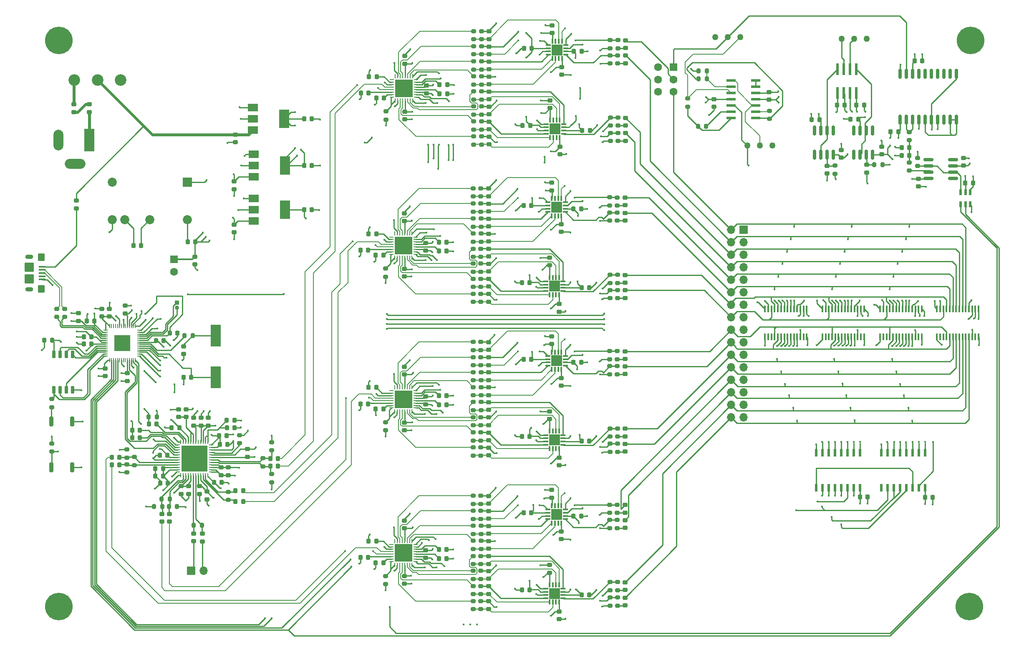
<source format=gbr>
%TF.GenerationSoftware,KiCad,Pcbnew,7.0.9*%
%TF.CreationDate,2024-03-04T14:23:28-07:00*%
%TF.ProjectId,picoAWG,7069636f-4157-4472-9e6b-696361645f70,rev?*%
%TF.SameCoordinates,Original*%
%TF.FileFunction,Copper,L1,Top*%
%TF.FilePolarity,Positive*%
%FSLAX46Y46*%
G04 Gerber Fmt 4.6, Leading zero omitted, Abs format (unit mm)*
G04 Created by KiCad (PCBNEW 7.0.9) date 2024-03-04 14:23:28*
%MOMM*%
%LPD*%
G01*
G04 APERTURE LIST*
G04 Aperture macros list*
%AMRoundRect*
0 Rectangle with rounded corners*
0 $1 Rounding radius*
0 $2 $3 $4 $5 $6 $7 $8 $9 X,Y pos of 4 corners*
0 Add a 4 corners polygon primitive as box body*
4,1,4,$2,$3,$4,$5,$6,$7,$8,$9,$2,$3,0*
0 Add four circle primitives for the rounded corners*
1,1,$1+$1,$2,$3*
1,1,$1+$1,$4,$5*
1,1,$1+$1,$6,$7*
1,1,$1+$1,$8,$9*
0 Add four rect primitives between the rounded corners*
20,1,$1+$1,$2,$3,$4,$5,0*
20,1,$1+$1,$4,$5,$6,$7,0*
20,1,$1+$1,$6,$7,$8,$9,0*
20,1,$1+$1,$8,$9,$2,$3,0*%
G04 Aperture macros list end*
%TA.AperFunction,SMDPad,CuDef*%
%ADD10RoundRect,0.150000X0.150000X-0.825000X0.150000X0.825000X-0.150000X0.825000X-0.150000X-0.825000X0*%
%TD*%
%TA.AperFunction,SMDPad,CuDef*%
%ADD11RoundRect,0.150000X-0.825000X-0.150000X0.825000X-0.150000X0.825000X0.150000X-0.825000X0.150000X0*%
%TD*%
%TA.AperFunction,SMDPad,CuDef*%
%ADD12RoundRect,0.200000X-0.200000X-0.275000X0.200000X-0.275000X0.200000X0.275000X-0.200000X0.275000X0*%
%TD*%
%TA.AperFunction,SMDPad,CuDef*%
%ADD13RoundRect,0.225000X0.250000X-0.225000X0.250000X0.225000X-0.250000X0.225000X-0.250000X-0.225000X0*%
%TD*%
%TA.AperFunction,SMDPad,CuDef*%
%ADD14RoundRect,0.200000X-0.275000X0.200000X-0.275000X-0.200000X0.275000X-0.200000X0.275000X0.200000X0*%
%TD*%
%TA.AperFunction,SMDPad,CuDef*%
%ADD15RoundRect,0.200000X0.275000X-0.200000X0.275000X0.200000X-0.275000X0.200000X-0.275000X-0.200000X0*%
%TD*%
%TA.AperFunction,SMDPad,CuDef*%
%ADD16RoundRect,0.225000X-0.250000X0.225000X-0.250000X-0.225000X0.250000X-0.225000X0.250000X0.225000X0*%
%TD*%
%TA.AperFunction,ComponentPad*%
%ADD17R,1.600000X1.600000*%
%TD*%
%TA.AperFunction,ComponentPad*%
%ADD18C,1.600000*%
%TD*%
%TA.AperFunction,SMDPad,CuDef*%
%ADD19RoundRect,0.225000X-0.225000X-0.250000X0.225000X-0.250000X0.225000X0.250000X-0.225000X0.250000X0*%
%TD*%
%TA.AperFunction,SMDPad,CuDef*%
%ADD20RoundRect,0.218750X-0.256250X0.218750X-0.256250X-0.218750X0.256250X-0.218750X0.256250X0.218750X0*%
%TD*%
%TA.AperFunction,SMDPad,CuDef*%
%ADD21RoundRect,0.225000X0.225000X0.250000X-0.225000X0.250000X-0.225000X-0.250000X0.225000X-0.250000X0*%
%TD*%
%TA.AperFunction,ComponentPad*%
%ADD22C,5.600000*%
%TD*%
%TA.AperFunction,SMDPad,CuDef*%
%ADD23RoundRect,0.062500X0.375000X0.062500X-0.375000X0.062500X-0.375000X-0.062500X0.375000X-0.062500X0*%
%TD*%
%TA.AperFunction,SMDPad,CuDef*%
%ADD24RoundRect,0.062500X0.062500X0.375000X-0.062500X0.375000X-0.062500X-0.375000X0.062500X-0.375000X0*%
%TD*%
%TA.AperFunction,SMDPad,CuDef*%
%ADD25R,3.600000X3.600000*%
%TD*%
%TA.AperFunction,SMDPad,CuDef*%
%ADD26R,0.355600X1.473200*%
%TD*%
%TA.AperFunction,SMDPad,CuDef*%
%ADD27R,0.304800X1.066800*%
%TD*%
%TA.AperFunction,SMDPad,CuDef*%
%ADD28R,1.066800X0.304800*%
%TD*%
%TA.AperFunction,SMDPad,CuDef*%
%ADD29R,2.260600X2.260600*%
%TD*%
%TA.AperFunction,SMDPad,CuDef*%
%ADD30RoundRect,0.200000X0.200000X0.800000X-0.200000X0.800000X-0.200000X-0.800000X0.200000X-0.800000X0*%
%TD*%
%TA.AperFunction,SMDPad,CuDef*%
%ADD31RoundRect,0.218750X0.218750X0.256250X-0.218750X0.256250X-0.218750X-0.256250X0.218750X-0.256250X0*%
%TD*%
%TA.AperFunction,ComponentPad*%
%ADD32C,1.270000*%
%TD*%
%TA.AperFunction,ComponentPad*%
%ADD33C,2.350000*%
%TD*%
%TA.AperFunction,SMDPad,CuDef*%
%ADD34R,2.000000X4.500000*%
%TD*%
%TA.AperFunction,SMDPad,CuDef*%
%ADD35RoundRect,0.200000X0.200000X0.275000X-0.200000X0.275000X-0.200000X-0.275000X0.200000X-0.275000X0*%
%TD*%
%TA.AperFunction,ComponentPad*%
%ADD36R,1.700000X1.700000*%
%TD*%
%TA.AperFunction,ComponentPad*%
%ADD37O,1.700000X1.700000*%
%TD*%
%TA.AperFunction,SMDPad,CuDef*%
%ADD38R,0.508000X1.270000*%
%TD*%
%TA.AperFunction,SMDPad,CuDef*%
%ADD39R,0.600000X1.500000*%
%TD*%
%TA.AperFunction,SMDPad,CuDef*%
%ADD40R,1.981200X0.558800*%
%TD*%
%TA.AperFunction,SMDPad,CuDef*%
%ADD41RoundRect,0.150000X0.150000X-0.650000X0.150000X0.650000X-0.150000X0.650000X-0.150000X-0.650000X0*%
%TD*%
%TA.AperFunction,ComponentPad*%
%ADD42R,2.000000X4.600000*%
%TD*%
%TA.AperFunction,ComponentPad*%
%ADD43O,2.000000X4.200000*%
%TD*%
%TA.AperFunction,ComponentPad*%
%ADD44O,4.200000X2.000000*%
%TD*%
%TA.AperFunction,SMDPad,CuDef*%
%ADD45RoundRect,0.150000X-0.150000X0.875000X-0.150000X-0.875000X0.150000X-0.875000X0.150000X0.875000X0*%
%TD*%
%TA.AperFunction,ComponentPad*%
%ADD46R,1.850000X1.850000*%
%TD*%
%TA.AperFunction,ComponentPad*%
%ADD47C,1.850000*%
%TD*%
%TA.AperFunction,SMDPad,CuDef*%
%ADD48R,0.622132X2.469157*%
%TD*%
%TA.AperFunction,SMDPad,CuDef*%
%ADD49RoundRect,0.218750X0.256250X-0.218750X0.256250X0.218750X-0.256250X0.218750X-0.256250X-0.218750X0*%
%TD*%
%TA.AperFunction,SMDPad,CuDef*%
%ADD50R,2.000000X1.500000*%
%TD*%
%TA.AperFunction,SMDPad,CuDef*%
%ADD51R,2.000000X3.800000*%
%TD*%
%TA.AperFunction,SMDPad,CuDef*%
%ADD52R,0.254000X0.812800*%
%TD*%
%TA.AperFunction,SMDPad,CuDef*%
%ADD53R,0.812800X0.254000*%
%TD*%
%TA.AperFunction,HeatsinkPad*%
%ADD54R,5.257800X5.257800*%
%TD*%
%TA.AperFunction,ComponentPad*%
%ADD55R,0.850000X0.850000*%
%TD*%
%TA.AperFunction,ComponentPad*%
%ADD56O,0.850000X0.850000*%
%TD*%
%TA.AperFunction,SMDPad,CuDef*%
%ADD57RoundRect,0.050000X0.050000X-0.387500X0.050000X0.387500X-0.050000X0.387500X-0.050000X-0.387500X0*%
%TD*%
%TA.AperFunction,SMDPad,CuDef*%
%ADD58RoundRect,0.050000X0.387500X-0.050000X0.387500X0.050000X-0.387500X0.050000X-0.387500X-0.050000X0*%
%TD*%
%TA.AperFunction,HeatsinkPad*%
%ADD59R,3.200000X3.200000*%
%TD*%
%TA.AperFunction,SMDPad,CuDef*%
%ADD60RoundRect,0.100000X-0.575000X0.100000X-0.575000X-0.100000X0.575000X-0.100000X0.575000X0.100000X0*%
%TD*%
%TA.AperFunction,ComponentPad*%
%ADD61O,1.600000X0.900000*%
%TD*%
%TA.AperFunction,SMDPad,CuDef*%
%ADD62RoundRect,0.250000X-0.450000X0.550000X-0.450000X-0.550000X0.450000X-0.550000X0.450000X0.550000X0*%
%TD*%
%TA.AperFunction,SMDPad,CuDef*%
%ADD63RoundRect,0.250000X-0.700000X0.700000X-0.700000X-0.700000X0.700000X-0.700000X0.700000X0.700000X0*%
%TD*%
%TA.AperFunction,ViaPad*%
%ADD64C,0.450000*%
%TD*%
%TA.AperFunction,Conductor*%
%ADD65C,0.250000*%
%TD*%
%TA.AperFunction,Conductor*%
%ADD66C,0.300000*%
%TD*%
%TA.AperFunction,Conductor*%
%ADD67C,0.600000*%
%TD*%
%TA.AperFunction,Conductor*%
%ADD68C,0.200000*%
%TD*%
G04 APERTURE END LIST*
D10*
%TO.P,U19,1,NULL*%
%TO.N,unconnected-(U19-NULL-Pad1)*%
X215470000Y-57751401D03*
%TO.P,U19,2,-*%
%TO.N,Net-(U19--)*%
X216740000Y-57751401D03*
%TO.P,U19,3,+*%
%TO.N,Net-(U19-+)*%
X218010000Y-57751401D03*
%TO.P,U19,4,V-*%
%TO.N,VSS*%
X219280000Y-57751401D03*
%TO.P,U19,5,NULL*%
%TO.N,unconnected-(U19-NULL-Pad5)*%
X219280000Y-52801401D03*
%TO.P,U19,6*%
%TO.N,Net-(U19--)*%
X218010000Y-52801401D03*
%TO.P,U19,7,V+*%
%TO.N,VCC*%
X216740000Y-52801401D03*
%TO.P,U19,8,NC*%
%TO.N,unconnected-(U19-NC-Pad8)*%
X215470000Y-52801401D03*
%TD*%
%TO.P,U20,1,NULL*%
%TO.N,unconnected-(U20-NULL-Pad1)*%
X223470000Y-57751401D03*
%TO.P,U20,2,-*%
%TO.N,Net-(U20--)*%
X224740000Y-57751401D03*
%TO.P,U20,3,+*%
%TO.N,Net-(U20-+)*%
X226010000Y-57751401D03*
%TO.P,U20,4,V-*%
%TO.N,VSS*%
X227280000Y-57751401D03*
%TO.P,U20,5,NULL*%
%TO.N,unconnected-(U20-NULL-Pad5)*%
X227280000Y-52801401D03*
%TO.P,U20,6*%
%TO.N,Net-(U20--)*%
X226010000Y-52801401D03*
%TO.P,U20,7,V+*%
%TO.N,VCC*%
X224740000Y-52801401D03*
%TO.P,U20,8,NC*%
%TO.N,unconnected-(U20-NC-Pad8)*%
X223470000Y-52801401D03*
%TD*%
D11*
%TO.P,U23,1,NULL*%
%TO.N,unconnected-(U23-NULL-Pad1)*%
X238625000Y-58745000D03*
%TO.P,U23,2,-*%
%TO.N,/Analog/ADC_IN*%
X238625000Y-60015000D03*
%TO.P,U23,3,+*%
%TO.N,Net-(U23-+)*%
X238625000Y-61285000D03*
%TO.P,U23,4,V-*%
%TO.N,VSS*%
X238625000Y-62555000D03*
%TO.P,U23,5,NULL*%
%TO.N,unconnected-(U23-NULL-Pad5)*%
X243575000Y-62555000D03*
%TO.P,U23,6*%
%TO.N,/Analog/ADC_IN*%
X243575000Y-61285000D03*
%TO.P,U23,7,V+*%
%TO.N,VCC*%
X243575000Y-60015000D03*
%TO.P,U23,8,NC*%
%TO.N,unconnected-(U23-NC-Pad8)*%
X243575000Y-58745000D03*
%TD*%
D12*
%TO.P,R122,1*%
%TO.N,/Clock/OUT1*%
X84492200Y-129190000D03*
%TO.P,R122,2*%
%TO.N,GND*%
X86142200Y-129190000D03*
%TD*%
D13*
%TO.P,C121,1*%
%TO.N,/DDS 4/AMP_IN_2P*%
X149455000Y-49505000D03*
%TO.P,C121,2*%
%TO.N,GND*%
X149455000Y-47955000D03*
%TD*%
D14*
%TO.P,R128,1*%
%TO.N,GND*%
X98841310Y-114678730D03*
%TO.P,R128,2*%
%TO.N,Net-(U25A-RSET)*%
X98841310Y-116328730D03*
%TD*%
D13*
%TO.P,C55,1*%
%TO.N,/DDS 2/AMP_IN_1N*%
X149350000Y-115725000D03*
%TO.P,C55,2*%
%TO.N,/DDS 2/FB1*%
X149350000Y-114175000D03*
%TD*%
D15*
%TO.P,R66,1*%
%TO.N,/DDS 3/AMP_IN_4N*%
X146252500Y-72348730D03*
%TO.P,R66,2*%
%TO.N,/DDS 3/OUT_4N*%
X146252500Y-70698730D03*
%TD*%
D16*
%TO.P,C60,1*%
%TO.N,+3.3V*%
X136620000Y-106848730D03*
%TO.P,C60,2*%
%TO.N,GND*%
X136620000Y-108398730D03*
%TD*%
D15*
%TO.P,R91,1*%
%TO.N,/DDS 4/AMP_IN_4N*%
X146357500Y-40410000D03*
%TO.P,R91,2*%
%TO.N,/DDS 4/OUT_4N*%
X146357500Y-38760000D03*
%TD*%
D13*
%TO.P,C122,1*%
%TO.N,/DDS 4/AMP_IN_4N*%
X149457500Y-40360000D03*
%TO.P,C122,2*%
%TO.N,/DDS 4/FB4*%
X149457500Y-38810000D03*
%TD*%
D15*
%TO.P,R67,1*%
%TO.N,/DDS 3/AMP_IN_4P*%
X146252500Y-75398730D03*
%TO.P,R67,2*%
%TO.N,/DDS 3/OUT_4P*%
X146252500Y-73748730D03*
%TD*%
%TO.P,R92,1*%
%TO.N,/DDS 4/AMP_IN_4P*%
X146357500Y-43460000D03*
%TO.P,R92,2*%
%TO.N,/DDS 4/OUT_4P*%
X146357500Y-41810000D03*
%TD*%
D17*
%TO.P,C15,1*%
%TO.N,+5V*%
X85560000Y-78987621D03*
D18*
%TO.P,C15,2*%
%TO.N,GND*%
X85560000Y-81487621D03*
%TD*%
D15*
%TO.P,R80,1*%
%TO.N,Net-(C107-Pad1)*%
X175472500Y-68053730D03*
%TO.P,R80,2*%
%TO.N,Net-(U14-OUT2)*%
X175472500Y-66403730D03*
%TD*%
D13*
%TO.P,C8,1*%
%TO.N,+3.3V*%
X70897500Y-90577500D03*
%TO.P,C8,2*%
%TO.N,GND*%
X70897500Y-89027500D03*
%TD*%
D15*
%TO.P,R73,1*%
%TO.N,GND*%
X173962500Y-86878429D03*
%TO.P,R73,2*%
%TO.N,Net-(U13-OUT1)*%
X173962500Y-85228429D03*
%TD*%
D19*
%TO.P,C97,1*%
%TO.N,VCC*%
X166575000Y-68699332D03*
%TO.P,C97,2*%
%TO.N,GND*%
X168125000Y-68699332D03*
%TD*%
D16*
%TO.P,C142,1*%
%TO.N,GND*%
X229090000Y-56095000D03*
%TO.P,C142,2*%
%TO.N,VSS*%
X229090000Y-57645000D03*
%TD*%
D20*
%TO.P,D1,1,K*%
%TO.N,Net-(D1-K)*%
X65200000Y-47512500D03*
%TO.P,D1,2,A*%
%TO.N,Net-(D1-A)*%
X65200000Y-49087500D03*
%TD*%
D21*
%TO.P,C54,1*%
%TO.N,GND*%
X140845000Y-108523730D03*
%TO.P,C54,2*%
%TO.N,Net-(U9-DLDO2)*%
X139295000Y-108523730D03*
%TD*%
D16*
%TO.P,C46,1*%
%TO.N,GND*%
X161744401Y-141056270D03*
%TO.P,C46,2*%
%TO.N,VSS*%
X161744401Y-142606270D03*
%TD*%
D22*
%TO.P,REF\u002A\u002A,1*%
%TO.N,N/C*%
X246868690Y-149536270D03*
%TD*%
D23*
%TO.P,U12,1,SCLK*%
%TO.N,/SPI0_SCLK*%
X134512500Y-77943730D03*
%TO.P,U12,2,SDIO*%
%TO.N,/SPI0_TX*%
X134512500Y-77443730D03*
%TO.P,U12,3,DGND*%
%TO.N,GND*%
X134512500Y-76943730D03*
%TO.P,U12,4,DLDO2*%
%TO.N,Net-(U12-DLDO2)*%
X134512500Y-76443730D03*
%TO.P,U12,5,DVDD*%
%TO.N,+3.3V*%
X134512500Y-75943730D03*
%TO.P,U12,6,DLDO1*%
%TO.N,Net-(U12-DLDO1)*%
X134512500Y-75443730D03*
%TO.P,U12,7,SDO*%
%TO.N,/SPI0_RX*%
X134512500Y-74943730D03*
%TO.P,U12,8,~{CS}*%
%TO.N,/~{DDS3_CS}*%
X134512500Y-74443730D03*
D24*
%TO.P,U12,9,~{RESET}*%
%TO.N,/~{RESET}*%
X133825000Y-73756230D03*
%TO.P,U12,10,IOUTP4*%
%TO.N,/DDS 3/OUT_4P*%
X133325000Y-73756230D03*
%TO.P,U12,11,IOUTN4*%
%TO.N,/DDS 3/OUT_4N*%
X132825000Y-73756230D03*
%TO.P,U12,12,AVDD2*%
%TO.N,+3.3VA*%
X132325000Y-73756230D03*
%TO.P,U12,13,IOUTN3*%
%TO.N,/DDS 3/OUT_3N*%
X131825000Y-73756230D03*
%TO.P,U12,14,IOUTP3*%
%TO.N,/DDS 3/OUT_3P*%
X131325000Y-73756230D03*
%TO.P,U12,15,AGND*%
%TO.N,GND*%
X130825000Y-73756230D03*
%TO.P,U12,16,FSADJ3*%
%TO.N,unconnected-(U12-FSADJ3-Pad16)*%
X130325000Y-73756230D03*
D23*
%TO.P,U12,17,FSADJ4*%
%TO.N,unconnected-(U12-FSADJ4-Pad17)*%
X129637500Y-74443730D03*
%TO.P,U12,18,REFIO*%
%TO.N,Net-(U12-REFIO)*%
X129637500Y-74943730D03*
%TO.P,U12,19,CLKGND*%
%TO.N,GND*%
X129637500Y-75443730D03*
%TO.P,U12,20,CLKN*%
%TO.N,/CLK_3N*%
X129637500Y-75943730D03*
%TO.P,U12,21,CLKP*%
%TO.N,/CLK_3P*%
X129637500Y-76443730D03*
%TO.P,U12,22,CLDO*%
%TO.N,Net-(U12-CLDO)*%
X129637500Y-76943730D03*
%TO.P,U12,23,CLKVDD*%
%TO.N,+3.3V*%
X129637500Y-77443730D03*
%TO.P,U12,24,FSADJ2/CAL_SENSE*%
%TO.N,Net-(U12-FSADJ1)*%
X129637500Y-77943730D03*
D24*
%TO.P,U12,25,FSADJ1*%
X130325000Y-78631230D03*
%TO.P,U12,26,AGND*%
%TO.N,GND*%
X130825000Y-78631230D03*
%TO.P,U12,27,IOUTP1*%
%TO.N,/DDS 3/OUT_1P*%
X131325000Y-78631230D03*
%TO.P,U12,28,IOUTN1*%
%TO.N,/DDS 3/OUT_1N*%
X131825000Y-78631230D03*
%TO.P,U12,29,AVDD1*%
%TO.N,+3.3VA*%
X132325000Y-78631230D03*
%TO.P,U12,30,IOUTN2*%
%TO.N,/DDS 3/OUT_2N*%
X132825000Y-78631230D03*
%TO.P,U12,31,IOUTP2*%
%TO.N,/DDS 3/OUT_2P*%
X133325000Y-78631230D03*
%TO.P,U12,32,~{TRIGGER}*%
%TO.N,/~{DDS_SYNC}*%
X133825000Y-78631230D03*
D25*
%TO.P,U12,33,DGND*%
%TO.N,GND*%
X132075000Y-76193730D03*
%TD*%
D13*
%TO.P,C132,1*%
%TO.N,Net-(C132-Pad1)*%
X177167500Y-54889699D03*
%TO.P,C132,2*%
%TO.N,/HDR_12*%
X177167500Y-53339699D03*
%TD*%
D19*
%TO.P,C43,1*%
%TO.N,VCC*%
X168244401Y-147131270D03*
%TO.P,C43,2*%
%TO.N,GND*%
X169794401Y-147131270D03*
%TD*%
%TO.P,C172,1*%
%TO.N,+3.3VA*%
X94666310Y-114753730D03*
%TO.P,C172,2*%
%TO.N,GND*%
X96216310Y-114753730D03*
%TD*%
D15*
%TO.P,R59,1*%
%TO.N,/DDS 3/AMP_IN_3P*%
X146250000Y-66218730D03*
%TO.P,R59,2*%
%TO.N,/DDS 3/OUT_3P*%
X146250000Y-64568730D03*
%TD*%
D16*
%TO.P,C118,1*%
%TO.N,GND*%
X132380000Y-37680000D03*
%TO.P,C118,2*%
%TO.N,+3.3VA*%
X132380000Y-39230000D03*
%TD*%
D15*
%TO.P,R53,1*%
%TO.N,Net-(C77-Pad1)*%
X175512500Y-114975000D03*
%TO.P,R53,2*%
%TO.N,Net-(U10-OUT2)*%
X175512500Y-113325000D03*
%TD*%
D19*
%TO.P,C158,1*%
%TO.N,Net-(U25A-DSYNC)*%
X96227800Y-111690000D03*
%TO.P,C158,2*%
%TO.N,GND*%
X97777800Y-111690000D03*
%TD*%
%TO.P,C160,1*%
%TO.N,/Clock/OUT3*%
X98002800Y-125940000D03*
%TO.P,C160,2*%
%TO.N,/CLK_3P*%
X99552800Y-125940000D03*
%TD*%
D14*
%TO.P,R99,1*%
%TO.N,Net-(U16-OUT2)*%
X174067500Y-50180000D03*
%TO.P,R99,2*%
%TO.N,GND*%
X174067500Y-51830000D03*
%TD*%
D15*
%TO.P,R62,1*%
%TO.N,/DDS 3/AMP_IN_3N*%
X147800000Y-69293730D03*
%TO.P,R62,2*%
%TO.N,/DDS 3/FB3*%
X147800000Y-67643730D03*
%TD*%
D26*
%TO.P,U30,1,VDD*%
%TO.N,VCC*%
X228805000Y-94719400D03*
%TO.P,U30,2,NC*%
%TO.N,unconnected-(U30-NC-Pad2)*%
X229455001Y-94719400D03*
%TO.P,U30,3,NC*%
%TO.N,unconnected-(U30-NC-Pad3)*%
X230105000Y-94719400D03*
%TO.P,U30,4,S16*%
%TO.N,/HDR_7*%
X230755001Y-94719400D03*
%TO.P,U30,5,S15*%
%TO.N,/HDR_6*%
X231404999Y-94719400D03*
%TO.P,U30,6,S14*%
%TO.N,/HDR_5*%
X232055001Y-94719400D03*
%TO.P,U30,7,S13*%
%TO.N,/HDR_4*%
X232704999Y-94719400D03*
%TO.P,U30,8,S12*%
%TO.N,/HDR_3*%
X233354998Y-94719400D03*
%TO.P,U30,9,S11*%
%TO.N,/HDR_2*%
X234004999Y-94719400D03*
%TO.P,U30,10,S10*%
%TO.N,/HDR_1*%
X234654998Y-94719400D03*
%TO.P,U30,11,S9*%
%TO.N,/HDR_0*%
X235304999Y-94719400D03*
%TO.P,U30,12,GND*%
%TO.N,GND*%
X235954998Y-94719400D03*
%TO.P,U30,13,NC*%
%TO.N,unconnected-(U30-NC-Pad13)*%
X236604999Y-94719400D03*
%TO.P,U30,14,A3*%
%TO.N,/Mux Control/CTRL_11*%
X237254998Y-94719400D03*
%TO.P,U30,15,A2*%
%TO.N,/Mux Control/CTRL_10*%
X237255000Y-89080600D03*
%TO.P,U30,16,A1*%
%TO.N,/Mux Control/CTRL_9*%
X236604999Y-89080600D03*
%TO.P,U30,17,A0*%
%TO.N,/Mux Control/CTRL_8*%
X235955000Y-89080600D03*
%TO.P,U30,18,EN*%
%TO.N,/MUX_EN*%
X235304999Y-89080600D03*
%TO.P,U30,19,S1*%
%TO.N,/HDR_15*%
X234655001Y-89080600D03*
%TO.P,U30,20,S2*%
%TO.N,/HDR_14*%
X234004999Y-89080600D03*
%TO.P,U30,21,S3*%
%TO.N,/HDR_13*%
X233355001Y-89080600D03*
%TO.P,U30,22,S4*%
%TO.N,/HDR_12*%
X232704999Y-89080600D03*
%TO.P,U30,23,S5*%
%TO.N,/HDR_11*%
X232055001Y-89080600D03*
%TO.P,U30,24,S6*%
%TO.N,/HDR_10*%
X231404999Y-89080600D03*
%TO.P,U30,25,S7*%
%TO.N,/HDR_9*%
X230755001Y-89080600D03*
%TO.P,U30,26,S8*%
%TO.N,/HDR_8*%
X230105000Y-89080600D03*
%TO.P,U30,27,VSS*%
%TO.N,VSS*%
X229455001Y-89080600D03*
%TO.P,U30,28,D*%
%TO.N,GND*%
X228805000Y-89080600D03*
%TD*%
D27*
%TO.P,U17,1,IN1-*%
%TO.N,/DDS 4/AMP_IN_3N*%
X164230000Y-34670301D03*
%TO.P,U17,2,IN1+*%
%TO.N,/DDS 4/AMP_IN_3P*%
X163580002Y-34670301D03*
%TO.P,U17,3,NC*%
%TO.N,unconnected-(U17-NC-Pad3)*%
X162930000Y-34670301D03*
%TO.P,U17,4,VS2-*%
%TO.N,VSS*%
X162280002Y-34670301D03*
D28*
%TO.P,U17,5,OUT2*%
%TO.N,Net-(U17-OUT2)*%
X161489701Y-35460602D03*
%TO.P,U17,6,VS2+*%
%TO.N,VCC*%
X161489701Y-36110600D03*
%TO.P,U17,7,PD2\u002A*%
%TO.N,/~{EIT_PD}*%
X161489701Y-36760602D03*
%TO.P,U17,8,FB2*%
%TO.N,/DDS 4/FB4*%
X161489701Y-37410600D03*
D27*
%TO.P,U17,9,IN2-*%
%TO.N,/DDS 4/AMP_IN_4N*%
X162280002Y-38200901D03*
%TO.P,U17,10,IN2+*%
%TO.N,/DDS 4/AMP_IN_4P*%
X162930000Y-38200901D03*
%TO.P,U17,11,NC*%
%TO.N,unconnected-(U17-NC-Pad11)*%
X163580002Y-38200901D03*
%TO.P,U17,12,VS1-*%
%TO.N,VSS*%
X164230000Y-38200901D03*
D28*
%TO.P,U17,13,OUT1*%
%TO.N,Net-(U17-OUT1)*%
X165020301Y-37410600D03*
%TO.P,U17,14,VS1+*%
%TO.N,VCC*%
X165020301Y-36760602D03*
%TO.P,U17,15,PD1\u002A*%
%TO.N,/~{AMP_PD}*%
X165020301Y-36110600D03*
%TO.P,U17,16,FB1*%
%TO.N,/DDS 4/FB3*%
X165020301Y-35460602D03*
D29*
%TO.P,U17,17,EP*%
%TO.N,GND*%
X163255001Y-36435601D03*
%TD*%
D21*
%TO.P,C146,1*%
%TO.N,GND*%
X237375000Y-38700000D03*
%TO.P,C146,2*%
%TO.N,VSS*%
X235825000Y-38700000D03*
%TD*%
D16*
%TO.P,C74,1*%
%TO.N,GND*%
X161744401Y-109850000D03*
%TO.P,C74,2*%
%TO.N,VSS*%
X161744401Y-111400000D03*
%TD*%
D15*
%TO.P,R71,1*%
%TO.N,/DDS 3/AMP_IN_4P*%
X147802500Y-75398730D03*
%TO.P,R71,2*%
%TO.N,GND*%
X147802500Y-73748730D03*
%TD*%
%TO.P,R106,1*%
%TO.N,GND*%
X219660000Y-61605000D03*
%TO.P,R106,2*%
%TO.N,Net-(U19-+)*%
X219660000Y-59955000D03*
%TD*%
%TO.P,R79,1*%
%TO.N,Net-(C106-Pad1)*%
X175462500Y-71134031D03*
%TO.P,R79,2*%
%TO.N,Net-(U14-OUT1)*%
X175462500Y-69484031D03*
%TD*%
D13*
%TO.P,C77,1*%
%TO.N,Net-(C77-Pad1)*%
X177062500Y-114925000D03*
%TO.P,C77,2*%
%TO.N,/HDR_5*%
X177062500Y-113375000D03*
%TD*%
D15*
%TO.P,R121,1*%
%TO.N,/Clock/OUT0*%
X105335000Y-117765000D03*
%TO.P,R121,2*%
%TO.N,GND*%
X105335000Y-116115000D03*
%TD*%
D14*
%TO.P,R101,1*%
%TO.N,Net-(U17-OUT2)*%
X174027500Y-34460000D03*
%TO.P,R101,2*%
%TO.N,GND*%
X174027500Y-36110000D03*
%TD*%
D15*
%TO.P,R28,1*%
%TO.N,Net-(C49-Pad1)*%
X175512500Y-146181270D03*
%TO.P,R28,2*%
%TO.N,Net-(U7-OUT2)*%
X175512500Y-144531270D03*
%TD*%
D19*
%TO.P,C162,1*%
%TO.N,Net-(U25A-DSYNC)*%
X96252800Y-113190000D03*
%TO.P,C162,2*%
%TO.N,GND*%
X97802800Y-113190000D03*
%TD*%
D23*
%TO.P,U15,1,SCLK*%
%TO.N,/SPI0_SCLK*%
X134617500Y-46005000D03*
%TO.P,U15,2,SDIO*%
%TO.N,/SPI0_TX*%
X134617500Y-45505000D03*
%TO.P,U15,3,DGND*%
%TO.N,GND*%
X134617500Y-45005000D03*
%TO.P,U15,4,DLDO2*%
%TO.N,Net-(U15-DLDO2)*%
X134617500Y-44505000D03*
%TO.P,U15,5,DVDD*%
%TO.N,+3.3V*%
X134617500Y-44005000D03*
%TO.P,U15,6,DLDO1*%
%TO.N,Net-(U15-DLDO1)*%
X134617500Y-43505000D03*
%TO.P,U15,7,SDO*%
%TO.N,/SPI0_RX*%
X134617500Y-43005000D03*
%TO.P,U15,8,~{CS}*%
%TO.N,/~{DDS4_CS}*%
X134617500Y-42505000D03*
D24*
%TO.P,U15,9,~{RESET}*%
%TO.N,/~{RESET}*%
X133930000Y-41817500D03*
%TO.P,U15,10,IOUTP4*%
%TO.N,/DDS 4/OUT_4P*%
X133430000Y-41817500D03*
%TO.P,U15,11,IOUTN4*%
%TO.N,/DDS 4/OUT_4N*%
X132930000Y-41817500D03*
%TO.P,U15,12,AVDD2*%
%TO.N,+3.3VA*%
X132430000Y-41817500D03*
%TO.P,U15,13,IOUTN3*%
%TO.N,/DDS 4/OUT_3N*%
X131930000Y-41817500D03*
%TO.P,U15,14,IOUTP3*%
%TO.N,/DDS 4/OUT_3P*%
X131430000Y-41817500D03*
%TO.P,U15,15,AGND*%
%TO.N,GND*%
X130930000Y-41817500D03*
%TO.P,U15,16,FSADJ3*%
%TO.N,unconnected-(U15-FSADJ3-Pad16)*%
X130430000Y-41817500D03*
D23*
%TO.P,U15,17,FSADJ4*%
%TO.N,unconnected-(U15-FSADJ4-Pad17)*%
X129742500Y-42505000D03*
%TO.P,U15,18,REFIO*%
%TO.N,Net-(U15-REFIO)*%
X129742500Y-43005000D03*
%TO.P,U15,19,CLKGND*%
%TO.N,GND*%
X129742500Y-43505000D03*
%TO.P,U15,20,CLKN*%
%TO.N,/CLK_0N*%
X129742500Y-44005000D03*
%TO.P,U15,21,CLKP*%
%TO.N,/CLK_0P*%
X129742500Y-44505000D03*
%TO.P,U15,22,CLDO*%
%TO.N,Net-(U15-CLDO)*%
X129742500Y-45005000D03*
%TO.P,U15,23,CLKVDD*%
%TO.N,+3.3V*%
X129742500Y-45505000D03*
%TO.P,U15,24,FSADJ2/CAL_SENSE*%
%TO.N,Net-(U15-FSADJ1)*%
X129742500Y-46005000D03*
D24*
%TO.P,U15,25,FSADJ1*%
X130430000Y-46692500D03*
%TO.P,U15,26,AGND*%
%TO.N,GND*%
X130930000Y-46692500D03*
%TO.P,U15,27,IOUTP1*%
%TO.N,/DDS 4/OUT_1P*%
X131430000Y-46692500D03*
%TO.P,U15,28,IOUTN1*%
%TO.N,/DDS 4/OUT_1N*%
X131930000Y-46692500D03*
%TO.P,U15,29,AVDD1*%
%TO.N,+3.3VA*%
X132430000Y-46692500D03*
%TO.P,U15,30,IOUTN2*%
%TO.N,/DDS 4/OUT_2N*%
X132930000Y-46692500D03*
%TO.P,U15,31,IOUTP2*%
%TO.N,/DDS 4/OUT_2P*%
X133430000Y-46692500D03*
%TO.P,U15,32,~{TRIGGER}*%
%TO.N,/~{DDS_SYNC}*%
X133930000Y-46692500D03*
D25*
%TO.P,U15,33,DGND*%
%TO.N,GND*%
X132180000Y-44255000D03*
%TD*%
D15*
%TO.P,R89,1*%
%TO.N,/DDS 4/AMP_IN_2N*%
X146355000Y-46528730D03*
%TO.P,R89,2*%
%TO.N,/DDS 4/OUT_2N*%
X146355000Y-44878730D03*
%TD*%
D16*
%TO.P,C180,1*%
%TO.N,+3.3VA*%
X86961310Y-125058730D03*
%TO.P,C180,2*%
%TO.N,GND*%
X86961310Y-126608730D03*
%TD*%
D13*
%TO.P,C57,1*%
%TO.N,/DDS 2/AMP_IN_3N*%
X149350000Y-100450000D03*
%TO.P,C57,2*%
%TO.N,/DDS 2/FB3*%
X149350000Y-98900000D03*
%TD*%
D15*
%TO.P,R64,1*%
%TO.N,/DDS 3/AMP_IN_2N*%
X146250000Y-78467460D03*
%TO.P,R64,2*%
%TO.N,/DDS 3/OUT_2N*%
X146250000Y-76817460D03*
%TD*%
%TO.P,R93,1*%
%TO.N,/DDS 4/AMP_IN_2N*%
X147905000Y-46528730D03*
%TO.P,R93,2*%
%TO.N,/DDS 4/FB2*%
X147905000Y-44878730D03*
%TD*%
D26*
%TO.P,U31,1,VDD*%
%TO.N,VCC*%
X240315000Y-94689400D03*
%TO.P,U31,2,NC*%
%TO.N,unconnected-(U31-NC-Pad2)*%
X240965001Y-94689400D03*
%TO.P,U31,3,NC*%
%TO.N,unconnected-(U31-NC-Pad3)*%
X241615000Y-94689400D03*
%TO.P,U31,4,S16*%
%TO.N,/HDR_7*%
X242265001Y-94689400D03*
%TO.P,U31,5,S15*%
%TO.N,/HDR_6*%
X242914999Y-94689400D03*
%TO.P,U31,6,S14*%
%TO.N,/HDR_5*%
X243565001Y-94689400D03*
%TO.P,U31,7,S13*%
%TO.N,/HDR_4*%
X244214999Y-94689400D03*
%TO.P,U31,8,S12*%
%TO.N,/HDR_3*%
X244864998Y-94689400D03*
%TO.P,U31,9,S11*%
%TO.N,/HDR_2*%
X245514999Y-94689400D03*
%TO.P,U31,10,S10*%
%TO.N,/HDR_1*%
X246164998Y-94689400D03*
%TO.P,U31,11,S9*%
%TO.N,/HDR_0*%
X246814999Y-94689400D03*
%TO.P,U31,12,GND*%
%TO.N,GND*%
X247464998Y-94689400D03*
%TO.P,U31,13,NC*%
%TO.N,unconnected-(U31-NC-Pad13)*%
X248114999Y-94689400D03*
%TO.P,U31,14,A3*%
%TO.N,/Mux Control/CTRL_15*%
X248764998Y-94689400D03*
%TO.P,U31,15,A2*%
%TO.N,/Mux Control/CTRL_14*%
X248765000Y-89050600D03*
%TO.P,U31,16,A1*%
%TO.N,/Mux Control/CTRL_13*%
X248114999Y-89050600D03*
%TO.P,U31,17,A0*%
%TO.N,/Mux Control/CTRL_12*%
X247465000Y-89050600D03*
%TO.P,U31,18,EN*%
%TO.N,/MUX_EN*%
X246814999Y-89050600D03*
%TO.P,U31,19,S1*%
%TO.N,/HDR_15*%
X246165001Y-89050600D03*
%TO.P,U31,20,S2*%
%TO.N,/HDR_14*%
X245514999Y-89050600D03*
%TO.P,U31,21,S3*%
%TO.N,/HDR_13*%
X244865001Y-89050600D03*
%TO.P,U31,22,S4*%
%TO.N,/HDR_12*%
X244214999Y-89050600D03*
%TO.P,U31,23,S5*%
%TO.N,/HDR_11*%
X243565001Y-89050600D03*
%TO.P,U31,24,S6*%
%TO.N,/HDR_10*%
X242914999Y-89050600D03*
%TO.P,U31,25,S7*%
%TO.N,/HDR_9*%
X242265001Y-89050600D03*
%TO.P,U31,26,S8*%
%TO.N,/HDR_8*%
X241615000Y-89050600D03*
%TO.P,U31,27,VSS*%
%TO.N,VSS*%
X240965001Y-89050600D03*
%TO.P,U31,28,D*%
%TO.N,/Analog/SENSE_IN_2*%
X240315000Y-89050600D03*
%TD*%
D14*
%TO.P,R109,1*%
%TO.N,Net-(U22-COMP)*%
X234750000Y-53125000D03*
%TO.P,R109,2*%
%TO.N,Net-(C147-Pad2)*%
X234750000Y-54775000D03*
%TD*%
D13*
%TO.P,C123,1*%
%TO.N,/DDS 4/AMP_IN_4P*%
X149457500Y-43410000D03*
%TO.P,C123,2*%
%TO.N,GND*%
X149457500Y-41860000D03*
%TD*%
D30*
%TO.P,SW2,1,1*%
%TO.N,GND*%
X64860000Y-121190000D03*
%TO.P,SW2,2,2*%
%TO.N,/~{RESET}*%
X60660000Y-121190000D03*
%TD*%
D19*
%TO.P,C127,1*%
%TO.N,VCC*%
X168349401Y-52780000D03*
%TO.P,C127,2*%
%TO.N,GND*%
X169899401Y-52780000D03*
%TD*%
D15*
%TO.P,R85,1*%
%TO.N,/DDS 4/AMP_IN_1N*%
X147905000Y-52630000D03*
%TO.P,R85,2*%
%TO.N,/DDS 4/FB1*%
X147905000Y-50980000D03*
%TD*%
D19*
%TO.P,C153,1*%
%TO.N,/Clock/OUT0*%
X105060000Y-119430000D03*
%TO.P,C153,2*%
%TO.N,/CLK_0P*%
X106610000Y-119430000D03*
%TD*%
D15*
%TO.P,R32,1*%
%TO.N,/DDS 2/AMP_IN_1P*%
X146250000Y-118825000D03*
%TO.P,R32,2*%
%TO.N,/DDS 2/OUT_1P*%
X146250000Y-117175000D03*
%TD*%
D31*
%TO.P,L1,1,1*%
%TO.N,+5V*%
X89886190Y-75436270D03*
%TO.P,L1,2,2*%
%TO.N,Net-(PS1-+Vin)*%
X88311190Y-75436270D03*
%TD*%
D13*
%TO.P,C76,1*%
%TO.N,Net-(C76-Pad1)*%
X177062500Y-118034699D03*
%TO.P,C76,2*%
%TO.N,/HDR_4*%
X177062500Y-116484699D03*
%TD*%
D21*
%TO.P,C26,1*%
%TO.N,GND*%
X140845000Y-139730000D03*
%TO.P,C26,2*%
%TO.N,Net-(U6-DLDO2)*%
X139295000Y-139730000D03*
%TD*%
D16*
%TO.P,C102,1*%
%TO.N,GND*%
X161744401Y-78643730D03*
%TO.P,C102,2*%
%TO.N,VSS*%
X161744401Y-80193730D03*
%TD*%
D15*
%TO.P,R77,1*%
%TO.N,Net-(C104-Pad1)*%
X175512500Y-86878429D03*
%TO.P,R77,2*%
%TO.N,Net-(U13-OUT1)*%
X175512500Y-85228429D03*
%TD*%
D32*
%TO.P,RV2,1,1*%
%TO.N,unconnected-(RV2-Pad1)*%
X195378690Y-33836270D03*
%TO.P,RV2,2,2*%
%TO.N,/Analog/CARRIER_SIG*%
X197918690Y-33836270D03*
%TO.P,RV2,3,3*%
%TO.N,/VCCS/A+*%
X200458690Y-33836270D03*
%TD*%
D19*
%TO.P,C171,1*%
%TO.N,+3.3V*%
X237925000Y-127300000D03*
%TO.P,C171,2*%
%TO.N,GND*%
X239475000Y-127300000D03*
%TD*%
D13*
%TO.P,C113,1*%
%TO.N,/DDS 4/AMP_IN_3N*%
X149455000Y-37305000D03*
%TO.P,C113,2*%
%TO.N,/DDS 4/FB3*%
X149455000Y-35755000D03*
%TD*%
%TO.P,C5,1*%
%TO.N,+1V1*%
X66111310Y-91483730D03*
%TO.P,C5,2*%
%TO.N,GND*%
X66111310Y-89933730D03*
%TD*%
D33*
%TO.P,SW3,1*%
%TO.N,Net-(D1-K)*%
X65310000Y-42550000D03*
%TO.P,SW3,2*%
%TO.N,Net-(D2-K)*%
X70010000Y-42550000D03*
%TO.P,SW3,3*%
%TO.N,GND*%
X74710000Y-42550000D03*
%TD*%
D15*
%TO.P,R8,1*%
%TO.N,/DDS 1/AMP_IN_3N*%
X146250000Y-131706270D03*
%TO.P,R8,2*%
%TO.N,/DDS 1/OUT_3N*%
X146250000Y-130056270D03*
%TD*%
D14*
%TO.P,R119,1*%
%TO.N,/Clock/OUT0B*%
X105335000Y-122615000D03*
%TO.P,R119,2*%
%TO.N,GND*%
X105335000Y-124265000D03*
%TD*%
D15*
%TO.P,R2,1*%
%TO.N,Net-(U1-USB_DM)*%
X63310000Y-90685000D03*
%TO.P,R2,2*%
%TO.N,/USB_D-*%
X63310000Y-89035000D03*
%TD*%
D26*
%TO.P,U29,1,VDD*%
%TO.N,VCC*%
X217095000Y-94699400D03*
%TO.P,U29,2,NC*%
%TO.N,unconnected-(U29-NC-Pad2)*%
X217745001Y-94699400D03*
%TO.P,U29,3,NC*%
%TO.N,unconnected-(U29-NC-Pad3)*%
X218395000Y-94699400D03*
%TO.P,U29,4,S16*%
%TO.N,/HDR_7*%
X219045001Y-94699400D03*
%TO.P,U29,5,S15*%
%TO.N,/HDR_6*%
X219694999Y-94699400D03*
%TO.P,U29,6,S14*%
%TO.N,/HDR_5*%
X220345001Y-94699400D03*
%TO.P,U29,7,S13*%
%TO.N,/HDR_4*%
X220994999Y-94699400D03*
%TO.P,U29,8,S12*%
%TO.N,/HDR_3*%
X221644998Y-94699400D03*
%TO.P,U29,9,S11*%
%TO.N,/HDR_2*%
X222294999Y-94699400D03*
%TO.P,U29,10,S10*%
%TO.N,/HDR_1*%
X222944998Y-94699400D03*
%TO.P,U29,11,S9*%
%TO.N,/HDR_0*%
X223594999Y-94699400D03*
%TO.P,U29,12,GND*%
%TO.N,GND*%
X224244998Y-94699400D03*
%TO.P,U29,13,NC*%
%TO.N,unconnected-(U29-NC-Pad13)*%
X224894999Y-94699400D03*
%TO.P,U29,14,A3*%
%TO.N,/Mux Control/CTRL_7*%
X225544998Y-94699400D03*
%TO.P,U29,15,A2*%
%TO.N,/Mux Control/CTRL_6*%
X225545000Y-89060600D03*
%TO.P,U29,16,A1*%
%TO.N,/Mux Control/CTRL_5*%
X224894999Y-89060600D03*
%TO.P,U29,17,A0*%
%TO.N,/Mux Control/CTRL_4*%
X224245000Y-89060600D03*
%TO.P,U29,18,EN*%
%TO.N,/MUX_EN*%
X223594999Y-89060600D03*
%TO.P,U29,19,S1*%
%TO.N,/HDR_15*%
X222945001Y-89060600D03*
%TO.P,U29,20,S2*%
%TO.N,/HDR_14*%
X222294999Y-89060600D03*
%TO.P,U29,21,S3*%
%TO.N,/HDR_13*%
X221645001Y-89060600D03*
%TO.P,U29,22,S4*%
%TO.N,/HDR_12*%
X220994999Y-89060600D03*
%TO.P,U29,23,S5*%
%TO.N,/HDR_11*%
X220345001Y-89060600D03*
%TO.P,U29,24,S6*%
%TO.N,/HDR_10*%
X219694999Y-89060600D03*
%TO.P,U29,25,S7*%
%TO.N,/HDR_9*%
X219045001Y-89060600D03*
%TO.P,U29,26,S8*%
%TO.N,/HDR_8*%
X218395000Y-89060600D03*
%TO.P,U29,27,VSS*%
%TO.N,VSS*%
X217745001Y-89060600D03*
%TO.P,U29,28,D*%
%TO.N,/Analog/SENSE_IN_1*%
X217095000Y-89060600D03*
%TD*%
D21*
%TO.P,C166,1*%
%TO.N,/Clock/OUT2B*%
X74477800Y-119190000D03*
%TO.P,C166,2*%
%TO.N,/CLK_2N*%
X72927800Y-119190000D03*
%TD*%
D14*
%TO.P,R127,1*%
%TO.N,/Clock/OUT2*%
X75952800Y-120625000D03*
%TO.P,R127,2*%
%TO.N,GND*%
X75952800Y-122275000D03*
%TD*%
D12*
%TO.P,R124,1*%
%TO.N,/Clock/OUT1B*%
X82992200Y-127690000D03*
%TO.P,R124,2*%
%TO.N,/Clock/OUT1*%
X84642200Y-127690000D03*
%TD*%
D16*
%TO.P,C32,1*%
%TO.N,+3.3V*%
X136620000Y-138055000D03*
%TO.P,C32,2*%
%TO.N,GND*%
X136620000Y-139605000D03*
%TD*%
D15*
%TO.P,R43,1*%
%TO.N,/DDS 2/AMP_IN_2N*%
X147808690Y-109611270D03*
%TO.P,R43,2*%
%TO.N,/DDS 2/FB2*%
X147808690Y-107961270D03*
%TD*%
%TO.P,R37,1*%
%TO.N,/DDS 2/AMP_IN_3N*%
X147800000Y-100500000D03*
%TO.P,R37,2*%
%TO.N,/DDS 2/FB3*%
X147800000Y-98850000D03*
%TD*%
%TO.P,R4,1*%
%TO.N,Net-(R4-Pad1)*%
X60760000Y-109015000D03*
%TO.P,R4,2*%
%TO.N,/QSPI_SS*%
X60760000Y-107365000D03*
%TD*%
D19*
%TO.P,C41,1*%
%TO.N,VCC*%
X166575000Y-131111872D03*
%TO.P,C41,2*%
%TO.N,GND*%
X168125000Y-131111872D03*
%TD*%
D13*
%TO.P,C135,1*%
%TO.N,Net-(C135-Pad1)*%
X177117500Y-36060000D03*
%TO.P,C135,2*%
%TO.N,/DDS 4/OUT4*%
X177117500Y-34510000D03*
%TD*%
D21*
%TO.P,C89,1*%
%TO.N,+3.3V*%
X127995000Y-78167460D03*
%TO.P,C89,2*%
%TO.N,GND*%
X126445000Y-78167460D03*
%TD*%
D27*
%TO.P,U7,1,IN1-*%
%TO.N,/DDS 1/AMP_IN_1N*%
X161733677Y-148607670D03*
%TO.P,U7,2,IN1+*%
%TO.N,/DDS 1/AMP_IN_1P*%
X162383675Y-148607670D03*
%TO.P,U7,3,NC*%
%TO.N,unconnected-(U7-NC-Pad3)*%
X163033677Y-148607670D03*
%TO.P,U7,4,VS2-*%
%TO.N,VSS*%
X163683675Y-148607670D03*
D28*
%TO.P,U7,5,OUT2*%
%TO.N,Net-(U7-OUT2)*%
X164473976Y-147817369D03*
%TO.P,U7,6,VS2+*%
%TO.N,VCC*%
X164473976Y-147167371D03*
%TO.P,U7,7,PD2\u002A*%
%TO.N,/~{AMP_PD}*%
X164473976Y-146517369D03*
%TO.P,U7,8,FB2*%
%TO.N,/DDS 1/FB2*%
X164473976Y-145867371D03*
D27*
%TO.P,U7,9,IN2-*%
%TO.N,/DDS 1/AMP_IN_2N*%
X163683675Y-145077070D03*
%TO.P,U7,10,IN2+*%
%TO.N,/DDS 1/AMP_IN_2P*%
X163033677Y-145077070D03*
%TO.P,U7,11,NC*%
%TO.N,unconnected-(U7-NC-Pad11)*%
X162383675Y-145077070D03*
%TO.P,U7,12,VS1-*%
%TO.N,VSS*%
X161733677Y-145077070D03*
D28*
%TO.P,U7,13,OUT1*%
%TO.N,Net-(U7-OUT1)*%
X160943376Y-145867371D03*
%TO.P,U7,14,VS1+*%
%TO.N,VCC*%
X160943376Y-146517369D03*
%TO.P,U7,15,PD1\u002A*%
%TO.N,/~{AMP_PD}*%
X160943376Y-147167371D03*
%TO.P,U7,16,FB1*%
%TO.N,/DDS 1/FB1*%
X160943376Y-147817369D03*
D29*
%TO.P,U7,17,EP*%
%TO.N,GND*%
X162708676Y-146842370D03*
%TD*%
D23*
%TO.P,U9,1,SCLK*%
%TO.N,/SPI0_SCLK*%
X134512500Y-109150000D03*
%TO.P,U9,2,SDIO*%
%TO.N,/SPI0_TX*%
X134512500Y-108650000D03*
%TO.P,U9,3,DGND*%
%TO.N,GND*%
X134512500Y-108150000D03*
%TO.P,U9,4,DLDO2*%
%TO.N,Net-(U9-DLDO2)*%
X134512500Y-107650000D03*
%TO.P,U9,5,DVDD*%
%TO.N,+3.3V*%
X134512500Y-107150000D03*
%TO.P,U9,6,DLDO1*%
%TO.N,Net-(U9-DLDO1)*%
X134512500Y-106650000D03*
%TO.P,U9,7,SDO*%
%TO.N,/SPI0_RX*%
X134512500Y-106150000D03*
%TO.P,U9,8,~{CS}*%
%TO.N,/~{DDS2_CS}*%
X134512500Y-105650000D03*
D24*
%TO.P,U9,9,~{RESET}*%
%TO.N,/~{RESET}*%
X133825000Y-104962500D03*
%TO.P,U9,10,IOUTP4*%
%TO.N,/DDS 2/OUT_4P*%
X133325000Y-104962500D03*
%TO.P,U9,11,IOUTN4*%
%TO.N,/DDS 2/OUT_4N*%
X132825000Y-104962500D03*
%TO.P,U9,12,AVDD2*%
%TO.N,+3.3VA*%
X132325000Y-104962500D03*
%TO.P,U9,13,IOUTN3*%
%TO.N,/DDS 2/OUT_3N*%
X131825000Y-104962500D03*
%TO.P,U9,14,IOUTP3*%
%TO.N,/DDS 2/OUT_3P*%
X131325000Y-104962500D03*
%TO.P,U9,15,AGND*%
%TO.N,GND*%
X130825000Y-104962500D03*
%TO.P,U9,16,FSADJ3*%
%TO.N,unconnected-(U9-FSADJ3-Pad16)*%
X130325000Y-104962500D03*
D23*
%TO.P,U9,17,FSADJ4*%
%TO.N,unconnected-(U9-FSADJ4-Pad17)*%
X129637500Y-105650000D03*
%TO.P,U9,18,REFIO*%
%TO.N,Net-(U9-REFIO)*%
X129637500Y-106150000D03*
%TO.P,U9,19,CLKGND*%
%TO.N,GND*%
X129637500Y-106650000D03*
%TO.P,U9,20,CLKN*%
%TO.N,/CLK_1N*%
X129637500Y-107150000D03*
%TO.P,U9,21,CLKP*%
%TO.N,/CLK_1P*%
X129637500Y-107650000D03*
%TO.P,U9,22,CLDO*%
%TO.N,Net-(U9-CLDO)*%
X129637500Y-108150000D03*
%TO.P,U9,23,CLKVDD*%
%TO.N,+3.3V*%
X129637500Y-108650000D03*
%TO.P,U9,24,FSADJ2/CAL_SENSE*%
%TO.N,Net-(U9-FSADJ1)*%
X129637500Y-109150000D03*
D24*
%TO.P,U9,25,FSADJ1*%
X130325000Y-109837500D03*
%TO.P,U9,26,AGND*%
%TO.N,GND*%
X130825000Y-109837500D03*
%TO.P,U9,27,IOUTP1*%
%TO.N,/DDS 2/OUT_1P*%
X131325000Y-109837500D03*
%TO.P,U9,28,IOUTN1*%
%TO.N,/DDS 2/OUT_1N*%
X131825000Y-109837500D03*
%TO.P,U9,29,AVDD1*%
%TO.N,+3.3VA*%
X132325000Y-109837500D03*
%TO.P,U9,30,IOUTN2*%
%TO.N,/DDS 2/OUT_2N*%
X132825000Y-109837500D03*
%TO.P,U9,31,IOUTP2*%
%TO.N,/DDS 2/OUT_2P*%
X133325000Y-109837500D03*
%TO.P,U9,32,~{TRIGGER}*%
%TO.N,/~{DDS_SYNC}*%
X133825000Y-109837500D03*
D25*
%TO.P,U9,33,DGND*%
%TO.N,GND*%
X132075000Y-107400000D03*
%TD*%
D21*
%TO.P,C138,1*%
%TO.N,+3.3V*%
X247625000Y-63450000D03*
%TO.P,C138,2*%
%TO.N,GND*%
X246075000Y-63450000D03*
%TD*%
D14*
%TO.P,R26,1*%
%TO.N,Net-(U8-OUT2)*%
X173922500Y-128811270D03*
%TO.P,R26,2*%
%TO.N,GND*%
X173922500Y-130461270D03*
%TD*%
D16*
%TO.P,C136,1*%
%TO.N,Net-(U19-+)*%
X218065000Y-59990000D03*
%TO.P,C136,2*%
%TO.N,/Analog/SENSE_IN_1*%
X218065000Y-61540000D03*
%TD*%
D26*
%TO.P,U28,1,VDD*%
%TO.N,VCC*%
X205455000Y-94729400D03*
%TO.P,U28,2,NC*%
%TO.N,unconnected-(U28-NC-Pad2)*%
X206105001Y-94729400D03*
%TO.P,U28,3,NC*%
%TO.N,unconnected-(U28-NC-Pad3)*%
X206755000Y-94729400D03*
%TO.P,U28,4,S16*%
%TO.N,/HDR_7*%
X207405001Y-94729400D03*
%TO.P,U28,5,S15*%
%TO.N,/HDR_6*%
X208054999Y-94729400D03*
%TO.P,U28,6,S14*%
%TO.N,/HDR_5*%
X208705001Y-94729400D03*
%TO.P,U28,7,S13*%
%TO.N,/HDR_4*%
X209354999Y-94729400D03*
%TO.P,U28,8,S12*%
%TO.N,/HDR_3*%
X210004998Y-94729400D03*
%TO.P,U28,9,S11*%
%TO.N,/HDR_2*%
X210654999Y-94729400D03*
%TO.P,U28,10,S10*%
%TO.N,/HDR_1*%
X211304998Y-94729400D03*
%TO.P,U28,11,S9*%
%TO.N,/HDR_0*%
X211954999Y-94729400D03*
%TO.P,U28,12,GND*%
%TO.N,GND*%
X212604998Y-94729400D03*
%TO.P,U28,13,NC*%
%TO.N,unconnected-(U28-NC-Pad13)*%
X213254999Y-94729400D03*
%TO.P,U28,14,A3*%
%TO.N,/Mux Control/CTRL_3*%
X213904998Y-94729400D03*
%TO.P,U28,15,A2*%
%TO.N,/Mux Control/CTRL_2*%
X213905000Y-89090600D03*
%TO.P,U28,16,A1*%
%TO.N,/Mux Control/CTRL_1*%
X213254999Y-89090600D03*
%TO.P,U28,17,A0*%
%TO.N,/Mux Control/CTRL_0*%
X212605000Y-89090600D03*
%TO.P,U28,18,EN*%
%TO.N,/MUX_EN*%
X211954999Y-89090600D03*
%TO.P,U28,19,S1*%
%TO.N,/HDR_15*%
X211305001Y-89090600D03*
%TO.P,U28,20,S2*%
%TO.N,/HDR_14*%
X210654999Y-89090600D03*
%TO.P,U28,21,S3*%
%TO.N,/HDR_13*%
X210005001Y-89090600D03*
%TO.P,U28,22,S4*%
%TO.N,/HDR_12*%
X209354999Y-89090600D03*
%TO.P,U28,23,S5*%
%TO.N,/HDR_11*%
X208705001Y-89090600D03*
%TO.P,U28,24,S6*%
%TO.N,/HDR_10*%
X208054999Y-89090600D03*
%TO.P,U28,25,S7*%
%TO.N,/HDR_9*%
X207405001Y-89090600D03*
%TO.P,U28,26,S8*%
%TO.N,/HDR_8*%
X206755000Y-89090600D03*
%TO.P,U28,27,VSS*%
%TO.N,VSS*%
X206105001Y-89090600D03*
%TO.P,U28,28,D*%
%TO.N,/VCCS_Iout*%
X205455000Y-89090600D03*
%TD*%
D13*
%TO.P,C48,1*%
%TO.N,Net-(C48-Pad1)*%
X177062500Y-149240969D03*
%TO.P,C48,2*%
%TO.N,/HDR_0*%
X177062500Y-147690969D03*
%TD*%
D15*
%TO.P,R98,1*%
%TO.N,GND*%
X174067500Y-54939699D03*
%TO.P,R98,2*%
%TO.N,Net-(U16-OUT1)*%
X174067500Y-53289699D03*
%TD*%
D14*
%TO.P,R114,1*%
%TO.N,/VCCS/A+*%
X189718690Y-46311270D03*
%TO.P,R114,2*%
%TO.N,/VCCS/OUTB*%
X189718690Y-47961270D03*
%TD*%
D27*
%TO.P,U13,1,IN1-*%
%TO.N,/DDS 3/AMP_IN_1N*%
X161733677Y-86195130D03*
%TO.P,U13,2,IN1+*%
%TO.N,/DDS 3/AMP_IN_1P*%
X162383675Y-86195130D03*
%TO.P,U13,3,NC*%
%TO.N,unconnected-(U13-NC-Pad3)*%
X163033677Y-86195130D03*
%TO.P,U13,4,VS2-*%
%TO.N,VSS*%
X163683675Y-86195130D03*
D28*
%TO.P,U13,5,OUT2*%
%TO.N,Net-(U13-OUT2)*%
X164473976Y-85404829D03*
%TO.P,U13,6,VS2+*%
%TO.N,VCC*%
X164473976Y-84754831D03*
%TO.P,U13,7,PD2\u002A*%
%TO.N,/~{AMP_PD}*%
X164473976Y-84104829D03*
%TO.P,U13,8,FB2*%
%TO.N,/DDS 3/FB2*%
X164473976Y-83454831D03*
D27*
%TO.P,U13,9,IN2-*%
%TO.N,/DDS 3/AMP_IN_2N*%
X163683675Y-82664530D03*
%TO.P,U13,10,IN2+*%
%TO.N,/DDS 3/AMP_IN_2P*%
X163033677Y-82664530D03*
%TO.P,U13,11,NC*%
%TO.N,unconnected-(U13-NC-Pad11)*%
X162383675Y-82664530D03*
%TO.P,U13,12,VS1-*%
%TO.N,VSS*%
X161733677Y-82664530D03*
D28*
%TO.P,U13,13,OUT1*%
%TO.N,Net-(U13-OUT1)*%
X160943376Y-83454831D03*
%TO.P,U13,14,VS1+*%
%TO.N,VCC*%
X160943376Y-84104829D03*
%TO.P,U13,15,PD1\u002A*%
%TO.N,/~{AMP_PD}*%
X160943376Y-84754831D03*
%TO.P,U13,16,FB1*%
%TO.N,/DDS 3/FB1*%
X160943376Y-85404829D03*
D29*
%TO.P,U13,17,EP*%
%TO.N,GND*%
X162708676Y-84429830D03*
%TD*%
D15*
%TO.P,R36,1*%
%TO.N,/DDS 2/AMP_IN_1P*%
X147800000Y-118825000D03*
%TO.P,R36,2*%
%TO.N,GND*%
X147800000Y-117175000D03*
%TD*%
D16*
%TO.P,C156,1*%
%TO.N,/Clock/OUT1B*%
X83067200Y-130665000D03*
%TO.P,C156,2*%
%TO.N,/CLK_1N*%
X83067200Y-132215000D03*
%TD*%
D13*
%TO.P,C38,1*%
%TO.N,/DDS 1/AMP_IN_4N*%
X149352500Y-134711270D03*
%TO.P,C38,2*%
%TO.N,/DDS 1/FB4*%
X149352500Y-133161270D03*
%TD*%
D15*
%TO.P,R123,1*%
%TO.N,/Clock/OUT0B*%
X103585000Y-121015000D03*
%TO.P,R123,2*%
%TO.N,/Clock/OUT0*%
X103585000Y-119365000D03*
%TD*%
%TO.P,R86,1*%
%TO.N,/DDS 4/AMP_IN_1P*%
X147905000Y-55680000D03*
%TO.P,R86,2*%
%TO.N,GND*%
X147905000Y-54030000D03*
%TD*%
D16*
%TO.P,C173,1*%
%TO.N,+3.3VA*%
X100391310Y-117528730D03*
%TO.P,C173,2*%
%TO.N,GND*%
X100391310Y-119078730D03*
%TD*%
D15*
%TO.P,R126,1*%
%TO.N,/Clock/OUT2B*%
X75952800Y-119265000D03*
%TO.P,R126,2*%
%TO.N,GND*%
X75952800Y-117615000D03*
%TD*%
%TO.P,R22,1*%
%TO.N,GND*%
X128450000Y-144931270D03*
%TO.P,R22,2*%
%TO.N,Net-(U6-FSADJ1)*%
X128450000Y-143281270D03*
%TD*%
D12*
%TO.P,R131,1*%
%TO.N,/Clock/OUT4B*%
X89510000Y-132990000D03*
%TO.P,R131,2*%
%TO.N,/Clock/OUT4*%
X91160000Y-132990000D03*
%TD*%
D15*
%TO.P,R70,1*%
%TO.N,/DDS 3/AMP_IN_4N*%
X147802500Y-72348730D03*
%TO.P,R70,2*%
%TO.N,/DDS 3/FB4*%
X147802500Y-70698730D03*
%TD*%
%TO.P,R60,1*%
%TO.N,/DDS 3/AMP_IN_1N*%
X147800000Y-84568730D03*
%TO.P,R60,2*%
%TO.N,/DDS 3/FB1*%
X147800000Y-82918730D03*
%TD*%
%TO.P,R35,1*%
%TO.N,/DDS 2/AMP_IN_1N*%
X147800000Y-115775000D03*
%TO.P,R35,2*%
%TO.N,/DDS 2/FB1*%
X147800000Y-114125000D03*
%TD*%
%TO.P,R75,1*%
%TO.N,GND*%
X173922500Y-71134031D03*
%TO.P,R75,2*%
%TO.N,Net-(U14-OUT1)*%
X173922500Y-69484031D03*
%TD*%
D13*
%TO.P,C107,1*%
%TO.N,Net-(C107-Pad1)*%
X177012500Y-67998730D03*
%TO.P,C107,2*%
%TO.N,/HDR_11*%
X177012500Y-66448730D03*
%TD*%
D15*
%TO.P,R19,1*%
%TO.N,/DDS 1/AMP_IN_2P*%
X147800000Y-143906270D03*
%TO.P,R19,2*%
%TO.N,GND*%
X147800000Y-142256270D03*
%TD*%
D21*
%TO.P,C186,1*%
%TO.N,+3.3VA*%
X83310000Y-122960000D03*
%TO.P,C186,2*%
%TO.N,GND*%
X81760000Y-122960000D03*
%TD*%
D13*
%TO.P,C51,1*%
%TO.N,Net-(C51-Pad1)*%
X177012500Y-130411270D03*
%TO.P,C51,2*%
%TO.N,/HDR_3*%
X177012500Y-128861270D03*
%TD*%
D19*
%TO.P,C99,1*%
%TO.N,VCC*%
X168244401Y-84718730D03*
%TO.P,C99,2*%
%TO.N,GND*%
X169794401Y-84718730D03*
%TD*%
%TO.P,C1,1*%
%TO.N,GND*%
X87485000Y-102940000D03*
%TO.P,C1,2*%
%TO.N,/XIN*%
X89035000Y-102940000D03*
%TD*%
D15*
%TO.P,R44,1*%
%TO.N,/DDS 2/AMP_IN_2P*%
X147800000Y-112700000D03*
%TO.P,R44,2*%
%TO.N,GND*%
X147800000Y-111050000D03*
%TD*%
%TO.P,R25,1*%
%TO.N,GND*%
X173922500Y-133546571D03*
%TO.P,R25,2*%
%TO.N,Net-(U8-OUT1)*%
X173922500Y-131896571D03*
%TD*%
%TO.P,R94,1*%
%TO.N,/DDS 4/AMP_IN_2P*%
X147905000Y-49555000D03*
%TO.P,R94,2*%
%TO.N,GND*%
X147905000Y-47905000D03*
%TD*%
D21*
%TO.P,C110,1*%
%TO.N,GND*%
X140950000Y-45378730D03*
%TO.P,C110,2*%
%TO.N,Net-(U15-DLDO2)*%
X139400000Y-45378730D03*
%TD*%
D16*
%TO.P,C179,1*%
%TO.N,+3.3VA*%
X88461310Y-125058730D03*
%TO.P,C179,2*%
%TO.N,GND*%
X88461310Y-126608730D03*
%TD*%
D15*
%TO.P,R48,1*%
%TO.N,GND*%
X173962500Y-118084699D03*
%TO.P,R48,2*%
%TO.N,Net-(U10-OUT1)*%
X173962500Y-116434699D03*
%TD*%
D14*
%TO.P,R76,1*%
%TO.N,Net-(U14-OUT2)*%
X173922500Y-66398730D03*
%TO.P,R76,2*%
%TO.N,GND*%
X173922500Y-68048730D03*
%TD*%
D19*
%TO.P,C21,1*%
%TO.N,+3.3V*%
X111943690Y-59936270D03*
%TO.P,C21,2*%
%TO.N,GND*%
X113493690Y-59936270D03*
%TD*%
D16*
%TO.P,C157,1*%
%TO.N,GND*%
X86452800Y-109415000D03*
%TO.P,C157,2*%
%TO.N,Net-(U25A-CLK2)*%
X86452800Y-110965000D03*
%TD*%
D22*
%TO.P,REF\u002A\u002A,1*%
%TO.N,N/C*%
X62118690Y-149536270D03*
%TD*%
D15*
%TO.P,R125,1*%
%TO.N,/Clock/OUT3B*%
X96527800Y-127829000D03*
%TO.P,R125,2*%
%TO.N,/Clock/OUT3*%
X96527800Y-126179000D03*
%TD*%
D19*
%TO.P,C170,1*%
%TO.N,+3.3V*%
X224705000Y-127270000D03*
%TO.P,C170,2*%
%TO.N,GND*%
X226255000Y-127270000D03*
%TD*%
D21*
%TO.P,C117,1*%
%TO.N,+3.3V*%
X128100000Y-46228730D03*
%TO.P,C117,2*%
%TO.N,GND*%
X126550000Y-46228730D03*
%TD*%
D15*
%TO.P,R33,1*%
%TO.N,/DDS 2/AMP_IN_3N*%
X146250000Y-100500000D03*
%TO.P,R33,2*%
%TO.N,/DDS 2/OUT_3N*%
X146250000Y-98850000D03*
%TD*%
D13*
%TO.P,C184,1*%
%TO.N,+3.3VA*%
X91000000Y-112715000D03*
%TO.P,C184,2*%
%TO.N,GND*%
X91000000Y-111165000D03*
%TD*%
D16*
%TO.P,C16,1*%
%TO.N,+5V*%
X97718690Y-63161270D03*
%TO.P,C16,2*%
%TO.N,GND*%
X97718690Y-64711270D03*
%TD*%
D14*
%TO.P,R5,1*%
%TO.N,+1V1*%
X60760000Y-116365000D03*
%TO.P,R5,2*%
%TO.N,/~{RESET}*%
X60760000Y-118015000D03*
%TD*%
D15*
%TO.P,R88,1*%
%TO.N,/DDS 4/AMP_IN_3P*%
X147905000Y-34280000D03*
%TO.P,R88,2*%
%TO.N,GND*%
X147905000Y-32630000D03*
%TD*%
D21*
%TO.P,C181,1*%
%TO.N,+3.3VA*%
X84285000Y-124440000D03*
%TO.P,C181,2*%
%TO.N,GND*%
X82735000Y-124440000D03*
%TD*%
D32*
%TO.P,RV3,1,1*%
%TO.N,unconnected-(RV3-Pad1)*%
X206898690Y-55886270D03*
%TO.P,RV3,2,2*%
%TO.N,/VCCS/C+*%
X204358690Y-55886270D03*
%TO.P,RV3,3,3*%
%TO.N,/VCCS_Iout*%
X201818690Y-55886270D03*
%TD*%
D20*
%TO.P,D2,1,K*%
%TO.N,Net-(D2-K)*%
X65710000Y-67055000D03*
%TO.P,D2,2,A*%
%TO.N,VBUS*%
X65710000Y-68630000D03*
%TD*%
D15*
%TO.P,R40,1*%
%TO.N,/DDS 2/AMP_IN_2P*%
X146250000Y-112700000D03*
%TO.P,R40,2*%
%TO.N,/DDS 2/OUT_2P*%
X146250000Y-111050000D03*
%TD*%
D16*
%TO.P,C137,2*%
%TO.N,/Analog/SENSE_IN_2*%
X226080000Y-61330000D03*
%TO.P,C137,1*%
%TO.N,Net-(U20-+)*%
X226080000Y-59780000D03*
%TD*%
D15*
%TO.P,R81,1*%
%TO.N,/DDS 4/AMP_IN_1N*%
X146355000Y-52630000D03*
%TO.P,R81,2*%
%TO.N,/DDS 4/OUT_1N*%
X146355000Y-50980000D03*
%TD*%
D16*
%TO.P,C128,1*%
%TO.N,GND*%
X162255000Y-31473730D03*
%TO.P,C128,2*%
%TO.N,VSS*%
X162255000Y-33023730D03*
%TD*%
D34*
%TO.P,Y1,1,1*%
%TO.N,/XIN*%
X94010000Y-102940000D03*
%TO.P,Y1,2,2*%
%TO.N,Net-(C2-Pad1)*%
X94010000Y-94440000D03*
%TD*%
D35*
%TO.P,R130,1*%
%TO.N,GND*%
X82027800Y-110940000D03*
%TO.P,R130,2*%
%TO.N,/uC_CLKOUT*%
X80377800Y-110940000D03*
%TD*%
D15*
%TO.P,R47,1*%
%TO.N,GND*%
X128450000Y-113725000D03*
%TO.P,R47,2*%
%TO.N,Net-(U9-FSADJ1)*%
X128450000Y-112075000D03*
%TD*%
D13*
%TO.P,C65,1*%
%TO.N,/DDS 2/AMP_IN_2P*%
X149350000Y-112650000D03*
%TO.P,C65,2*%
%TO.N,GND*%
X149350000Y-111100000D03*
%TD*%
D21*
%TO.P,C13,1*%
%TO.N,+3.3V*%
X60785000Y-95440000D03*
%TO.P,C13,2*%
%TO.N,GND*%
X59235000Y-95440000D03*
%TD*%
D15*
%TO.P,R27,1*%
%TO.N,Net-(C48-Pad1)*%
X175512500Y-149290969D03*
%TO.P,R27,2*%
%TO.N,Net-(U7-OUT1)*%
X175512500Y-147640969D03*
%TD*%
%TO.P,R20,1*%
%TO.N,/DDS 1/AMP_IN_4N*%
X147802500Y-134761270D03*
%TO.P,R20,2*%
%TO.N,/DDS 1/FB4*%
X147802500Y-133111270D03*
%TD*%
D13*
%TO.P,C67,1*%
%TO.N,/DDS 2/AMP_IN_4P*%
X149352500Y-106555000D03*
%TO.P,C67,2*%
%TO.N,GND*%
X149352500Y-105005000D03*
%TD*%
D15*
%TO.P,R117,1*%
%TO.N,/VCCS/OUTC*%
X206318690Y-50461270D03*
%TO.P,R117,2*%
%TO.N,/VCCS/C-*%
X206318690Y-48811270D03*
%TD*%
D14*
%TO.P,R1,1*%
%TO.N,/USB_D+*%
X61760000Y-89025000D03*
%TO.P,R1,2*%
%TO.N,Net-(U1-USB_DP)*%
X61760000Y-90675000D03*
%TD*%
D13*
%TO.P,C49,1*%
%TO.N,Net-(C49-Pad1)*%
X177062500Y-146131270D03*
%TO.P,C49,2*%
%TO.N,/HDR_1*%
X177062500Y-144581270D03*
%TD*%
D36*
%TO.P,J5,1,Pin_1*%
%TO.N,Net-(J5-Pin_1)*%
X88985000Y-142190000D03*
D37*
%TO.P,J5,2,Pin_2*%
%TO.N,Net-(J5-Pin_2)*%
X91525000Y-142190000D03*
%TD*%
D15*
%TO.P,R38,1*%
%TO.N,/DDS 2/AMP_IN_3P*%
X147800000Y-97425000D03*
%TO.P,R38,2*%
%TO.N,GND*%
X147800000Y-95775000D03*
%TD*%
D13*
%TO.P,C28,1*%
%TO.N,/DDS 1/AMP_IN_1P*%
X149350000Y-149981270D03*
%TO.P,C28,2*%
%TO.N,GND*%
X149350000Y-148431270D03*
%TD*%
D19*
%TO.P,C24,1*%
%TO.N,GND*%
X123345000Y-139530000D03*
%TO.P,C24,2*%
%TO.N,Net-(U6-CLDO)*%
X124895000Y-139530000D03*
%TD*%
D13*
%TO.P,C112,1*%
%TO.N,/DDS 4/AMP_IN_1P*%
X149455000Y-55630000D03*
%TO.P,C112,2*%
%TO.N,GND*%
X149455000Y-54080000D03*
%TD*%
D38*
%TO.P,U18,1,VDD*%
%TO.N,+3.3V*%
X247050001Y-65380800D03*
%TO.P,U18,2,GND*%
%TO.N,GND*%
X246100000Y-65380800D03*
%TO.P,U18,3,VIN*%
%TO.N,/Analog/ADC_IN*%
X245149999Y-65380800D03*
%TO.P,U18,4,SCLK*%
%TO.N,/SPI0_SCLK*%
X245149999Y-67819200D03*
%TO.P,U18,5,SDATA*%
%TO.N,/SPI0_RX*%
X246100000Y-67819200D03*
%TO.P,U18,6,CS\u002A*%
%TO.N,/~{AN_CS}*%
X247050001Y-67819200D03*
%TD*%
D39*
%TO.P,U27,1,QB*%
%TO.N,/Mux Control/CTRL_14*%
X237905000Y-118290000D03*
%TO.P,U27,2,QC*%
%TO.N,/Mux Control/CTRL_13*%
X236635000Y-118290000D03*
%TO.P,U27,3,QD*%
%TO.N,/Mux Control/CTRL_12*%
X235365000Y-118290000D03*
%TO.P,U27,4,QE*%
%TO.N,/Mux Control/CTRL_11*%
X234095000Y-118290000D03*
%TO.P,U27,5,QF*%
%TO.N,/Mux Control/CTRL_10*%
X232825000Y-118290000D03*
%TO.P,U27,6,QG*%
%TO.N,/Mux Control/CTRL_9*%
X231555000Y-118290000D03*
%TO.P,U27,7,QH*%
%TO.N,/Mux Control/CTRL_8*%
X230285000Y-118290000D03*
%TO.P,U27,8,GND*%
%TO.N,GND*%
X229015000Y-118290000D03*
%TO.P,U27,9,QH'*%
%TO.N,unconnected-(U27-QH'-Pad9)*%
X229015000Y-125390000D03*
%TO.P,U27,10,~{SRCLR}*%
%TO.N,/~{SR_CLR}*%
X230285000Y-125390000D03*
%TO.P,U27,11,SRCLK*%
%TO.N,/SR_CLK*%
X231555000Y-125390000D03*
%TO.P,U27,12,RCLK*%
X232825000Y-125390000D03*
%TO.P,U27,13,~{OE}*%
%TO.N,/~{SR_OE}*%
X234095000Y-125390000D03*
%TO.P,U27,14,SER*%
%TO.N,/Mux Control/QH'*%
X235365000Y-125390000D03*
%TO.P,U27,15,QA*%
%TO.N,/Mux Control/CTRL_15*%
X236635000Y-125390000D03*
%TO.P,U27,16,VCC*%
%TO.N,+3.3V*%
X237905000Y-125390000D03*
%TD*%
D19*
%TO.P,C69,1*%
%TO.N,VCC*%
X166575000Y-99905602D03*
%TO.P,C69,2*%
%TO.N,GND*%
X168125000Y-99905602D03*
%TD*%
D13*
%TO.P,C39,1*%
%TO.N,/DDS 1/AMP_IN_4P*%
X149352500Y-137761270D03*
%TO.P,C39,2*%
%TO.N,GND*%
X149352500Y-136211270D03*
%TD*%
D27*
%TO.P,U14,1,IN1-*%
%TO.N,/DDS 3/AMP_IN_3N*%
X164125000Y-66609031D03*
%TO.P,U14,2,IN1+*%
%TO.N,/DDS 3/AMP_IN_3P*%
X163475002Y-66609031D03*
%TO.P,U14,3,NC*%
%TO.N,unconnected-(U14-NC-Pad3)*%
X162825000Y-66609031D03*
%TO.P,U14,4,VS2-*%
%TO.N,VSS*%
X162175002Y-66609031D03*
D28*
%TO.P,U14,5,OUT2*%
%TO.N,Net-(U14-OUT2)*%
X161384701Y-67399332D03*
%TO.P,U14,6,VS2+*%
%TO.N,VCC*%
X161384701Y-68049330D03*
%TO.P,U14,7,PD2\u002A*%
%TO.N,/~{AMP_PD}*%
X161384701Y-68699332D03*
%TO.P,U14,8,FB2*%
%TO.N,/DDS 3/FB4*%
X161384701Y-69349330D03*
D27*
%TO.P,U14,9,IN2-*%
%TO.N,/DDS 3/AMP_IN_4N*%
X162175002Y-70139631D03*
%TO.P,U14,10,IN2+*%
%TO.N,/DDS 3/AMP_IN_4P*%
X162825000Y-70139631D03*
%TO.P,U14,11,NC*%
%TO.N,unconnected-(U14-NC-Pad11)*%
X163475002Y-70139631D03*
%TO.P,U14,12,VS1-*%
%TO.N,VSS*%
X164125000Y-70139631D03*
D28*
%TO.P,U14,13,OUT1*%
%TO.N,Net-(U14-OUT1)*%
X164915301Y-69349330D03*
%TO.P,U14,14,VS1+*%
%TO.N,VCC*%
X164915301Y-68699332D03*
%TO.P,U14,15,PD1\u002A*%
%TO.N,/~{AMP_PD}*%
X164915301Y-68049330D03*
%TO.P,U14,16,FB1*%
%TO.N,/DDS 3/FB3*%
X164915301Y-67399332D03*
D29*
%TO.P,U14,17,EP*%
%TO.N,GND*%
X163150001Y-68374331D03*
%TD*%
D16*
%TO.P,C177,1*%
%TO.N,+3.3VA*%
X92211310Y-126158730D03*
%TO.P,C177,2*%
%TO.N,GND*%
X92211310Y-127708730D03*
%TD*%
D15*
%TO.P,R52,1*%
%TO.N,Net-(C76-Pad1)*%
X175512500Y-118084699D03*
%TO.P,R52,2*%
%TO.N,Net-(U10-OUT1)*%
X175512500Y-116434699D03*
%TD*%
D13*
%TO.P,C91,1*%
%TO.N,GND*%
X132275000Y-82468730D03*
%TO.P,C91,2*%
%TO.N,+3.3VA*%
X132275000Y-80918730D03*
%TD*%
D15*
%TO.P,R58,1*%
%TO.N,/DDS 3/AMP_IN_3N*%
X146250000Y-69293730D03*
%TO.P,R58,2*%
%TO.N,/DDS 3/OUT_3N*%
X146250000Y-67643730D03*
%TD*%
%TO.P,R90,1*%
%TO.N,/DDS 4/AMP_IN_2P*%
X146355000Y-49555000D03*
%TO.P,R90,2*%
%TO.N,/DDS 4/OUT_2P*%
X146355000Y-47905000D03*
%TD*%
D21*
%TO.P,C187,1*%
%TO.N,+3.3VA*%
X83285000Y-121440000D03*
%TO.P,C187,2*%
%TO.N,GND*%
X81735000Y-121440000D03*
%TD*%
D15*
%TO.P,R50,1*%
%TO.N,GND*%
X173922500Y-102340301D03*
%TO.P,R50,2*%
%TO.N,Net-(U11-OUT1)*%
X173922500Y-100690301D03*
%TD*%
D13*
%TO.P,C104,1*%
%TO.N,Net-(C104-Pad1)*%
X177062500Y-86828429D03*
%TO.P,C104,2*%
%TO.N,/HDR_8*%
X177062500Y-85278429D03*
%TD*%
D19*
%TO.P,C31,1*%
%TO.N,GND*%
X125000000Y-136206270D03*
%TO.P,C31,2*%
%TO.N,Net-(U6-REFIO)*%
X126550000Y-136206270D03*
%TD*%
D15*
%TO.P,R10,1*%
%TO.N,/DDS 1/AMP_IN_1N*%
X147800000Y-146981270D03*
%TO.P,R10,2*%
%TO.N,/DDS 1/FB1*%
X147800000Y-145331270D03*
%TD*%
%TO.P,R34,1*%
%TO.N,/DDS 2/AMP_IN_3P*%
X146250000Y-97425000D03*
%TO.P,R34,2*%
%TO.N,/DDS 2/OUT_3P*%
X146250000Y-95775000D03*
%TD*%
D21*
%TO.P,C141,1*%
%TO.N,VCC*%
X224345000Y-50520000D03*
%TO.P,C141,2*%
%TO.N,GND*%
X222795000Y-50520000D03*
%TD*%
%TO.P,C139,1*%
%TO.N,VCC*%
X216480000Y-50650000D03*
%TO.P,C139,2*%
%TO.N,GND*%
X214930000Y-50650000D03*
%TD*%
D13*
%TO.P,C94,1*%
%TO.N,/DDS 3/AMP_IN_4N*%
X149352500Y-72298730D03*
%TO.P,C94,2*%
%TO.N,/DDS 3/FB4*%
X149352500Y-70748730D03*
%TD*%
%TO.P,C106,1*%
%TO.N,Net-(C106-Pad1)*%
X177012500Y-71084031D03*
%TO.P,C106,2*%
%TO.N,/HDR_10*%
X177012500Y-69534031D03*
%TD*%
D15*
%TO.P,R68,1*%
%TO.N,/DDS 3/AMP_IN_2N*%
X147800000Y-78467460D03*
%TO.P,R68,2*%
%TO.N,/DDS 3/FB2*%
X147800000Y-76817460D03*
%TD*%
%TO.P,R97,1*%
%TO.N,GND*%
X128555000Y-50580000D03*
%TO.P,R97,2*%
%TO.N,Net-(U15-FSADJ1)*%
X128555000Y-48930000D03*
%TD*%
D13*
%TO.P,C40,1*%
%TO.N,GND*%
X164100000Y-135825000D03*
%TO.P,C40,2*%
%TO.N,VSS*%
X164100000Y-134275000D03*
%TD*%
D15*
%TO.P,R83,1*%
%TO.N,/DDS 4/AMP_IN_3N*%
X146355000Y-37355000D03*
%TO.P,R83,2*%
%TO.N,/DDS 4/OUT_3N*%
X146355000Y-35705000D03*
%TD*%
D27*
%TO.P,U10,1,IN1-*%
%TO.N,/DDS 2/AMP_IN_1N*%
X161733677Y-117401400D03*
%TO.P,U10,2,IN1+*%
%TO.N,/DDS 2/AMP_IN_1P*%
X162383675Y-117401400D03*
%TO.P,U10,3,NC*%
%TO.N,unconnected-(U10-NC-Pad3)*%
X163033677Y-117401400D03*
%TO.P,U10,4,VS2-*%
%TO.N,VSS*%
X163683675Y-117401400D03*
D28*
%TO.P,U10,5,OUT2*%
%TO.N,Net-(U10-OUT2)*%
X164473976Y-116611099D03*
%TO.P,U10,6,VS2+*%
%TO.N,VCC*%
X164473976Y-115961101D03*
%TO.P,U10,7,PD2\u002A*%
%TO.N,/~{AMP_PD}*%
X164473976Y-115311099D03*
%TO.P,U10,8,FB2*%
%TO.N,/DDS 2/FB2*%
X164473976Y-114661101D03*
D27*
%TO.P,U10,9,IN2-*%
%TO.N,/DDS 2/AMP_IN_2N*%
X163683675Y-113870800D03*
%TO.P,U10,10,IN2+*%
%TO.N,/DDS 2/AMP_IN_2P*%
X163033677Y-113870800D03*
%TO.P,U10,11,NC*%
%TO.N,unconnected-(U10-NC-Pad11)*%
X162383675Y-113870800D03*
%TO.P,U10,12,VS1-*%
%TO.N,VSS*%
X161733677Y-113870800D03*
D28*
%TO.P,U10,13,OUT1*%
%TO.N,Net-(U10-OUT1)*%
X160943376Y-114661101D03*
%TO.P,U10,14,VS1+*%
%TO.N,VCC*%
X160943376Y-115311099D03*
%TO.P,U10,15,PD1\u002A*%
%TO.N,/~{AMP_PD}*%
X160943376Y-115961101D03*
%TO.P,U10,16,FB1*%
%TO.N,/DDS 2/FB1*%
X160943376Y-116611099D03*
D29*
%TO.P,U10,17,EP*%
%TO.N,GND*%
X162708676Y-115636100D03*
%TD*%
D13*
%TO.P,C95,1*%
%TO.N,/DDS 3/AMP_IN_4P*%
X149352500Y-75348730D03*
%TO.P,C95,2*%
%TO.N,GND*%
X149352500Y-73798730D03*
%TD*%
%TO.P,C124,1*%
%TO.N,GND*%
X164205000Y-41473730D03*
%TO.P,C124,2*%
%TO.N,VSS*%
X164205000Y-39923730D03*
%TD*%
D15*
%TO.P,R103,1*%
%TO.N,Net-(C133-Pad1)*%
X175617500Y-51830000D03*
%TO.P,R103,2*%
%TO.N,Net-(U16-OUT2)*%
X175617500Y-50180000D03*
%TD*%
D21*
%TO.P,C165,1*%
%TO.N,/Clock/OUT2*%
X74477800Y-120690000D03*
%TO.P,C165,2*%
%TO.N,/CLK_2P*%
X72927800Y-120690000D03*
%TD*%
D15*
%TO.P,R21,1*%
%TO.N,/DDS 1/AMP_IN_4P*%
X147802500Y-137811270D03*
%TO.P,R21,2*%
%TO.N,GND*%
X147802500Y-136161270D03*
%TD*%
%TO.P,R55,1*%
%TO.N,Net-(C79-Pad1)*%
X175472500Y-99260000D03*
%TO.P,R55,2*%
%TO.N,Net-(U11-OUT2)*%
X175472500Y-97610000D03*
%TD*%
D13*
%TO.P,C78,1*%
%TO.N,Net-(C78-Pad1)*%
X177012500Y-102290301D03*
%TO.P,C78,2*%
%TO.N,/HDR_6*%
X177012500Y-100740301D03*
%TD*%
D32*
%TO.P,RV1,1,1*%
%TO.N,unconnected-(RV1-Pad1)*%
X226065000Y-34226401D03*
%TO.P,RV1,2,2*%
%TO.N,Net-(U21-1_RG)*%
X223525000Y-34226401D03*
%TO.P,RV1,3,3*%
%TO.N,Net-(U21-2_RG)*%
X220985000Y-34226401D03*
%TD*%
D16*
%TO.P,C19,1*%
%TO.N,Net-(D2-K)*%
X97968690Y-53661270D03*
%TO.P,C19,2*%
%TO.N,GND*%
X97968690Y-55211270D03*
%TD*%
D13*
%TO.P,C111,1*%
%TO.N,/DDS 4/AMP_IN_1N*%
X149455000Y-52580000D03*
%TO.P,C111,2*%
%TO.N,/DDS 4/FB1*%
X149455000Y-51030000D03*
%TD*%
D15*
%TO.P,R96,1*%
%TO.N,/DDS 4/AMP_IN_4P*%
X147907500Y-43460000D03*
%TO.P,R96,2*%
%TO.N,GND*%
X147907500Y-41810000D03*
%TD*%
D16*
%TO.P,C151,1*%
%TO.N,GND*%
X206268690Y-44986270D03*
%TO.P,C151,2*%
%TO.N,VSS*%
X206268690Y-46536270D03*
%TD*%
%TO.P,C175,1*%
%TO.N,+3.3VA*%
X96561310Y-121258730D03*
%TO.P,C175,2*%
%TO.N,GND*%
X96561310Y-122808730D03*
%TD*%
D13*
%TO.P,C134,1*%
%TO.N,Net-(C134-Pad1)*%
X177117500Y-39145301D03*
%TO.P,C134,2*%
%TO.N,/HDR_14*%
X177117500Y-37595301D03*
%TD*%
D19*
%TO.P,C161,1*%
%TO.N,/Clock/OUT3B*%
X98002800Y-128190000D03*
%TO.P,C161,2*%
%TO.N,/CLK_3N*%
X99552800Y-128190000D03*
%TD*%
D21*
%TO.P,C4,1*%
%TO.N,+1V1*%
X68785000Y-96190000D03*
%TO.P,C4,2*%
%TO.N,GND*%
X67235000Y-96190000D03*
%TD*%
D19*
%TO.P,C144,1*%
%TO.N,VSS*%
X220050000Y-47626401D03*
%TO.P,C144,2*%
%TO.N,GND*%
X221600000Y-47626401D03*
%TD*%
%TO.P,C87,1*%
%TO.N,GND*%
X125000000Y-73793730D03*
%TO.P,C87,2*%
%TO.N,Net-(U12-REFIO)*%
X126550000Y-73793730D03*
%TD*%
%TO.P,C143,1*%
%TO.N,VCC*%
X224000000Y-47626401D03*
%TO.P,C143,2*%
%TO.N,GND*%
X225550000Y-47626401D03*
%TD*%
D17*
%TO.P,SW4,1,C*%
%TO.N,/Analog/CARRIER_SIG*%
X186900000Y-39942500D03*
D18*
%TO.P,SW4,2,B*%
%TO.N,/DDS 4/OUT4*%
X186900000Y-42442500D03*
%TO.P,SW4,3,A*%
%TO.N,/HDR_15*%
X186900000Y-44942500D03*
%TO.P,SW4,4*%
%TO.N,N/C*%
X183700000Y-39942500D03*
%TO.P,SW4,5*%
X183700000Y-42442500D03*
%TO.P,SW4,6*%
X183700000Y-44942500D03*
%TD*%
D19*
%TO.P,C174,1*%
%TO.N,+3.3VA*%
X93636310Y-124283730D03*
%TO.P,C174,2*%
%TO.N,GND*%
X95186310Y-124283730D03*
%TD*%
D40*
%TO.P,U24,1,OUTA*%
%TO.N,/VCCS/C+*%
X198598823Y-42626270D03*
%TO.P,U24,2,INA-*%
%TO.N,/VCCS/A-*%
X198598823Y-43896270D03*
%TO.P,U24,3,INA+*%
%TO.N,/VCCS/A+*%
X198598823Y-45166270D03*
%TO.P,U24,4,V+*%
%TO.N,VCC*%
X198598823Y-46436270D03*
%TO.P,U24,5,INB+*%
%TO.N,/VCCS_Iout*%
X198598823Y-47706270D03*
%TO.P,U24,6,INB-*%
%TO.N,/VCCS/B-*%
X198598823Y-48976270D03*
%TO.P,U24,7,OUTB*%
%TO.N,/VCCS/OUTB*%
X198598823Y-50246270D03*
%TO.P,U24,8,OUTC*%
%TO.N,/VCCS/OUTC*%
X203526423Y-50246270D03*
%TO.P,U24,9,INC-*%
%TO.N,/VCCS/C-*%
X203526423Y-48976270D03*
%TO.P,U24,10,INC+*%
%TO.N,/VCCS/C+*%
X203526423Y-47706270D03*
%TO.P,U24,11,V-*%
%TO.N,VSS*%
X203526423Y-46436270D03*
%TO.P,U24,12,IND+*%
%TO.N,GND*%
X203526423Y-45166270D03*
%TO.P,U24,13,IND-*%
%TO.N,/VCCS/OUTD*%
X203526423Y-43896270D03*
%TO.P,U24,14,OUTD*%
X203526423Y-42626270D03*
%TD*%
D15*
%TO.P,R72,1*%
%TO.N,GND*%
X128450000Y-82518730D03*
%TO.P,R72,2*%
%TO.N,Net-(U12-FSADJ1)*%
X128450000Y-80868730D03*
%TD*%
D14*
%TO.P,R24,1*%
%TO.N,Net-(U7-OUT2)*%
X173962500Y-144531270D03*
%TO.P,R24,2*%
%TO.N,GND*%
X173962500Y-146181270D03*
%TD*%
D41*
%TO.P,U2,1,~{CS}*%
%TO.N,/QSPI_SS*%
X61136310Y-105503730D03*
%TO.P,U2,2,DO(IO1)*%
%TO.N,/QSPI_SD1*%
X62406310Y-105503730D03*
%TO.P,U2,3,IO2*%
%TO.N,/QSPI_SD2*%
X63676310Y-105503730D03*
%TO.P,U2,4,GND*%
%TO.N,GND*%
X64946310Y-105503730D03*
%TO.P,U2,5,DI(IO0)*%
%TO.N,/QSPI_SD0*%
X64946310Y-98303730D03*
%TO.P,U2,6,CLK*%
%TO.N,/QSPI_SCLK*%
X63676310Y-98303730D03*
%TO.P,U2,7,IO3*%
%TO.N,/QSPI_SD3*%
X62406310Y-98303730D03*
%TO.P,U2,8,VCC*%
%TO.N,+3.3V*%
X61136310Y-98303730D03*
%TD*%
D15*
%TO.P,R78,1*%
%TO.N,Net-(C105-Pad1)*%
X175512500Y-83768730D03*
%TO.P,R78,2*%
%TO.N,Net-(U13-OUT2)*%
X175512500Y-82118730D03*
%TD*%
D42*
%TO.P,J4,1*%
%TO.N,Net-(F1-Pad1)*%
X68350000Y-54800000D03*
D43*
%TO.P,J4,2*%
%TO.N,GND*%
X62050000Y-54800000D03*
D44*
%TO.P,J4,3*%
X65450000Y-59600000D03*
%TD*%
D19*
%TO.P,C108,1*%
%TO.N,GND*%
X123450000Y-45178730D03*
%TO.P,C108,2*%
%TO.N,Net-(U15-CLDO)*%
X125000000Y-45178730D03*
%TD*%
D21*
%TO.P,C129,1*%
%TO.N,VCC*%
X158099401Y-36110602D03*
%TO.P,C129,2*%
%TO.N,GND*%
X156549401Y-36110602D03*
%TD*%
D16*
%TO.P,C130,1*%
%TO.N,GND*%
X161849401Y-46705000D03*
%TO.P,C130,2*%
%TO.N,VSS*%
X161849401Y-48255000D03*
%TD*%
%TO.P,C159,1*%
%TO.N,GND*%
X87952800Y-109415000D03*
%TO.P,C159,2*%
%TO.N,Net-(U25A-CLK2)*%
X87952800Y-110965000D03*
%TD*%
D13*
%TO.P,C35,1*%
%TO.N,GND*%
X132275000Y-144881270D03*
%TO.P,C35,2*%
%TO.N,+3.3VA*%
X132275000Y-143331270D03*
%TD*%
%TO.P,C70,1*%
%TO.N,GND*%
X163700000Y-120818730D03*
%TO.P,C70,2*%
%TO.N,VSS*%
X163700000Y-119268730D03*
%TD*%
%TO.P,C63,1*%
%TO.N,GND*%
X132275000Y-113675000D03*
%TO.P,C63,2*%
%TO.N,+3.3VA*%
X132275000Y-112125000D03*
%TD*%
%TO.P,C85,1*%
%TO.N,/DDS 3/AMP_IN_3N*%
X149350000Y-69243730D03*
%TO.P,C85,2*%
%TO.N,/DDS 3/FB3*%
X149350000Y-67693730D03*
%TD*%
D22*
%TO.P,REF\u002A\u002A,1*%
%TO.N,N/C*%
X247118690Y-34536270D03*
%TD*%
D15*
%TO.P,R42,1*%
%TO.N,/DDS 2/AMP_IN_4P*%
X146252500Y-106605000D03*
%TO.P,R42,2*%
%TO.N,/DDS 2/OUT_4P*%
X146252500Y-104955000D03*
%TD*%
%TO.P,R15,1*%
%TO.N,/DDS 1/AMP_IN_2P*%
X146250000Y-143906270D03*
%TO.P,R15,2*%
%TO.N,/DDS 1/OUT_2P*%
X146250000Y-142256270D03*
%TD*%
D21*
%TO.P,C131,1*%
%TO.N,VCC*%
X157797500Y-51780000D03*
%TO.P,C131,2*%
%TO.N,GND*%
X156247500Y-51780000D03*
%TD*%
D45*
%TO.P,U22,1,R_{in}A*%
%TO.N,Net-(U21-OUT)*%
X244315000Y-41300000D03*
%TO.P,U22,2,CHA+*%
%TO.N,unconnected-(U22-CHA+-Pad2)*%
X243045000Y-41300000D03*
%TO.P,U22,3,DIFF_OFF_ADJ1*%
%TO.N,unconnected-(U22-DIFF_OFF_ADJ1-Pad3)*%
X241775000Y-41300000D03*
%TO.P,U22,4,DIFF_OFF_ADJ2*%
%TO.N,unconnected-(U22-DIFF_OFF_ADJ2-Pad4)*%
X240505000Y-41300000D03*
%TO.P,U22,5,CM_OFF_ADJ1*%
%TO.N,unconnected-(U22-CM_OFF_ADJ1-Pad5)*%
X239235000Y-41300000D03*
%TO.P,U22,6,CM_OFF_ADJ2*%
%TO.N,unconnected-(U22-CM_OFF_ADJ2-Pad6)*%
X237965000Y-41300000D03*
%TO.P,U22,7,B/~{A}*%
%TO.N,unconnected-(U22-B{slash}~{A}-Pad7)*%
X236695000Y-41300000D03*
%TO.P,U22,8,-V_{S}*%
%TO.N,VSS*%
X235425000Y-41300000D03*
%TO.P,U22,9,SEL_B*%
%TO.N,/Analog/CARRIER_SIG*%
X234155000Y-41300000D03*
%TO.P,U22,10,SEL_A*%
%TO.N,GND*%
X232885000Y-41300000D03*
%TO.P,U22,11,+V_{S}*%
%TO.N,VCC*%
X232885000Y-50600000D03*
%TO.P,U22,12,COMP*%
%TO.N,Net-(U22-COMP)*%
X234155000Y-50600000D03*
%TO.P,U22,13,V_{OUT}*%
X235425000Y-50600000D03*
%TO.P,U22,14,R_{B}*%
%TO.N,GND*%
X236695000Y-50600000D03*
%TO.P,U22,15,R_{F}*%
%TO.N,Net-(U22-CHA-)*%
X237965000Y-50600000D03*
%TO.P,U22,16,R_{A}*%
%TO.N,Net-(U21-OUT)*%
X239235000Y-50600000D03*
%TO.P,U22,17,R_{in}B*%
%TO.N,GND*%
X240505000Y-50600000D03*
%TO.P,U22,18,CHB+*%
%TO.N,unconnected-(U22-CHB+-Pad18)*%
X241775000Y-50600000D03*
%TO.P,U22,19,CHB-*%
%TO.N,Net-(U22-CHA-)*%
X243045000Y-50600000D03*
%TO.P,U22,20,CHA-*%
X244315000Y-50600000D03*
%TD*%
D15*
%TO.P,R14,1*%
%TO.N,/DDS 1/AMP_IN_2N*%
X146250000Y-140880000D03*
%TO.P,R14,2*%
%TO.N,/DDS 1/OUT_2N*%
X146250000Y-139230000D03*
%TD*%
%TO.P,R41,1*%
%TO.N,/DDS 2/AMP_IN_4N*%
X146252500Y-103555000D03*
%TO.P,R41,2*%
%TO.N,/DDS 2/OUT_4N*%
X146252500Y-101905000D03*
%TD*%
D16*
%TO.P,C100,1*%
%TO.N,GND*%
X162150000Y-63412460D03*
%TO.P,C100,2*%
%TO.N,VSS*%
X162150000Y-64962460D03*
%TD*%
D15*
%TO.P,R102,1*%
%TO.N,Net-(C132-Pad1)*%
X175617500Y-54939699D03*
%TO.P,R102,2*%
%TO.N,Net-(U16-OUT1)*%
X175617500Y-53289699D03*
%TD*%
%TO.P,R111,1*%
%TO.N,/Analog/ADC_IN*%
X236380000Y-60015000D03*
%TO.P,R111,2*%
%TO.N,GND*%
X236380000Y-58365000D03*
%TD*%
%TO.P,R23,1*%
%TO.N,GND*%
X173962500Y-149290969D03*
%TO.P,R23,2*%
%TO.N,Net-(U7-OUT1)*%
X173962500Y-147640969D03*
%TD*%
D14*
%TO.P,R49,1*%
%TO.N,Net-(U10-OUT2)*%
X173962500Y-113325000D03*
%TO.P,R49,2*%
%TO.N,GND*%
X173962500Y-114975000D03*
%TD*%
D13*
%TO.P,C83,1*%
%TO.N,/DDS 3/AMP_IN_1N*%
X149350000Y-84518730D03*
%TO.P,C83,2*%
%TO.N,/DDS 3/FB1*%
X149350000Y-82968730D03*
%TD*%
D46*
%TO.P,PS1,1,-Vin*%
%TO.N,GND*%
X88218690Y-63316270D03*
D47*
%TO.P,PS1,2,NC*%
%TO.N,unconnected-(PS1-NC-Pad2)*%
X72978690Y-63316270D03*
%TO.P,PS1,3,+Vin*%
%TO.N,Net-(PS1-+Vin)*%
X88218690Y-70936270D03*
%TO.P,PS1,4,-Vout*%
%TO.N,VSS*%
X80598690Y-70936270D03*
%TO.P,PS1,5,+Vout*%
%TO.N,VCC*%
X75518690Y-70936270D03*
%TO.P,PS1,6,0V*%
%TO.N,GND*%
X72978690Y-70936270D03*
%TD*%
D15*
%TO.P,R84,1*%
%TO.N,/DDS 4/AMP_IN_3P*%
X146355000Y-34280000D03*
%TO.P,R84,2*%
%TO.N,/DDS 4/OUT_3P*%
X146355000Y-32630000D03*
%TD*%
%TO.P,R54,1*%
%TO.N,Net-(C78-Pad1)*%
X175462500Y-102340301D03*
%TO.P,R54,2*%
%TO.N,Net-(U11-OUT1)*%
X175462500Y-100690301D03*
%TD*%
D21*
%TO.P,C101,1*%
%TO.N,VCC*%
X157994401Y-68049332D03*
%TO.P,C101,2*%
%TO.N,GND*%
X156444401Y-68049332D03*
%TD*%
D13*
%TO.P,C27,1*%
%TO.N,/DDS 1/AMP_IN_1N*%
X149350000Y-146931270D03*
%TO.P,C27,2*%
%TO.N,/DDS 1/FB1*%
X149350000Y-145381270D03*
%TD*%
D15*
%TO.P,R30,1*%
%TO.N,Net-(C51-Pad1)*%
X175472500Y-130466270D03*
%TO.P,R30,2*%
%TO.N,Net-(U8-OUT2)*%
X175472500Y-128816270D03*
%TD*%
D21*
%TO.P,C103,1*%
%TO.N,VCC*%
X157692500Y-83718730D03*
%TO.P,C103,2*%
%TO.N,GND*%
X156142500Y-83718730D03*
%TD*%
D15*
%TO.P,R12,1*%
%TO.N,/DDS 1/AMP_IN_3N*%
X147800000Y-131706270D03*
%TO.P,R12,2*%
%TO.N,/DDS 1/FB3*%
X147800000Y-130056270D03*
%TD*%
D13*
%TO.P,C66,1*%
%TO.N,/DDS 2/AMP_IN_4N*%
X149352500Y-103505000D03*
%TO.P,C66,2*%
%TO.N,/DDS 2/FB4*%
X149352500Y-101955000D03*
%TD*%
D19*
%TO.P,C52,1*%
%TO.N,GND*%
X123345000Y-108323730D03*
%TO.P,C52,2*%
%TO.N,Net-(U9-CLDO)*%
X124895000Y-108323730D03*
%TD*%
D13*
%TO.P,C42,1*%
%TO.N,GND*%
X163700000Y-152025000D03*
%TO.P,C42,2*%
%TO.N,VSS*%
X163700000Y-150475000D03*
%TD*%
D35*
%TO.P,R115,1*%
%TO.N,/VCCS/A-*%
X193643690Y-42286270D03*
%TO.P,R115,2*%
%TO.N,/VCCS/OUTC*%
X191993690Y-42286270D03*
%TD*%
D48*
%TO.P,U21,1,-IN*%
%TO.N,Net-(U20--)*%
X223980000Y-40362802D03*
%TO.P,U21,2,1_RG*%
%TO.N,Net-(U21-1_RG)*%
X222710000Y-40362802D03*
%TO.P,U21,3,2_RG*%
%TO.N,Net-(U21-2_RG)*%
X221440000Y-40362802D03*
%TO.P,U21,4,+IN*%
%TO.N,Net-(U19--)*%
X220170000Y-40362802D03*
%TO.P,U21,5,-VS*%
%TO.N,VSS*%
X220170000Y-45190000D03*
%TO.P,U21,6,REF*%
%TO.N,GND*%
X221440000Y-45190000D03*
%TO.P,U21,7,OUT*%
%TO.N,Net-(U21-OUT)*%
X222710000Y-45190000D03*
%TO.P,U21,8,+VS*%
%TO.N,VCC*%
X223980000Y-45190000D03*
%TD*%
D15*
%TO.P,R56,1*%
%TO.N,/DDS 3/AMP_IN_1N*%
X146250000Y-84568730D03*
%TO.P,R56,2*%
%TO.N,/DDS 3/OUT_1N*%
X146250000Y-82918730D03*
%TD*%
D21*
%TO.P,C188,1*%
%TO.N,+3.3VA*%
X84186310Y-118733730D03*
%TO.P,C188,2*%
%TO.N,GND*%
X82636310Y-118733730D03*
%TD*%
%TO.P,C33,1*%
%TO.N,+3.3V*%
X127995000Y-140580000D03*
%TO.P,C33,2*%
%TO.N,GND*%
X126445000Y-140580000D03*
%TD*%
%TO.P,C81,1*%
%TO.N,GND*%
X140845000Y-75467460D03*
%TO.P,C81,2*%
%TO.N,Net-(U12-DLDO1)*%
X139295000Y-75467460D03*
%TD*%
D49*
%TO.P,F1,1*%
%TO.N,Net-(F1-Pad1)*%
X68350000Y-49087500D03*
%TO.P,F1,2*%
%TO.N,Net-(D1-A)*%
X68350000Y-47512500D03*
%TD*%
D15*
%TO.P,R63,1*%
%TO.N,/DDS 3/AMP_IN_3P*%
X147800000Y-66218730D03*
%TO.P,R63,2*%
%TO.N,GND*%
X147800000Y-64568730D03*
%TD*%
D23*
%TO.P,U6,1,SCLK*%
%TO.N,/SPI0_SCLK*%
X134512500Y-140356270D03*
%TO.P,U6,2,SDIO*%
%TO.N,/SPI0_TX*%
X134512500Y-139856270D03*
%TO.P,U6,3,DGND*%
%TO.N,GND*%
X134512500Y-139356270D03*
%TO.P,U6,4,DLDO2*%
%TO.N,Net-(U6-DLDO2)*%
X134512500Y-138856270D03*
%TO.P,U6,5,DVDD*%
%TO.N,+3.3V*%
X134512500Y-138356270D03*
%TO.P,U6,6,DLDO1*%
%TO.N,Net-(U6-DLDO1)*%
X134512500Y-137856270D03*
%TO.P,U6,7,SDO*%
%TO.N,/SPI0_RX*%
X134512500Y-137356270D03*
%TO.P,U6,8,~{CS}*%
%TO.N,/~{DDS1_CS}*%
X134512500Y-136856270D03*
D24*
%TO.P,U6,9,~{RESET}*%
%TO.N,/~{RESET}*%
X133825000Y-136168770D03*
%TO.P,U6,10,IOUTP4*%
%TO.N,/DDS 1/OUT_4P*%
X133325000Y-136168770D03*
%TO.P,U6,11,IOUTN4*%
%TO.N,/DDS 1/OUT_4N*%
X132825000Y-136168770D03*
%TO.P,U6,12,AVDD2*%
%TO.N,+3.3VA*%
X132325000Y-136168770D03*
%TO.P,U6,13,IOUTN3*%
%TO.N,/DDS 1/OUT_3N*%
X131825000Y-136168770D03*
%TO.P,U6,14,IOUTP3*%
%TO.N,/DDS 1/OUT_3P*%
X131325000Y-136168770D03*
%TO.P,U6,15,AGND*%
%TO.N,GND*%
X130825000Y-136168770D03*
%TO.P,U6,16,FSADJ3*%
%TO.N,unconnected-(U6-FSADJ3-Pad16)*%
X130325000Y-136168770D03*
D23*
%TO.P,U6,17,FSADJ4*%
%TO.N,unconnected-(U6-FSADJ4-Pad17)*%
X129637500Y-136856270D03*
%TO.P,U6,18,REFIO*%
%TO.N,Net-(U6-REFIO)*%
X129637500Y-137356270D03*
%TO.P,U6,19,CLKGND*%
%TO.N,GND*%
X129637500Y-137856270D03*
%TO.P,U6,20,CLKN*%
%TO.N,/CLK_2N*%
X129637500Y-138356270D03*
%TO.P,U6,21,CLKP*%
%TO.N,/CLK_2P*%
X129637500Y-138856270D03*
%TO.P,U6,22,CLDO*%
%TO.N,Net-(U6-CLDO)*%
X129637500Y-139356270D03*
%TO.P,U6,23,CLKVDD*%
%TO.N,+3.3V*%
X129637500Y-139856270D03*
%TO.P,U6,24,FSADJ2/CAL_SENSE*%
%TO.N,Net-(U6-FSADJ1)*%
X129637500Y-140356270D03*
D24*
%TO.P,U6,25,FSADJ1*%
X130325000Y-141043770D03*
%TO.P,U6,26,AGND*%
%TO.N,GND*%
X130825000Y-141043770D03*
%TO.P,U6,27,IOUTP1*%
%TO.N,/DDS 1/OUT_1P*%
X131325000Y-141043770D03*
%TO.P,U6,28,IOUTN1*%
%TO.N,/DDS 1/OUT_1N*%
X131825000Y-141043770D03*
%TO.P,U6,29,AVDD1*%
%TO.N,+3.3VA*%
X132325000Y-141043770D03*
%TO.P,U6,30,IOUTN2*%
%TO.N,/DDS 1/OUT_2N*%
X132825000Y-141043770D03*
%TO.P,U6,31,IOUTP2*%
%TO.N,/DDS 1/OUT_2P*%
X133325000Y-141043770D03*
%TO.P,U6,32,~{TRIGGER}*%
%TO.N,/~{DDS_SYNC}*%
X133825000Y-141043770D03*
D25*
%TO.P,U6,33,DGND*%
%TO.N,GND*%
X132075000Y-138606270D03*
%TD*%
D15*
%TO.P,R46,1*%
%TO.N,/DDS 2/AMP_IN_4P*%
X147802500Y-106605000D03*
%TO.P,R46,2*%
%TO.N,GND*%
X147802500Y-104955000D03*
%TD*%
D13*
%TO.P,C84,1*%
%TO.N,/DDS 3/AMP_IN_1P*%
X149350000Y-87568730D03*
%TO.P,C84,2*%
%TO.N,GND*%
X149350000Y-86018730D03*
%TD*%
D19*
%TO.P,C145,1*%
%TO.N,GND*%
X230925000Y-53050000D03*
%TO.P,C145,2*%
%TO.N,VCC*%
X232475000Y-53050000D03*
%TD*%
%TO.P,C80,1*%
%TO.N,GND*%
X123345000Y-77117460D03*
%TO.P,C80,2*%
%TO.N,Net-(U12-CLDO)*%
X124895000Y-77117460D03*
%TD*%
D12*
%TO.P,R3,1*%
%TO.N,/XOUT*%
X87685000Y-94440000D03*
%TO.P,R3,2*%
%TO.N,Net-(C2-Pad1)*%
X89335000Y-94440000D03*
%TD*%
D16*
%TO.P,C176,1*%
%TO.N,+3.3VA*%
X95071310Y-121258730D03*
%TO.P,C176,2*%
%TO.N,GND*%
X95071310Y-122808730D03*
%TD*%
D19*
%TO.P,C169,1*%
%TO.N,GND*%
X77075000Y-115200000D03*
%TO.P,C169,2*%
%TO.N,Net-(U25A-STATUS)*%
X78625000Y-115200000D03*
%TD*%
D13*
%TO.P,C133,1*%
%TO.N,Net-(C133-Pad1)*%
X177167500Y-51780000D03*
%TO.P,C133,2*%
%TO.N,/HDR_13*%
X177167500Y-50230000D03*
%TD*%
D15*
%TO.P,R13,1*%
%TO.N,/DDS 1/AMP_IN_3P*%
X147800000Y-128631270D03*
%TO.P,R13,2*%
%TO.N,GND*%
X147800000Y-126981270D03*
%TD*%
%TO.P,R100,1*%
%TO.N,GND*%
X174027500Y-39195301D03*
%TO.P,R100,2*%
%TO.N,Net-(U17-OUT1)*%
X174027500Y-37545301D03*
%TD*%
D13*
%TO.P,C149,1*%
%TO.N,VCC*%
X245740000Y-59965000D03*
%TO.P,C149,2*%
%TO.N,GND*%
X245740000Y-58415000D03*
%TD*%
D21*
%TO.P,C14,1*%
%TO.N,+3.3V*%
X68785000Y-94690000D03*
%TO.P,C14,2*%
%TO.N,GND*%
X67235000Y-94690000D03*
%TD*%
D16*
%TO.P,C17,1*%
%TO.N,+5V*%
X97718690Y-71911270D03*
%TO.P,C17,2*%
%TO.N,GND*%
X97718690Y-73461270D03*
%TD*%
D12*
%TO.P,R113,1*%
%TO.N,GND*%
X191993690Y-40686270D03*
%TO.P,R113,2*%
%TO.N,/VCCS/A-*%
X193643690Y-40686270D03*
%TD*%
D21*
%TO.P,C75,1*%
%TO.N,VCC*%
X157692500Y-114925000D03*
%TO.P,C75,2*%
%TO.N,GND*%
X156142500Y-114925000D03*
%TD*%
D15*
%TO.P,R31,1*%
%TO.N,/DDS 2/AMP_IN_1N*%
X146250000Y-115775000D03*
%TO.P,R31,2*%
%TO.N,/DDS 2/OUT_1N*%
X146250000Y-114125000D03*
%TD*%
D50*
%TO.P,U4,1,GND*%
%TO.N,GND*%
X101718690Y-66586270D03*
%TO.P,U4,2,VO*%
%TO.N,+3.3VA*%
X101718690Y-68886270D03*
D51*
X108018690Y-68886270D03*
D50*
%TO.P,U4,3,VI*%
%TO.N,+5V*%
X101718690Y-71186270D03*
%TD*%
D13*
%TO.P,C12,1*%
%TO.N,+3.3V*%
X72441310Y-90578730D03*
%TO.P,C12,2*%
%TO.N,GND*%
X72441310Y-89028730D03*
%TD*%
%TO.P,C29,1*%
%TO.N,/DDS 1/AMP_IN_3N*%
X149350000Y-131656270D03*
%TO.P,C29,2*%
%TO.N,/DDS 1/FB3*%
X149350000Y-130106270D03*
%TD*%
D22*
%TO.P,REF\u002A\u002A,1*%
%TO.N,N/C*%
X62118690Y-34536270D03*
%TD*%
D35*
%TO.P,R107,2*%
%TO.N,Net-(U20-+)*%
X227605000Y-59780000D03*
%TO.P,R107,1*%
%TO.N,GND*%
X229255000Y-59780000D03*
%TD*%
D16*
%TO.P,C18,1*%
%TO.N,+5V*%
X89800000Y-78425000D03*
%TO.P,C18,2*%
%TO.N,GND*%
X89800000Y-79975000D03*
%TD*%
D27*
%TO.P,U16,1,IN1-*%
%TO.N,/DDS 4/AMP_IN_1N*%
X161838677Y-54256400D03*
%TO.P,U16,2,IN1+*%
%TO.N,/DDS 4/AMP_IN_1P*%
X162488675Y-54256400D03*
%TO.P,U16,3,NC*%
%TO.N,unconnected-(U16-NC-Pad3)*%
X163138677Y-54256400D03*
%TO.P,U16,4,VS2-*%
%TO.N,VSS*%
X163788675Y-54256400D03*
D28*
%TO.P,U16,5,OUT2*%
%TO.N,Net-(U16-OUT2)*%
X164578976Y-53466099D03*
%TO.P,U16,6,VS2+*%
%TO.N,VCC*%
X164578976Y-52816101D03*
%TO.P,U16,7,PD2\u002A*%
%TO.N,/~{AMP_PD}*%
X164578976Y-52166099D03*
%TO.P,U16,8,FB2*%
%TO.N,/DDS 4/FB2*%
X164578976Y-51516101D03*
D27*
%TO.P,U16,9,IN2-*%
%TO.N,/DDS 4/AMP_IN_2N*%
X163788675Y-50725800D03*
%TO.P,U16,10,IN2+*%
%TO.N,/DDS 4/AMP_IN_2P*%
X163138677Y-50725800D03*
%TO.P,U16,11,NC*%
%TO.N,unconnected-(U16-NC-Pad11)*%
X162488675Y-50725800D03*
%TO.P,U16,12,VS1-*%
%TO.N,VSS*%
X161838677Y-50725800D03*
D28*
%TO.P,U16,13,OUT1*%
%TO.N,Net-(U16-OUT1)*%
X161048376Y-51516101D03*
%TO.P,U16,14,VS1+*%
%TO.N,VCC*%
X161048376Y-52166099D03*
%TO.P,U16,15,PD1\u002A*%
%TO.N,/~{AMP_PD}*%
X161048376Y-52816101D03*
%TO.P,U16,16,FB1*%
%TO.N,/DDS 4/FB1*%
X161048376Y-53466099D03*
D29*
%TO.P,U16,17,EP*%
%TO.N,GND*%
X162813676Y-52491100D03*
%TD*%
D30*
%TO.P,SW1,1,1*%
%TO.N,GND*%
X64860000Y-111940000D03*
%TO.P,SW1,2,2*%
%TO.N,Net-(R4-Pad1)*%
X60660000Y-111940000D03*
%TD*%
D15*
%TO.P,R11,1*%
%TO.N,/DDS 1/AMP_IN_1P*%
X147800000Y-150031270D03*
%TO.P,R11,2*%
%TO.N,GND*%
X147800000Y-148381270D03*
%TD*%
D27*
%TO.P,U8,1,IN1-*%
%TO.N,/DDS 1/AMP_IN_3N*%
X164125000Y-129021571D03*
%TO.P,U8,2,IN1+*%
%TO.N,/DDS 1/AMP_IN_3P*%
X163475002Y-129021571D03*
%TO.P,U8,3,NC*%
%TO.N,unconnected-(U8-NC-Pad3)*%
X162825000Y-129021571D03*
%TO.P,U8,4,VS2-*%
%TO.N,VSS*%
X162175002Y-129021571D03*
D28*
%TO.P,U8,5,OUT2*%
%TO.N,Net-(U8-OUT2)*%
X161384701Y-129811872D03*
%TO.P,U8,6,VS2+*%
%TO.N,VCC*%
X161384701Y-130461870D03*
%TO.P,U8,7,PD2\u002A*%
%TO.N,/~{AMP_PD}*%
X161384701Y-131111872D03*
%TO.P,U8,8,FB2*%
%TO.N,/DDS 1/FB4*%
X161384701Y-131761870D03*
D27*
%TO.P,U8,9,IN2-*%
%TO.N,/DDS 1/AMP_IN_4N*%
X162175002Y-132552171D03*
%TO.P,U8,10,IN2+*%
%TO.N,/DDS 1/AMP_IN_4P*%
X162825000Y-132552171D03*
%TO.P,U8,11,NC*%
%TO.N,unconnected-(U8-NC-Pad11)*%
X163475002Y-132552171D03*
%TO.P,U8,12,VS1-*%
%TO.N,VSS*%
X164125000Y-132552171D03*
D28*
%TO.P,U8,13,OUT1*%
%TO.N,Net-(U8-OUT1)*%
X164915301Y-131761870D03*
%TO.P,U8,14,VS1+*%
%TO.N,VCC*%
X164915301Y-131111872D03*
%TO.P,U8,15,PD1\u002A*%
%TO.N,/~{AMP_PD}*%
X164915301Y-130461870D03*
%TO.P,U8,16,FB1*%
%TO.N,/DDS 1/FB3*%
X164915301Y-129811872D03*
D29*
%TO.P,U8,17,EP*%
%TO.N,GND*%
X163150001Y-130786871D03*
%TD*%
D15*
%TO.P,R39,1*%
%TO.N,/DDS 2/AMP_IN_2N*%
X146258690Y-109611270D03*
%TO.P,R39,2*%
%TO.N,/DDS 2/OUT_2N*%
X146258690Y-107961270D03*
%TD*%
D16*
%TO.P,C178,1*%
%TO.N,+3.3VA*%
X90661310Y-125058730D03*
%TO.P,C178,2*%
%TO.N,GND*%
X90661310Y-126608730D03*
%TD*%
D27*
%TO.P,U11,1,IN1-*%
%TO.N,/DDS 2/AMP_IN_3N*%
X164125000Y-97815301D03*
%TO.P,U11,2,IN1+*%
%TO.N,/DDS 2/AMP_IN_3P*%
X163475002Y-97815301D03*
%TO.P,U11,3,NC*%
%TO.N,unconnected-(U11-NC-Pad3)*%
X162825000Y-97815301D03*
%TO.P,U11,4,VS2-*%
%TO.N,VSS*%
X162175002Y-97815301D03*
D28*
%TO.P,U11,5,OUT2*%
%TO.N,Net-(U11-OUT2)*%
X161384701Y-98605602D03*
%TO.P,U11,6,VS2+*%
%TO.N,VCC*%
X161384701Y-99255600D03*
%TO.P,U11,7,PD2\u002A*%
%TO.N,/~{AMP_PD}*%
X161384701Y-99905602D03*
%TO.P,U11,8,FB2*%
%TO.N,/DDS 2/FB4*%
X161384701Y-100555600D03*
D27*
%TO.P,U11,9,IN2-*%
%TO.N,/DDS 2/AMP_IN_4N*%
X162175002Y-101345901D03*
%TO.P,U11,10,IN2+*%
%TO.N,/DDS 2/AMP_IN_4P*%
X162825000Y-101345901D03*
%TO.P,U11,11,NC*%
%TO.N,unconnected-(U11-NC-Pad11)*%
X163475002Y-101345901D03*
%TO.P,U11,12,VS1-*%
%TO.N,VSS*%
X164125000Y-101345901D03*
D28*
%TO.P,U11,13,OUT1*%
%TO.N,Net-(U11-OUT1)*%
X164915301Y-100555600D03*
%TO.P,U11,14,VS1+*%
%TO.N,VCC*%
X164915301Y-99905602D03*
%TO.P,U11,15,PD1\u002A*%
%TO.N,/~{AMP_PD}*%
X164915301Y-99255600D03*
%TO.P,U11,16,FB1*%
%TO.N,/DDS 2/FB3*%
X164915301Y-98605602D03*
D29*
%TO.P,U11,17,EP*%
%TO.N,GND*%
X163150001Y-99580601D03*
%TD*%
D35*
%TO.P,R120,1*%
%TO.N,/Clock/OUT1B*%
X83142200Y-129190000D03*
%TO.P,R120,2*%
%TO.N,GND*%
X81492200Y-129190000D03*
%TD*%
D13*
%TO.P,C37,1*%
%TO.N,/DDS 1/AMP_IN_2P*%
X149350000Y-143856270D03*
%TO.P,C37,2*%
%TO.N,GND*%
X149350000Y-142306270D03*
%TD*%
D14*
%TO.P,R110,1*%
%TO.N,Net-(C147-Pad2)*%
X234750000Y-59325000D03*
%TO.P,R110,2*%
%TO.N,Net-(U23-+)*%
X234750000Y-60975000D03*
%TD*%
D12*
%TO.P,R116,1*%
%TO.N,/VCCS/OUTB*%
X191843690Y-51936270D03*
%TO.P,R116,2*%
%TO.N,/VCCS/B-*%
X193493690Y-51936270D03*
%TD*%
D13*
%TO.P,C150,1*%
%TO.N,GND*%
X236610000Y-64165000D03*
%TO.P,C150,2*%
%TO.N,VSS*%
X236610000Y-62615000D03*
%TD*%
%TO.P,C68,1*%
%TO.N,GND*%
X164100000Y-104618730D03*
%TO.P,C68,2*%
%TO.N,VSS*%
X164100000Y-103068730D03*
%TD*%
D15*
%TO.P,R9,1*%
%TO.N,/DDS 1/AMP_IN_3P*%
X146250000Y-128631270D03*
%TO.P,R9,2*%
%TO.N,/DDS 1/OUT_3P*%
X146250000Y-126981270D03*
%TD*%
D19*
%TO.P,C115,1*%
%TO.N,GND*%
X125105000Y-41855000D03*
%TO.P,C115,2*%
%TO.N,Net-(U15-REFIO)*%
X126655000Y-41855000D03*
%TD*%
D13*
%TO.P,C58,1*%
%TO.N,/DDS 2/AMP_IN_3P*%
X149350000Y-97375000D03*
%TO.P,C58,2*%
%TO.N,GND*%
X149350000Y-95825000D03*
%TD*%
D15*
%TO.P,R104,1*%
%TO.N,Net-(C134-Pad1)*%
X175567500Y-39195301D03*
%TO.P,R104,2*%
%TO.N,Net-(U17-OUT1)*%
X175567500Y-37545301D03*
%TD*%
D16*
%TO.P,C2,1*%
%TO.N,Net-(C2-Pad1)*%
X87510000Y-96665000D03*
%TO.P,C2,2*%
%TO.N,GND*%
X87510000Y-98215000D03*
%TD*%
%TO.P,C62,1*%
%TO.N,GND*%
X132275000Y-100825000D03*
%TO.P,C62,2*%
%TO.N,+3.3VA*%
X132275000Y-102375000D03*
%TD*%
D13*
%TO.P,C30,1*%
%TO.N,/DDS 1/AMP_IN_3P*%
X149350000Y-128581270D03*
%TO.P,C30,2*%
%TO.N,GND*%
X149350000Y-127031270D03*
%TD*%
D52*
%TO.P,U25,1,DSYNC*%
%TO.N,Net-(U25A-DSYNC)*%
X92413600Y-116036400D03*
%TO.P,U25,2,DSYNCB*%
X91913601Y-116036400D03*
%TO.P,U25,3,VS*%
%TO.N,+3.3VA*%
X91413599Y-116036400D03*
%TO.P,U25,4,VS*%
X90913600Y-116036400D03*
%TO.P,U25,5,DNC*%
%TO.N,unconnected-(U25B-DNC-Pad5)*%
X90413601Y-116036400D03*
%TO.P,U25,6,VS*%
%TO.N,+3.3VA*%
X89913600Y-116036400D03*
%TO.P,U25,7,CLK2*%
%TO.N,Net-(U25A-CLK2)*%
X89413600Y-116036400D03*
%TO.P,U25,8,CLK2B*%
X88913599Y-116036400D03*
%TO.P,U25,9,VS*%
%TO.N,+3.3VA*%
X88413600Y-116036400D03*
%TO.P,U25,10,CLK1*%
%TO.N,Net-(U25A-CLK1)*%
X87913601Y-116036400D03*
%TO.P,U25,11,CLK1B*%
%TO.N,Net-(U25A-CLK1B)*%
X87413599Y-116036400D03*
%TO.P,U25,12,FUNCTION*%
%TO.N,/~{RESET}*%
X86913600Y-116036400D03*
D53*
%TO.P,U25,13,STATUS*%
%TO.N,Net-(U25A-STATUS)*%
X86260000Y-116690000D03*
%TO.P,U25,14,SCLK*%
%TO.N,/SPI1_SCLK*%
X86260000Y-117189999D03*
%TO.P,U25,15,SDIO*%
%TO.N,/SPI1_TX*%
X86260000Y-117690001D03*
%TO.P,U25,16,SDO*%
%TO.N,/SPI1_RX*%
X86260000Y-118190000D03*
%TO.P,U25,17,CSB*%
%TO.N,/~{CLK_CS}*%
X86260000Y-118689999D03*
%TO.P,U25,18,VS*%
%TO.N,+3.3VA*%
X86260000Y-119190000D03*
%TO.P,U25,19,GND*%
%TO.N,GND*%
X86260000Y-119690000D03*
%TO.P,U25,20,OUT2B*%
%TO.N,/Clock/OUT2B*%
X86260000Y-120190001D03*
%TO.P,U25,21,OUT2*%
%TO.N,/Clock/OUT2*%
X86260000Y-120690000D03*
%TO.P,U25,22,VS*%
%TO.N,+3.3VA*%
X86260000Y-121189999D03*
%TO.P,U25,23,VS*%
X86260000Y-121690001D03*
%TO.P,U25,24,GND*%
%TO.N,GND*%
X86260000Y-122190000D03*
D52*
%TO.P,U25,25,VS*%
%TO.N,+3.3VA*%
X86913600Y-122843600D03*
%TO.P,U25,26,OUT1B*%
%TO.N,/Clock/OUT1B*%
X87413599Y-122843600D03*
%TO.P,U25,27,OUT1*%
%TO.N,/Clock/OUT1*%
X87913601Y-122843600D03*
%TO.P,U25,28,VS*%
%TO.N,+3.3VA*%
X88413600Y-122843600D03*
%TO.P,U25,29,VS*%
X88913599Y-122843600D03*
%TO.P,U25,30,OUT4B*%
%TO.N,/Clock/OUT4B*%
X89413600Y-122843600D03*
%TO.P,U25,31,OUT4*%
%TO.N,/Clock/OUT4*%
X89913600Y-122843600D03*
%TO.P,U25,32,VS*%
%TO.N,+3.3VA*%
X90413601Y-122843600D03*
%TO.P,U25,33,VS*%
X90913600Y-122843600D03*
%TO.P,U25,34,OUT3B*%
%TO.N,/Clock/OUT3B*%
X91413599Y-122843600D03*
%TO.P,U25,35,OUT3*%
%TO.N,/Clock/OUT3*%
X91913601Y-122843600D03*
%TO.P,U25,36,VS*%
%TO.N,+3.3VA*%
X92413600Y-122843600D03*
D53*
%TO.P,U25,37,GND*%
%TO.N,GND*%
X93067200Y-122190000D03*
%TO.P,U25,38,GND*%
X93067200Y-121690001D03*
%TO.P,U25,39,VS*%
%TO.N,+3.3VA*%
X93067200Y-121189999D03*
%TO.P,U25,40,VS*%
X93067200Y-120690000D03*
%TO.P,U25,41,OUT0B*%
%TO.N,/Clock/OUT0B*%
X93067200Y-120190001D03*
%TO.P,U25,42,OUT0*%
%TO.N,/Clock/OUT0*%
X93067200Y-119690000D03*
%TO.P,U25,43,GND*%
%TO.N,GND*%
X93067200Y-119190000D03*
%TO.P,U25,44,VS*%
%TO.N,+3.3VA*%
X93067200Y-118689999D03*
%TO.P,U25,45,RSET*%
%TO.N,Net-(U25A-RSET)*%
X93067200Y-118190000D03*
%TO.P,U25,46,GND*%
%TO.N,GND*%
X93067200Y-117690001D03*
%TO.P,U25,47,VS*%
%TO.N,+3.3VA*%
X93067200Y-117189999D03*
%TO.P,U25,48,VS*%
X93067200Y-116690000D03*
D54*
%TO.P,U25,49,EPAD*%
%TO.N,GND*%
X89663600Y-119440000D03*
%TD*%
D21*
%TO.P,C53,1*%
%TO.N,GND*%
X140845000Y-106673730D03*
%TO.P,C53,2*%
%TO.N,Net-(U9-DLDO1)*%
X139295000Y-106673730D03*
%TD*%
D13*
%TO.P,C50,1*%
%TO.N,Net-(C50-Pad1)*%
X177012500Y-133496571D03*
%TO.P,C50,2*%
%TO.N,/HDR_2*%
X177012500Y-131946571D03*
%TD*%
D15*
%TO.P,R45,1*%
%TO.N,/DDS 2/AMP_IN_4N*%
X147802500Y-103555000D03*
%TO.P,R45,2*%
%TO.N,/DDS 2/FB4*%
X147802500Y-101905000D03*
%TD*%
%TO.P,R105,1*%
%TO.N,Net-(C135-Pad1)*%
X175577500Y-36115000D03*
%TO.P,R105,2*%
%TO.N,Net-(U17-OUT2)*%
X175577500Y-34465000D03*
%TD*%
D39*
%TO.P,U26,1,QB*%
%TO.N,/Mux Control/CTRL_6*%
X224705000Y-118270000D03*
%TO.P,U26,2,QC*%
%TO.N,/Mux Control/CTRL_5*%
X223435000Y-118270000D03*
%TO.P,U26,3,QD*%
%TO.N,/Mux Control/CTRL_4*%
X222165000Y-118270000D03*
%TO.P,U26,4,QE*%
%TO.N,/Mux Control/CTRL_3*%
X220895000Y-118270000D03*
%TO.P,U26,5,QF*%
%TO.N,/Mux Control/CTRL_2*%
X219625000Y-118270000D03*
%TO.P,U26,6,QG*%
%TO.N,/Mux Control/CTRL_1*%
X218355000Y-118270000D03*
%TO.P,U26,7,QH*%
%TO.N,/Mux Control/CTRL_0*%
X217085000Y-118270000D03*
%TO.P,U26,8,GND*%
%TO.N,GND*%
X215815000Y-118270000D03*
%TO.P,U26,9,QH'*%
%TO.N,/Mux Control/QH'*%
X215815000Y-125370000D03*
%TO.P,U26,10,~{SRCLR}*%
%TO.N,/~{SR_CLR}*%
X217085000Y-125370000D03*
%TO.P,U26,11,SRCLK*%
%TO.N,/SR_CLK*%
X218355000Y-125370000D03*
%TO.P,U26,12,RCLK*%
X219625000Y-125370000D03*
%TO.P,U26,13,~{OE}*%
%TO.N,/~{SR_OE}*%
X220895000Y-125370000D03*
%TO.P,U26,14,SER*%
%TO.N,/SR_SER*%
X222165000Y-125370000D03*
%TO.P,U26,15,QA*%
%TO.N,/Mux Control/CTRL_7*%
X223435000Y-125370000D03*
%TO.P,U26,16,VCC*%
%TO.N,+3.3V*%
X224705000Y-125370000D03*
%TD*%
D19*
%TO.P,C163,1*%
%TO.N,GND*%
X77075000Y-113650000D03*
%TO.P,C163,2*%
%TO.N,Net-(U25A-CLK1B)*%
X78625000Y-113650000D03*
%TD*%
D13*
%TO.P,C79,1*%
%TO.N,Net-(C79-Pad1)*%
X177012500Y-99205000D03*
%TO.P,C79,2*%
%TO.N,/HDR_7*%
X177012500Y-97655000D03*
%TD*%
D19*
%TO.P,C125,1*%
%TO.N,VCC*%
X166680000Y-36760602D03*
%TO.P,C125,2*%
%TO.N,GND*%
X168230000Y-36760602D03*
%TD*%
D15*
%TO.P,R6,1*%
%TO.N,/DDS 1/AMP_IN_1N*%
X146250000Y-146981270D03*
%TO.P,R6,2*%
%TO.N,/DDS 1/OUT_1N*%
X146250000Y-145331270D03*
%TD*%
%TO.P,R65,1*%
%TO.N,/DDS 3/AMP_IN_2P*%
X146250000Y-81493730D03*
%TO.P,R65,2*%
%TO.N,/DDS 3/OUT_2P*%
X146250000Y-79843730D03*
%TD*%
D16*
%TO.P,C44,1*%
%TO.N,GND*%
X162150000Y-125825000D03*
%TO.P,C44,2*%
%TO.N,VSS*%
X162150000Y-127375000D03*
%TD*%
D19*
%TO.P,C22,1*%
%TO.N,VCC*%
X77323690Y-76186270D03*
%TO.P,C22,2*%
%TO.N,VSS*%
X78873690Y-76186270D03*
%TD*%
D16*
%TO.P,C168,1*%
%TO.N,/Clock/OUT4B*%
X89510000Y-134690000D03*
%TO.P,C168,2*%
%TO.N,Net-(J5-Pin_1)*%
X89510000Y-136240000D03*
%TD*%
D19*
%TO.P,C147,1*%
%TO.N,GND*%
X233200000Y-56300000D03*
%TO.P,C147,2*%
%TO.N,Net-(C147-Pad2)*%
X234750000Y-56300000D03*
%TD*%
D21*
%TO.P,C45,1*%
%TO.N,VCC*%
X157994401Y-130461872D03*
%TO.P,C45,2*%
%TO.N,GND*%
X156444401Y-130461872D03*
%TD*%
D16*
%TO.P,C167,1*%
%TO.N,/Clock/OUT4*%
X91260000Y-134715000D03*
%TO.P,C167,2*%
%TO.N,Net-(J5-Pin_2)*%
X91260000Y-136265000D03*
%TD*%
D15*
%TO.P,R17,1*%
%TO.N,/DDS 1/AMP_IN_4P*%
X146252500Y-137811270D03*
%TO.P,R17,2*%
%TO.N,/DDS 1/OUT_4P*%
X146252500Y-136161270D03*
%TD*%
%TO.P,R82,1*%
%TO.N,/DDS 4/AMP_IN_1P*%
X146355000Y-55680000D03*
%TO.P,R82,2*%
%TO.N,/DDS 4/OUT_1P*%
X146355000Y-54030000D03*
%TD*%
D14*
%TO.P,R51,1*%
%TO.N,Net-(U11-OUT2)*%
X173922500Y-97605000D03*
%TO.P,R51,2*%
%TO.N,GND*%
X173922500Y-99255000D03*
%TD*%
D19*
%TO.P,C148,1*%
%TO.N,GND*%
X233200000Y-57850000D03*
%TO.P,C148,2*%
%TO.N,Net-(C147-Pad2)*%
X234750000Y-57850000D03*
%TD*%
D13*
%TO.P,C6,1*%
%TO.N,+3.3V*%
X75611310Y-89958730D03*
%TO.P,C6,2*%
%TO.N,GND*%
X75611310Y-88408730D03*
%TD*%
D21*
%TO.P,C109,1*%
%TO.N,GND*%
X140950000Y-43528730D03*
%TO.P,C109,2*%
%TO.N,Net-(U15-DLDO1)*%
X139400000Y-43528730D03*
%TD*%
D16*
%TO.P,C88,1*%
%TO.N,+3.3V*%
X136620000Y-75642460D03*
%TO.P,C88,2*%
%TO.N,GND*%
X136620000Y-77192460D03*
%TD*%
D13*
%TO.P,C92,1*%
%TO.N,/DDS 3/AMP_IN_2N*%
X149350000Y-78417460D03*
%TO.P,C92,2*%
%TO.N,/DDS 3/FB2*%
X149350000Y-76867460D03*
%TD*%
D55*
%TO.P,J1,1,Pin_1*%
%TO.N,Net-(J1-Pin_1)*%
X86100000Y-87800000D03*
D56*
%TO.P,J1,2,Pin_2*%
%TO.N,Net-(J1-Pin_2)*%
X86100000Y-88800000D03*
%TD*%
D16*
%TO.P,C11,1*%
%TO.N,+3.3V*%
X71541310Y-101128730D03*
%TO.P,C11,2*%
%TO.N,GND*%
X71541310Y-102678730D03*
%TD*%
D50*
%TO.P,U5,1,GND*%
%TO.N,GND*%
X101568690Y-48136270D03*
%TO.P,U5,2,VO*%
%TO.N,+5V*%
X101568690Y-50436270D03*
D51*
X107868690Y-50436270D03*
D50*
%TO.P,U5,3,VI*%
%TO.N,Net-(D2-K)*%
X101568690Y-52736270D03*
%TD*%
D13*
%TO.P,C105,1*%
%TO.N,Net-(C105-Pad1)*%
X177062500Y-83718730D03*
%TO.P,C105,2*%
%TO.N,/HDR_9*%
X177062500Y-82168730D03*
%TD*%
%TO.P,C56,1*%
%TO.N,/DDS 2/AMP_IN_1P*%
X149350000Y-118775000D03*
%TO.P,C56,2*%
%TO.N,GND*%
X149350000Y-117225000D03*
%TD*%
D14*
%TO.P,R74,1*%
%TO.N,Net-(U13-OUT2)*%
X173962500Y-82118730D03*
%TO.P,R74,2*%
%TO.N,GND*%
X173962500Y-83768730D03*
%TD*%
D13*
%TO.P,C126,1*%
%TO.N,GND*%
X163805000Y-57673730D03*
%TO.P,C126,2*%
%TO.N,VSS*%
X163805000Y-56123730D03*
%TD*%
D57*
%TO.P,U1,1,IOVDD*%
%TO.N,+3.3V*%
X72460000Y-99427500D03*
%TO.P,U1,2,GPIO0*%
%TO.N,/SPI0_RX*%
X72860000Y-99427500D03*
%TO.P,U1,3,GPIO1*%
%TO.N,/~{DDS1_CS}*%
X73260000Y-99427500D03*
%TO.P,U1,4,GPIO2*%
%TO.N,/SPI0_SCLK*%
X73660000Y-99427500D03*
%TO.P,U1,5,GPIO3*%
%TO.N,/SPI0_TX*%
X74060000Y-99427500D03*
%TO.P,U1,6,GPIO4*%
%TO.N,unconnected-(U1-GPIO4-Pad6)*%
X74460000Y-99427500D03*
%TO.P,U1,7,GPIO5*%
%TO.N,/~{DDS2_CS}*%
X74860000Y-99427500D03*
%TO.P,U1,8,GPIO6*%
%TO.N,unconnected-(U1-GPIO6-Pad8)*%
X75260000Y-99427500D03*
%TO.P,U1,9,GPIO7*%
%TO.N,unconnected-(U1-GPIO7-Pad9)*%
X75660000Y-99427500D03*
%TO.P,U1,10,IOVDD*%
%TO.N,+3.3V*%
X76060000Y-99427500D03*
%TO.P,U1,11,GPIO8*%
%TO.N,/SPI1_RX*%
X76460000Y-99427500D03*
%TO.P,U1,12,GPIO9*%
%TO.N,/~{CLK_CS}*%
X76860000Y-99427500D03*
%TO.P,U1,13,GPIO10*%
%TO.N,/SPI1_SCLK*%
X77260000Y-99427500D03*
%TO.P,U1,14,GPIO11*%
%TO.N,/SPI1_TX*%
X77660000Y-99427500D03*
D58*
%TO.P,U1,15,GPIO12*%
%TO.N,/~{SR_CLR}*%
X78497500Y-98590000D03*
%TO.P,U1,16,GPIO13*%
%TO.N,/~{SR_OE}*%
X78497500Y-98190000D03*
%TO.P,U1,17,GPIO14*%
%TO.N,/SR_CLK*%
X78497500Y-97790000D03*
%TO.P,U1,18,GPIO15*%
%TO.N,/SR_SER*%
X78497500Y-97390000D03*
%TO.P,U1,19,TESTEN*%
%TO.N,GND*%
X78497500Y-96990000D03*
%TO.P,U1,20,XIN*%
%TO.N,/XIN*%
X78497500Y-96590000D03*
%TO.P,U1,21,XOUT*%
%TO.N,/XOUT*%
X78497500Y-96190000D03*
%TO.P,U1,22,IOVDD*%
%TO.N,+3.3V*%
X78497500Y-95790000D03*
%TO.P,U1,23,DVDD*%
%TO.N,+1V1*%
X78497500Y-95390000D03*
%TO.P,U1,24,SWCLK*%
%TO.N,Net-(J1-Pin_2)*%
X78497500Y-94990000D03*
%TO.P,U1,25,SWD*%
%TO.N,Net-(J1-Pin_1)*%
X78497500Y-94590000D03*
%TO.P,U1,26,RUN*%
%TO.N,/~{RESET}*%
X78497500Y-94190000D03*
%TO.P,U1,27,GPIO16*%
%TO.N,/~{DDS_SYNC}*%
X78497500Y-93790000D03*
%TO.P,U1,28,GPIO17*%
%TO.N,/~{DDS3_CS}*%
X78497500Y-93390000D03*
D57*
%TO.P,U1,29,GPIO18*%
%TO.N,/~{AMP_PD}*%
X77660000Y-92552500D03*
%TO.P,U1,30,GPIO19*%
%TO.N,/~{EIT_PD}*%
X77260000Y-92552500D03*
%TO.P,U1,31,GPIO20*%
%TO.N,/MUX_EN*%
X76860000Y-92552500D03*
%TO.P,U1,32,GPIO21*%
%TO.N,/~{DDS4_CS}*%
X76460000Y-92552500D03*
%TO.P,U1,33,IOVDD*%
%TO.N,+3.3V*%
X76060000Y-92552500D03*
%TO.P,U1,34,GPIO22*%
%TO.N,unconnected-(U1-GPIO22-Pad34)*%
X75660000Y-92552500D03*
%TO.P,U1,35,GPIO23*%
%TO.N,/uC_CLKOUT*%
X75260000Y-92552500D03*
%TO.P,U1,36,GPIO24*%
%TO.N,unconnected-(U1-GPIO24-Pad36)*%
X74860000Y-92552500D03*
%TO.P,U1,37,GPIO25*%
%TO.N,/~{AN_CS}*%
X74460000Y-92552500D03*
%TO.P,U1,38,GPIO26_ADC0*%
%TO.N,unconnected-(U1-GPIO26_ADC0-Pad38)*%
X74060000Y-92552500D03*
%TO.P,U1,39,GPIO27_ADC1*%
%TO.N,unconnected-(U1-GPIO27_ADC1-Pad39)*%
X73660000Y-92552500D03*
%TO.P,U1,40,GPIO28_ADC2*%
%TO.N,unconnected-(U1-GPIO28_ADC2-Pad40)*%
X73260000Y-92552500D03*
%TO.P,U1,41,GPIO29_ADC3*%
%TO.N,unconnected-(U1-GPIO29_ADC3-Pad41)*%
X72860000Y-92552500D03*
%TO.P,U1,42,IOVDD*%
%TO.N,+3.3V*%
X72460000Y-92552500D03*
D58*
%TO.P,U1,43,ADC_AVDD*%
X71622500Y-93390000D03*
%TO.P,U1,44,VREG_IN*%
X71622500Y-93790000D03*
%TO.P,U1,45,VREG_VOUT*%
%TO.N,+1V1*%
X71622500Y-94190000D03*
%TO.P,U1,46,USB_DM*%
%TO.N,Net-(U1-USB_DM)*%
X71622500Y-94590000D03*
%TO.P,U1,47,USB_DP*%
%TO.N,Net-(U1-USB_DP)*%
X71622500Y-94990000D03*
%TO.P,U1,48,USB_VDD*%
%TO.N,+3.3V*%
X71622500Y-95390000D03*
%TO.P,U1,49,IOVDD*%
X71622500Y-95790000D03*
%TO.P,U1,50,DVDD*%
%TO.N,+1V1*%
X71622500Y-96190000D03*
%TO.P,U1,51,QSPI_SD3*%
%TO.N,/QSPI_SD3*%
X71622500Y-96590000D03*
%TO.P,U1,52,QSPI_SCLK*%
%TO.N,/QSPI_SCLK*%
X71622500Y-96990000D03*
%TO.P,U1,53,QSPI_SD0*%
%TO.N,/QSPI_SD0*%
X71622500Y-97390000D03*
%TO.P,U1,54,QSPI_SD2*%
%TO.N,/QSPI_SD2*%
X71622500Y-97790000D03*
%TO.P,U1,55,QSPI_SD1*%
%TO.N,/QSPI_SD1*%
X71622500Y-98190000D03*
%TO.P,U1,56,QSPI_SS*%
%TO.N,/QSPI_SS*%
X71622500Y-98590000D03*
D59*
%TO.P,U1,57,GND*%
%TO.N,GND*%
X75060000Y-95990000D03*
%TD*%
D13*
%TO.P,C183,1*%
%TO.N,+3.3VA*%
X89510000Y-112715000D03*
%TO.P,C183,2*%
%TO.N,GND*%
X89510000Y-111165000D03*
%TD*%
D15*
%TO.P,R95,1*%
%TO.N,/DDS 4/AMP_IN_4N*%
X147907500Y-40410000D03*
%TO.P,R95,2*%
%TO.N,/DDS 4/FB4*%
X147907500Y-38760000D03*
%TD*%
D19*
%TO.P,C164,1*%
%TO.N,/uC_CLKOUT*%
X80427800Y-112440000D03*
%TO.P,C164,2*%
%TO.N,Net-(U25A-CLK1)*%
X81977800Y-112440000D03*
%TD*%
D15*
%TO.P,R7,1*%
%TO.N,/DDS 1/AMP_IN_1P*%
X146250000Y-150031270D03*
%TO.P,R7,2*%
%TO.N,/DDS 1/OUT_1P*%
X146250000Y-148381270D03*
%TD*%
D13*
%TO.P,C86,1*%
%TO.N,/DDS 3/AMP_IN_3P*%
X149350000Y-66168730D03*
%TO.P,C86,2*%
%TO.N,GND*%
X149350000Y-64618730D03*
%TD*%
D16*
%TO.P,C72,1*%
%TO.N,GND*%
X162150000Y-94618730D03*
%TO.P,C72,2*%
%TO.N,VSS*%
X162150000Y-96168730D03*
%TD*%
D21*
%TO.P,C47,1*%
%TO.N,VCC*%
X157692500Y-146131270D03*
%TO.P,C47,2*%
%TO.N,GND*%
X156142500Y-146131270D03*
%TD*%
D19*
%TO.P,C59,1*%
%TO.N,GND*%
X125000000Y-105000000D03*
%TO.P,C59,2*%
%TO.N,Net-(U9-REFIO)*%
X126550000Y-105000000D03*
%TD*%
D15*
%TO.P,R16,1*%
%TO.N,/DDS 1/AMP_IN_4N*%
X146252500Y-134761270D03*
%TO.P,R16,2*%
%TO.N,/DDS 1/OUT_4N*%
X146252500Y-133111270D03*
%TD*%
D14*
%TO.P,R129,1*%
%TO.N,/Clock/OUT2B*%
X77452800Y-119115000D03*
%TO.P,R129,2*%
%TO.N,/Clock/OUT2*%
X77452800Y-120765000D03*
%TD*%
D15*
%TO.P,R61,1*%
%TO.N,/DDS 3/AMP_IN_1P*%
X147800000Y-87618730D03*
%TO.P,R61,2*%
%TO.N,GND*%
X147800000Y-85968730D03*
%TD*%
D21*
%TO.P,C182,1*%
%TO.N,+3.3VA*%
X86586310Y-113183730D03*
%TO.P,C182,2*%
%TO.N,GND*%
X85036310Y-113183730D03*
%TD*%
D13*
%TO.P,C64,1*%
%TO.N,/DDS 2/AMP_IN_2N*%
X149358690Y-109561270D03*
%TO.P,C64,2*%
%TO.N,/DDS 2/FB2*%
X149358690Y-108011270D03*
%TD*%
D19*
%TO.P,C9,1*%
%TO.N,+3.3V*%
X81866310Y-95503730D03*
%TO.P,C9,2*%
%TO.N,GND*%
X83416310Y-95503730D03*
%TD*%
D15*
%TO.P,R57,1*%
%TO.N,/DDS 3/AMP_IN_1P*%
X146250000Y-87618730D03*
%TO.P,R57,2*%
%TO.N,/DDS 3/OUT_1P*%
X146250000Y-85968730D03*
%TD*%
D19*
%TO.P,C71,1*%
%TO.N,VCC*%
X168244401Y-115925000D03*
%TO.P,C71,2*%
%TO.N,GND*%
X169794401Y-115925000D03*
%TD*%
%TO.P,C189,1*%
%TO.N,+3.3VA*%
X94816310Y-116603730D03*
%TO.P,C189,2*%
%TO.N,GND*%
X96366310Y-116603730D03*
%TD*%
D13*
%TO.P,C185,1*%
%TO.N,+3.3VA*%
X92510000Y-112715000D03*
%TO.P,C185,2*%
%TO.N,GND*%
X92510000Y-111165000D03*
%TD*%
D21*
%TO.P,C82,1*%
%TO.N,GND*%
X140845000Y-77317460D03*
%TO.P,C82,2*%
%TO.N,Net-(U12-DLDO2)*%
X139295000Y-77317460D03*
%TD*%
D13*
%TO.P,C96,1*%
%TO.N,GND*%
X164100000Y-73412460D03*
%TO.P,C96,2*%
%TO.N,VSS*%
X164100000Y-71862460D03*
%TD*%
D15*
%TO.P,R69,1*%
%TO.N,/DDS 3/AMP_IN_2P*%
X147800000Y-81493730D03*
%TO.P,R69,2*%
%TO.N,GND*%
X147800000Y-79843730D03*
%TD*%
D21*
%TO.P,C7,1*%
%TO.N,+3.3V*%
X69386310Y-91483730D03*
%TO.P,C7,2*%
%TO.N,GND*%
X67836310Y-91483730D03*
%TD*%
D13*
%TO.P,C114,1*%
%TO.N,/DDS 4/AMP_IN_3P*%
X149455000Y-34230000D03*
%TO.P,C114,2*%
%TO.N,GND*%
X149455000Y-32680000D03*
%TD*%
%TO.P,C120,1*%
%TO.N,/DDS 4/AMP_IN_2N*%
X149455000Y-46478730D03*
%TO.P,C120,2*%
%TO.N,/DDS 4/FB2*%
X149455000Y-44928730D03*
%TD*%
D50*
%TO.P,U3,1,GND*%
%TO.N,GND*%
X101718690Y-57636270D03*
%TO.P,U3,2,VO*%
%TO.N,+3.3V*%
X101718690Y-59936270D03*
D51*
X108018690Y-59936270D03*
D50*
%TO.P,U3,3,VI*%
%TO.N,+5V*%
X101718690Y-62236270D03*
%TD*%
D13*
%TO.P,C98,1*%
%TO.N,GND*%
X163700000Y-89612460D03*
%TO.P,C98,2*%
%TO.N,VSS*%
X163700000Y-88062460D03*
%TD*%
D19*
%TO.P,C154,1*%
%TO.N,/Clock/OUT0B*%
X105060000Y-120940000D03*
%TO.P,C154,2*%
%TO.N,/CLK_0N*%
X106610000Y-120940000D03*
%TD*%
D16*
%TO.P,C140,1*%
%TO.N,GND*%
X220940000Y-56805000D03*
%TO.P,C140,2*%
%TO.N,VSS*%
X220940000Y-58355000D03*
%TD*%
D15*
%TO.P,R18,1*%
%TO.N,/DDS 1/AMP_IN_2N*%
X147800000Y-140880000D03*
%TO.P,R18,2*%
%TO.N,/DDS 1/FB2*%
X147800000Y-139230000D03*
%TD*%
D13*
%TO.P,C119,1*%
%TO.N,GND*%
X132380000Y-50530000D03*
%TO.P,C119,2*%
%TO.N,+3.3VA*%
X132380000Y-48980000D03*
%TD*%
D16*
%TO.P,C152,1*%
%TO.N,VCC*%
X195050000Y-46475000D03*
%TO.P,C152,2*%
%TO.N,GND*%
X195050000Y-48025000D03*
%TD*%
D19*
%TO.P,C23,1*%
%TO.N,+5V*%
X111918690Y-50436270D03*
%TO.P,C23,2*%
%TO.N,GND*%
X113468690Y-50436270D03*
%TD*%
%TO.P,C3,1*%
%TO.N,+1V1*%
X84666310Y-93953730D03*
%TO.P,C3,2*%
%TO.N,GND*%
X86216310Y-93953730D03*
%TD*%
D15*
%TO.P,R87,1*%
%TO.N,/DDS 4/AMP_IN_3N*%
X147905000Y-37355000D03*
%TO.P,R87,2*%
%TO.N,/DDS 4/FB3*%
X147905000Y-35705000D03*
%TD*%
%TO.P,R29,1*%
%TO.N,Net-(C50-Pad1)*%
X175462500Y-133546571D03*
%TO.P,R29,2*%
%TO.N,Net-(U8-OUT1)*%
X175462500Y-131896571D03*
%TD*%
D21*
%TO.P,C61,1*%
%TO.N,+3.3V*%
X127995000Y-109373730D03*
%TO.P,C61,2*%
%TO.N,GND*%
X126445000Y-109373730D03*
%TD*%
%TO.P,C73,1*%
%TO.N,VCC*%
X157994401Y-99255602D03*
%TO.P,C73,2*%
%TO.N,GND*%
X156444401Y-99255602D03*
%TD*%
D16*
%TO.P,C10,1*%
%TO.N,+3.3V*%
X76041310Y-102128730D03*
%TO.P,C10,2*%
%TO.N,GND*%
X76041310Y-103678730D03*
%TD*%
%TO.P,C34,1*%
%TO.N,GND*%
X132275000Y-132031270D03*
%TO.P,C34,2*%
%TO.N,+3.3VA*%
X132275000Y-133581270D03*
%TD*%
%TO.P,C90,1*%
%TO.N,GND*%
X132275000Y-69618730D03*
%TO.P,C90,2*%
%TO.N,+3.3VA*%
X132275000Y-71168730D03*
%TD*%
D13*
%TO.P,C93,1*%
%TO.N,/DDS 3/AMP_IN_2P*%
X149350000Y-81443730D03*
%TO.P,C93,2*%
%TO.N,GND*%
X149350000Y-79893730D03*
%TD*%
D16*
%TO.P,C155,1*%
%TO.N,/Clock/OUT1*%
X84567200Y-130665000D03*
%TO.P,C155,2*%
%TO.N,/CLK_1P*%
X84567200Y-132215000D03*
%TD*%
D13*
%TO.P,C36,1*%
%TO.N,/DDS 1/AMP_IN_2N*%
X149350000Y-140830000D03*
%TO.P,C36,2*%
%TO.N,/DDS 1/FB2*%
X149350000Y-139280000D03*
%TD*%
D21*
%TO.P,C25,1*%
%TO.N,GND*%
X140845000Y-137880000D03*
%TO.P,C25,2*%
%TO.N,Net-(U6-DLDO1)*%
X139295000Y-137880000D03*
%TD*%
D19*
%TO.P,C20,1*%
%TO.N,+3.3VA*%
X111943690Y-68936270D03*
%TO.P,C20,2*%
%TO.N,GND*%
X113493690Y-68936270D03*
%TD*%
D60*
%TO.P,J2,1,VBUS*%
%TO.N,VBUS*%
X58795000Y-80470000D03*
%TO.P,J2,2,D-*%
%TO.N,/USB_D-*%
X58795000Y-81120000D03*
%TO.P,J2,3,D+*%
%TO.N,/USB_D+*%
X58795000Y-81770000D03*
%TO.P,J2,4,ID*%
%TO.N,unconnected-(J2-ID-Pad4)*%
X58795000Y-82420000D03*
%TO.P,J2,5,GND*%
%TO.N,GND*%
X58795000Y-83070000D03*
D61*
%TO.P,J2,6,Shield*%
X56120000Y-78470000D03*
D62*
X58570000Y-78570000D03*
D63*
X56120000Y-80570000D03*
X56120000Y-82970000D03*
D62*
X58570000Y-84970000D03*
D61*
X56120000Y-85070000D03*
%TD*%
D16*
%TO.P,C116,1*%
%TO.N,+3.3V*%
X136725000Y-43703730D03*
%TO.P,C116,2*%
%TO.N,GND*%
X136725000Y-45253730D03*
%TD*%
D36*
%TO.P,J3,1,Pin_1*%
%TO.N,GND*%
X201118690Y-72966270D03*
D37*
%TO.P,J3,2,Pin_2*%
%TO.N,/HDR_15*%
X198578690Y-72966270D03*
%TO.P,J3,3,Pin_3*%
%TO.N,GND*%
X201118690Y-75506270D03*
%TO.P,J3,4,Pin_4*%
%TO.N,/HDR_14*%
X198578690Y-75506270D03*
%TO.P,J3,5,Pin_5*%
%TO.N,GND*%
X201118690Y-78046270D03*
%TO.P,J3,6,Pin_6*%
%TO.N,/HDR_13*%
X198578690Y-78046270D03*
%TO.P,J3,7,Pin_7*%
%TO.N,GND*%
X201118690Y-80586270D03*
%TO.P,J3,8,Pin_8*%
%TO.N,/HDR_12*%
X198578690Y-80586270D03*
%TO.P,J3,9,Pin_9*%
%TO.N,GND*%
X201118690Y-83126270D03*
%TO.P,J3,10,Pin_10*%
%TO.N,/HDR_11*%
X198578690Y-83126270D03*
%TO.P,J3,11,Pin_11*%
%TO.N,GND*%
X201118690Y-85666270D03*
%TO.P,J3,12,Pin_12*%
%TO.N,/HDR_10*%
X198578690Y-85666270D03*
%TO.P,J3,13,Pin_13*%
%TO.N,GND*%
X201118690Y-88206270D03*
%TO.P,J3,14,Pin_14*%
%TO.N,/HDR_9*%
X198578690Y-88206270D03*
%TO.P,J3,15,Pin_15*%
%TO.N,GND*%
X201118690Y-90746270D03*
%TO.P,J3,16,Pin_16*%
%TO.N,/HDR_8*%
X198578690Y-90746270D03*
%TO.P,J3,17,Pin_17*%
%TO.N,GND*%
X201118690Y-93286270D03*
%TO.P,J3,18,Pin_18*%
%TO.N,/HDR_7*%
X198578690Y-93286270D03*
%TO.P,J3,19,Pin_19*%
%TO.N,GND*%
X201118690Y-95826270D03*
%TO.P,J3,20,Pin_20*%
%TO.N,/HDR_6*%
X198578690Y-95826270D03*
%TO.P,J3,21,Pin_21*%
%TO.N,GND*%
X201118690Y-98366270D03*
%TO.P,J3,22,Pin_22*%
%TO.N,/HDR_5*%
X198578690Y-98366270D03*
%TO.P,J3,23,Pin_23*%
%TO.N,GND*%
X201118690Y-100906270D03*
%TO.P,J3,24,Pin_24*%
%TO.N,/HDR_4*%
X198578690Y-100906270D03*
%TO.P,J3,25,Pin_25*%
%TO.N,GND*%
X201118690Y-103446270D03*
%TO.P,J3,26,Pin_26*%
%TO.N,/HDR_3*%
X198578690Y-103446270D03*
%TO.P,J3,27,Pin_27*%
%TO.N,GND*%
X201118690Y-105986270D03*
%TO.P,J3,28,Pin_28*%
%TO.N,/HDR_2*%
X198578690Y-105986270D03*
%TO.P,J3,29,Pin_29*%
%TO.N,GND*%
X201118690Y-108526270D03*
%TO.P,J3,30,Pin_30*%
%TO.N,/HDR_1*%
X198578690Y-108526270D03*
%TO.P,J3,31,Pin_31*%
%TO.N,GND*%
X201118690Y-111066270D03*
%TO.P,J3,32,Pin_32*%
%TO.N,/HDR_0*%
X198578690Y-111066270D03*
%TD*%
D64*
%TO.N,VSS*%
X230850000Y-55840000D03*
X231300000Y-58650000D03*
%TO.N,GND*%
X229030000Y-54810000D03*
X219770000Y-62680000D03*
%TO.N,VSS*%
X235300000Y-62650000D03*
%TO.N,VCC*%
X247020000Y-59540000D03*
%TO.N,GND*%
X83628719Y-113066321D03*
X169455000Y-36748730D03*
X171250000Y-83687460D03*
X172450000Y-147300000D03*
X133350000Y-99443730D03*
X171250000Y-146100000D03*
X239470000Y-128720000D03*
X126180000Y-79497460D03*
X126285000Y-47558730D03*
X162700000Y-115650000D03*
X81611310Y-125533730D03*
X171355000Y-51748730D03*
X236700000Y-52500000D03*
X87861310Y-127983730D03*
X137920000Y-77517460D03*
X159850000Y-141100000D03*
X66741310Y-121203730D03*
X60897500Y-84217500D03*
X171972500Y-71168730D03*
X91511310Y-109833730D03*
X128555000Y-51833730D03*
X137920000Y-108723730D03*
X91000000Y-118250000D03*
X142150000Y-108543730D03*
X208118690Y-44886270D03*
X163350000Y-36450000D03*
X154680599Y-145876270D03*
X190418690Y-40286270D03*
X172555000Y-52948730D03*
X169350000Y-68687460D03*
X65791310Y-94753730D03*
X130150000Y-102243730D03*
X150818690Y-125386270D03*
X171902500Y-130911270D03*
X91000000Y-121000000D03*
X172400000Y-118293730D03*
X194050000Y-49700000D03*
X154973690Y-37135000D03*
X105341310Y-114803730D03*
X96641310Y-124553730D03*
X172400000Y-149500000D03*
X150925000Y-31050000D03*
X235880000Y-93404500D03*
X160818230Y-125756770D03*
X130200000Y-111043730D03*
X128200000Y-74997460D03*
X150950000Y-149571270D03*
X171972500Y-133581270D03*
X159955000Y-46748730D03*
X133250000Y-45300000D03*
X169350000Y-131100000D03*
X231850000Y-56150000D03*
X230850000Y-54350000D03*
X133150000Y-43350000D03*
X236410000Y-57117500D03*
X154868690Y-131486270D03*
X238057500Y-64215000D03*
X171250000Y-114893730D03*
X227580000Y-88220000D03*
X133150000Y-108450000D03*
X154868690Y-69073730D03*
X133350000Y-130650000D03*
X150705000Y-41848730D03*
X88250000Y-118250000D03*
X99700000Y-66650000D03*
X79861310Y-129183730D03*
X150950000Y-87158730D03*
X165980599Y-73525588D03*
X154868690Y-100280000D03*
X92150000Y-62900000D03*
X166085599Y-41586858D03*
X163200000Y-99768230D03*
X75050000Y-95950000D03*
X125325000Y-40528730D03*
X133455000Y-36298730D03*
X133775000Y-50530000D03*
X172450000Y-116093730D03*
X96350000Y-55350000D03*
X105361310Y-125683730D03*
X212600000Y-93404500D03*
X160818230Y-94550500D03*
X137920000Y-139930000D03*
X99161310Y-111733730D03*
X128450000Y-146185000D03*
X154680599Y-83463730D03*
X162700000Y-146850000D03*
X142150000Y-139750000D03*
X214810000Y-49390000D03*
X229020000Y-116600000D03*
X130150000Y-71037460D03*
X84029011Y-98928230D03*
X142200000Y-75487460D03*
X92561310Y-129033730D03*
X88250000Y-121000000D03*
X89311310Y-109283730D03*
X133050000Y-106500000D03*
X130200000Y-142250000D03*
X150570000Y-94330000D03*
X97591310Y-114503730D03*
X163150000Y-130974500D03*
X101841310Y-119103730D03*
X133000000Y-137650000D03*
X150910000Y-62920000D03*
X81261310Y-119383730D03*
X87241310Y-99453730D03*
X90251310Y-81213730D03*
X172077500Y-39230000D03*
X123205000Y-46448730D03*
X232900000Y-39400000D03*
X172400000Y-87087460D03*
X150600000Y-73787460D03*
X85441310Y-95403730D03*
X142305000Y-43548730D03*
X76900000Y-111850000D03*
X171972500Y-102375000D03*
X171902500Y-99705000D03*
X163150001Y-68561960D03*
X165085599Y-57567460D03*
X162700000Y-84400000D03*
X247460000Y-93310000D03*
X164980599Y-89506190D03*
X142255000Y-45398730D03*
X92811310Y-109833730D03*
X99800000Y-57950000D03*
X240500000Y-52550000D03*
X131050000Y-75250000D03*
X74511310Y-117683730D03*
X138025000Y-45578730D03*
X128200000Y-137410000D03*
X126570000Y-106323730D03*
X133000000Y-75300000D03*
X150955000Y-46748730D03*
X131050000Y-137600000D03*
X231850000Y-57850000D03*
X90811310Y-128083730D03*
X154785599Y-51525000D03*
X133670000Y-144881270D03*
X72400000Y-73450000D03*
X165980599Y-135938128D03*
X160923230Y-31405500D03*
X69541310Y-88953730D03*
X84779011Y-96491431D03*
X154680599Y-114670000D03*
X131100000Y-106450000D03*
X100550000Y-113800000D03*
X142200000Y-137900000D03*
X169350000Y-99893730D03*
X150850000Y-78687460D03*
X160818230Y-63344230D03*
X85111310Y-123083730D03*
X164980599Y-151918730D03*
X115200000Y-50650000D03*
X215810000Y-116550000D03*
X150950000Y-118365000D03*
X114950000Y-69000000D03*
X65791310Y-95903730D03*
X230730000Y-59780000D03*
X142150000Y-77337460D03*
X74850000Y-103678730D03*
X237375000Y-37325000D03*
X64741310Y-89903730D03*
X123100000Y-140800000D03*
X222025000Y-49076401D03*
X133350000Y-68237460D03*
X58691310Y-97403730D03*
X246050000Y-62050000D03*
X67991310Y-90103730D03*
X246820000Y-58470000D03*
X226250000Y-128620000D03*
X142200000Y-106693730D03*
X74461310Y-122183730D03*
X224230000Y-93404500D03*
X159850000Y-109893730D03*
X125220000Y-72467460D03*
X84841310Y-109503730D03*
X131200000Y-43300000D03*
X123100000Y-109593730D03*
X97561310Y-115903730D03*
X125220000Y-134880000D03*
X220880000Y-55480000D03*
X221460000Y-50420000D03*
X165980599Y-104731858D03*
X97700000Y-66100000D03*
X133670000Y-113675000D03*
X128305000Y-43058730D03*
X133670000Y-82468730D03*
X76841310Y-88408730D03*
X126180000Y-141910000D03*
X164980599Y-120712460D03*
X150850000Y-109893730D03*
X150600000Y-136200000D03*
X98850000Y-48100000D03*
X81961310Y-109733730D03*
X131150000Y-108400000D03*
X133100000Y-139600000D03*
X131100000Y-139550000D03*
X172505000Y-55148730D03*
X70191310Y-102678730D03*
X72491310Y-87803730D03*
X150600000Y-104993730D03*
X128450000Y-114978730D03*
X162800000Y-52500000D03*
X171902500Y-68498730D03*
X225825000Y-49026401D03*
X130150000Y-133450000D03*
X131000000Y-77000000D03*
X131250000Y-45250000D03*
X130200000Y-79837460D03*
X66741310Y-105553730D03*
X128450000Y-83772460D03*
X87911310Y-129383730D03*
X159850000Y-78687460D03*
X150850000Y-141100000D03*
X89660000Y-119440000D03*
X133000000Y-77000000D03*
X123100000Y-78387460D03*
X99111310Y-113133730D03*
X87485000Y-104397420D03*
X97700000Y-74900000D03*
X126470000Y-110673730D03*
X66991310Y-111903730D03*
X90261310Y-109783730D03*
X97911310Y-122883730D03*
X172007500Y-36560000D03*
X151055000Y-55220000D03*
X130255000Y-39098730D03*
X172450000Y-84887460D03*
X115200000Y-59900000D03*
X130305000Y-47898730D03*
X125220000Y-103673730D03*
%TO.N,+1V1*%
X60741310Y-114973730D03*
X79667219Y-90052460D03*
X67708859Y-97496681D03*
X64740810Y-91483730D03*
%TO.N,+3.3V*%
X247650000Y-62100000D03*
X138020000Y-106623730D03*
X224720000Y-128610000D03*
X83391310Y-96729230D03*
X74850000Y-102128730D03*
X76941310Y-89303730D03*
X160700000Y-58150000D03*
X237920000Y-128710000D03*
X146990000Y-153180000D03*
X73691310Y-91453730D03*
X138020000Y-75417460D03*
X138020000Y-137830000D03*
X144310000Y-153150000D03*
X99150000Y-59950000D03*
X145600000Y-153140000D03*
X65841310Y-93603730D03*
X62541310Y-95753730D03*
X110100000Y-56400000D03*
X69391310Y-90003730D03*
X70191310Y-101128730D03*
X160700000Y-59350000D03*
X111250000Y-56700000D03*
X110500000Y-57850000D03*
X138125000Y-43478730D03*
%TO.N,+5V*%
X97450000Y-70500000D03*
X99100000Y-50400000D03*
X92000000Y-74400000D03*
X91400000Y-73550000D03*
X92700000Y-75200000D03*
X97600000Y-61700000D03*
X110100000Y-49100000D03*
X110100000Y-51800000D03*
%TO.N,+3.3VA*%
X112275000Y-70675000D03*
X134060000Y-101980000D03*
X102087500Y-117187500D03*
X82650000Y-117525000D03*
X93925000Y-112725000D03*
X133775000Y-80969230D03*
X84925000Y-111600000D03*
X83303800Y-125878800D03*
X133825000Y-71075000D03*
X98600000Y-68950000D03*
X93135810Y-114607996D03*
X93600000Y-127375000D03*
X133903810Y-48993730D03*
X133625000Y-143200000D03*
X133975000Y-133425000D03*
X98700000Y-121300000D03*
X133853810Y-39118730D03*
X95025000Y-125454500D03*
X85550000Y-126350000D03*
X133875000Y-112075000D03*
%TO.N,VCC*%
X167650000Y-132550000D03*
X157000000Y-38000000D03*
X241310000Y-96360000D03*
X167400000Y-83443230D03*
X228020000Y-96410000D03*
X167750000Y-51504500D03*
X157700000Y-82200000D03*
X158450000Y-128850000D03*
X158000000Y-113200000D03*
X167850000Y-114650000D03*
X205450000Y-96466770D03*
X232475000Y-54375000D03*
X157000000Y-33000000D03*
X157700000Y-144250000D03*
X167100000Y-146000000D03*
X215920000Y-96400000D03*
X166950000Y-38050000D03*
X158150000Y-66500000D03*
X167500000Y-70150000D03*
X158150000Y-97750000D03*
X157000000Y-50000000D03*
X224125000Y-48976401D03*
X193450000Y-46000000D03*
X216340000Y-49420000D03*
X167350000Y-101350000D03*
X225730000Y-50076401D03*
X193400000Y-47150000D03*
%TO.N,VSS*%
X235800000Y-37350000D03*
X162450000Y-134950000D03*
X229165500Y-87300000D03*
X162000000Y-73000000D03*
X160250000Y-81050000D03*
X208250000Y-47150000D03*
X219875000Y-49126401D03*
X161000000Y-65000000D03*
X160650000Y-96400000D03*
X160450000Y-112400000D03*
X161950000Y-120500000D03*
X240950000Y-87450000D03*
X205400000Y-87400000D03*
X160000000Y-33000000D03*
X162000000Y-57050000D03*
X217300000Y-87300000D03*
X162000000Y-89000000D03*
X160050000Y-49250000D03*
X222160000Y-57660000D03*
X162000000Y-41000000D03*
X160450000Y-143525500D03*
X231300000Y-58650000D03*
X160600000Y-127600000D03*
X161950000Y-151350000D03*
X208200000Y-45950000D03*
X162100000Y-104300000D03*
%TO.N,/DDS 1/AMP_IN_3N*%
X164737500Y-126456270D03*
X155287500Y-128906270D03*
%TO.N,/DDS 1/FB3*%
X165987500Y-127506270D03*
X155237500Y-127106270D03*
%TO.N,/HDR_0*%
X211965001Y-111700600D03*
X223605001Y-111690600D03*
X235300000Y-96550000D03*
X235300000Y-111700000D03*
X223605001Y-96540600D03*
X211965001Y-96550600D03*
%TO.N,/HDR_1*%
X234500000Y-96550000D03*
X211165001Y-109150600D03*
X211165001Y-96550600D03*
X234500000Y-109150000D03*
X222805001Y-109140600D03*
X222805001Y-96540600D03*
%TO.N,/HDR_2*%
X233650000Y-96550000D03*
X210315001Y-96550600D03*
X233650000Y-106600000D03*
X210315001Y-106600600D03*
X221955001Y-96540600D03*
X221955001Y-106590600D03*
%TO.N,/HDR_3*%
X221155001Y-104240600D03*
X209515001Y-96550600D03*
X232850000Y-104250000D03*
X232850000Y-96550000D03*
X209515001Y-104250600D03*
X221155001Y-96540600D03*
%TO.N,/DDS 2/AMP_IN_3N*%
X164737500Y-95250000D03*
X155287500Y-97700000D03*
%TO.N,/DDS 2/FB3*%
X165987500Y-96300000D03*
X155237500Y-95900000D03*
%TO.N,/HDR_4*%
X220355001Y-101740600D03*
X232050000Y-96550000D03*
X220355001Y-96540600D03*
X232050000Y-101750000D03*
X208715001Y-101750600D03*
X208715001Y-96550600D03*
%TO.N,/HDR_5*%
X231200000Y-96550000D03*
X207865001Y-96550600D03*
X219505001Y-99190600D03*
X231200000Y-99200000D03*
X207865001Y-99200600D03*
X219505001Y-96540600D03*
%TO.N,/DDS 3/AMP_IN_3N*%
X164737500Y-64043730D03*
X155287500Y-66493730D03*
%TO.N,/DDS 3/FB3*%
X155237500Y-64693730D03*
X165987500Y-65093730D03*
%TO.N,/HDR_10*%
X219019999Y-85039400D03*
X207375000Y-85050000D03*
X219019999Y-87314400D03*
X230729999Y-87314400D03*
X207375000Y-87325000D03*
X230729999Y-85039400D03*
%TO.N,/HDR_11*%
X231504999Y-82489400D03*
X208175000Y-87325000D03*
X219794999Y-82489400D03*
X231529999Y-87314400D03*
X219819999Y-87314400D03*
X208150000Y-82500000D03*
%TO.N,/DDS 4/AMP_IN_3N*%
X164842500Y-32105000D03*
X155392500Y-34555000D03*
%TO.N,/DDS 4/FB3*%
X155342500Y-32755000D03*
X166092500Y-33155000D03*
%TO.N,/HDR_12*%
X208970000Y-79930000D03*
X208970000Y-87330000D03*
X220614999Y-79919400D03*
X232324999Y-87319400D03*
X232324999Y-79919400D03*
X220614999Y-87319400D03*
%TO.N,/HDR_13*%
X221574999Y-77409400D03*
X233284999Y-87319400D03*
X209930000Y-87330000D03*
X221574999Y-87319400D03*
X233284999Y-77409400D03*
X209930000Y-77420000D03*
%TO.N,/HDR_14*%
X210660000Y-74900000D03*
X210660000Y-87330000D03*
X234014999Y-87319400D03*
X222304999Y-87319400D03*
X222304999Y-74889400D03*
X234014999Y-74889400D03*
%TO.N,/HDR_15*%
X211360000Y-87330000D03*
X234714999Y-87319400D03*
X223004999Y-72359400D03*
X211360000Y-72370000D03*
X223004999Y-87319400D03*
X234714999Y-72359400D03*
%TO.N,/Analog/SENSE_IN_1*%
X218030000Y-63013599D03*
X216000000Y-87350000D03*
%TO.N,/Analog/SENSE_IN_2*%
X226260000Y-63580000D03*
X239850000Y-87400000D03*
%TO.N,/CLK_0P*%
X122700000Y-43550000D03*
X126900000Y-44150000D03*
%TO.N,/CLK_1P*%
X120400000Y-107150000D03*
X125050000Y-107049500D03*
%TO.N,/CLK_3P*%
X121750000Y-75350000D03*
X126450000Y-76099500D03*
%TO.N,/uC_CLKOUT*%
X75250000Y-91250000D03*
X79500000Y-109400000D03*
%TO.N,/CLK_2P*%
X125950000Y-138249500D03*
X120200000Y-138250000D03*
%TO.N,/~{RESET}*%
X139250000Y-104450000D03*
X138600000Y-135800000D03*
X137100000Y-55700000D03*
X139250000Y-41198230D03*
X137050000Y-59250000D03*
X82150000Y-93025500D03*
X62000000Y-118000000D03*
X85500000Y-115200000D03*
X85650000Y-104350000D03*
X138250000Y-72900000D03*
X85650000Y-105950000D03*
%TO.N,Net-(U7-OUT1)*%
X172012500Y-148311270D03*
X159122500Y-145131270D03*
%TO.N,Net-(U8-OUT2)*%
X159712500Y-128921270D03*
X166832500Y-128891270D03*
%TO.N,Net-(U10-OUT1)*%
X159122500Y-113925000D03*
X172012500Y-117105000D03*
%TO.N,Net-(U11-OUT2)*%
X166832500Y-97685000D03*
X159712500Y-97715000D03*
%TO.N,Net-(U13-OUT1)*%
X172012500Y-85898730D03*
X159122500Y-82718730D03*
%TO.N,Net-(U14-OUT2)*%
X159712500Y-66508730D03*
X166832500Y-66478730D03*
%TO.N,Net-(U16-OUT1)*%
X159227500Y-50780000D03*
X172117500Y-53960000D03*
%TO.N,Net-(U17-OUT2)*%
X159817500Y-34570000D03*
X166937500Y-34540000D03*
%TO.N,/VCCS_Iout*%
X203930000Y-87690000D03*
X202120000Y-59960000D03*
%TO.N,/SPI0_RX*%
X139100000Y-60600000D03*
X135859434Y-136533934D03*
X139575500Y-105450000D03*
X139550000Y-74200000D03*
X139600000Y-42200000D03*
X139250000Y-55700000D03*
X121500000Y-141400000D03*
%TO.N,/~{DDS1_CS}*%
X121300000Y-139900000D03*
X137250000Y-136050000D03*
%TO.N,/SPI0_SCLK*%
X138950000Y-47205500D03*
X138750000Y-110350500D03*
X141200000Y-58850000D03*
X129300000Y-149550000D03*
X105300000Y-151900000D03*
X141200000Y-55750000D03*
X138800000Y-141500000D03*
X137790184Y-79144230D03*
%TO.N,/SPI0_TX*%
X140050000Y-110150000D03*
X140350000Y-141300000D03*
X142150000Y-58850000D03*
X104000000Y-151850000D03*
X138850000Y-79144230D03*
X141300000Y-46900000D03*
X142150000Y-55700000D03*
%TO.N,/~{DDS2_CS}*%
X75335500Y-100700000D03*
X81800000Y-103950000D03*
X138050000Y-104750000D03*
X79500000Y-101650000D03*
%TO.N,/~{CLK_CS}*%
X81261810Y-118300000D03*
X77275500Y-101000000D03*
%TO.N,/SPI1_TX*%
X81409786Y-115574500D03*
X78800000Y-112400000D03*
%TO.N,/~{SR_CLR}*%
X217050000Y-129150000D03*
X172800000Y-93400000D03*
X82700000Y-102750000D03*
X217050000Y-126950000D03*
X128750000Y-93150000D03*
X211750000Y-129950000D03*
%TO.N,/~{SR_OE}*%
X82700000Y-101600000D03*
X220900000Y-132850000D03*
X220900000Y-127000000D03*
X128724598Y-92100000D03*
X172850000Y-92200000D03*
%TO.N,/SR_CLK*%
X172850000Y-91050000D03*
X82700000Y-100500000D03*
X219600000Y-127000000D03*
X128687299Y-91087299D03*
X218950000Y-131324500D03*
X218350000Y-126950000D03*
%TO.N,/SR_SER*%
X216100000Y-128150000D03*
X82700000Y-99550000D03*
X128700000Y-90050000D03*
X172800000Y-89950000D03*
%TO.N,/~{DDS_SYNC}*%
X136400000Y-110350500D03*
X136600000Y-79144230D03*
X136550000Y-47205500D03*
X136450000Y-141556770D03*
X138150000Y-55700000D03*
X138150000Y-58500000D03*
X82850000Y-91050000D03*
%TO.N,/~{DDS3_CS}*%
X136750000Y-73550000D03*
X88290000Y-86080000D03*
X81250000Y-90930000D03*
X107820000Y-86010000D03*
%TO.N,/~{AMP_PD}*%
X166000000Y-114843730D03*
X168450000Y-35350000D03*
X159050000Y-115743730D03*
X168450000Y-67137460D03*
X167900000Y-44200000D03*
X159050000Y-146950000D03*
X159550000Y-69337460D03*
X167950000Y-46350000D03*
X168450000Y-129550000D03*
X167050000Y-49850000D03*
X159155000Y-52598730D03*
X159550000Y-131750000D03*
X166000000Y-146050000D03*
X166000000Y-83637460D03*
X166105000Y-51698730D03*
X159550000Y-100543730D03*
X79812251Y-91212349D03*
X168450000Y-98343730D03*
X159050000Y-84537460D03*
%TO.N,/~{EIT_PD}*%
X78950000Y-89450000D03*
X124200000Y-55224500D03*
X159655000Y-37398730D03*
X125650000Y-54250000D03*
%TO.N,/MUX_EN*%
X247300000Y-87300000D03*
X236450000Y-87400000D03*
X213350000Y-87350000D03*
X77900000Y-90050000D03*
X224650000Y-87350000D03*
%TO.N,/~{DDS4_CS}*%
X136650000Y-41574500D03*
X76850000Y-90850000D03*
%TO.N,/~{AN_CS}*%
X73756089Y-90493911D03*
X247350000Y-69400000D03*
%TO.N,Net-(U21-OUT)*%
X223100000Y-49000000D03*
X239250000Y-52600000D03*
%TO.N,/Mux Control/CTRL_1*%
X218410000Y-116070000D03*
X213266975Y-90507877D03*
%TO.N,/Mux Control/CTRL_2*%
X219620000Y-116070000D03*
X214296848Y-90513152D03*
%TO.N,/Mux Control/CTRL_3*%
X220930000Y-116070000D03*
X214090000Y-96390000D03*
%TO.N,/Mux Control/CTRL_4*%
X222160000Y-116070000D03*
X224240000Y-90490000D03*
%TO.N,/Mux Control/CTRL_5*%
X225190000Y-90490000D03*
X223450000Y-116070000D03*
%TO.N,/Mux Control/CTRL_6*%
X226300000Y-90525500D03*
X224720000Y-116070000D03*
%TO.N,/Mux Control/CTRL_7*%
X225550000Y-96380000D03*
X223430000Y-126980000D03*
%TO.N,/Mux Control/CTRL_0*%
X212260000Y-90525500D03*
X217030000Y-116070000D03*
%TO.N,/Mux Control/CTRL_9*%
X236850000Y-90525500D03*
X231625000Y-116070000D03*
%TO.N,/Mux Control/CTRL_10*%
X232835000Y-116070000D03*
X237770000Y-90525500D03*
%TO.N,/Mux Control/CTRL_11*%
X237250000Y-96300000D03*
X234050000Y-116100000D03*
%TO.N,/Mux Control/CTRL_12*%
X235375000Y-116070000D03*
X246750000Y-91060000D03*
%TO.N,/Mux Control/CTRL_13*%
X236665000Y-116070000D03*
X247817299Y-91017299D03*
%TO.N,/Mux Control/CTRL_14*%
X248780000Y-91050000D03*
X237935000Y-116070000D03*
%TO.N,/Mux Control/CTRL_15*%
X239550000Y-116090000D03*
X248840000Y-96410000D03*
%TO.N,/Mux Control/CTRL_8*%
X235910000Y-90525500D03*
X230245000Y-116070000D03*
%TD*%
D65*
%TO.N,VSS*%
X228983599Y-57751401D02*
X229090000Y-57645000D01*
X227280000Y-57751401D02*
X228983599Y-57751401D01*
X230295000Y-56395000D02*
X230850000Y-55840000D01*
X230295000Y-57645000D02*
X230295000Y-56395000D01*
X229090000Y-57645000D02*
X230295000Y-57645000D01*
X230295000Y-57645000D02*
X231300000Y-58650000D01*
%TO.N,GND*%
X229090000Y-54870000D02*
X229030000Y-54810000D01*
X229090000Y-56095000D02*
X229090000Y-54870000D01*
%TO.N,/Analog/SENSE_IN_2*%
X226080000Y-63400000D02*
X226080000Y-61131401D01*
X226260000Y-63580000D02*
X226080000Y-63400000D01*
%TO.N,GND*%
X222695000Y-50420000D02*
X222795000Y-50520000D01*
X221460000Y-50420000D02*
X222695000Y-50420000D01*
%TO.N,VCC*%
X224788599Y-50076401D02*
X224345000Y-50520000D01*
X225730000Y-50076401D02*
X224788599Y-50076401D01*
%TO.N,VSS*%
X221465000Y-58355000D02*
X222160000Y-57660000D01*
X220940000Y-58355000D02*
X221465000Y-58355000D01*
%TO.N,GND*%
X219660000Y-62570000D02*
X219770000Y-62680000D01*
X219660000Y-61605000D02*
X219660000Y-62570000D01*
%TO.N,VSS*%
X236610000Y-62615000D02*
X238565000Y-62615000D01*
X238565000Y-62615000D02*
X238625000Y-62555000D01*
X235335000Y-62615000D02*
X235300000Y-62650000D01*
X236610000Y-62615000D02*
X235335000Y-62615000D01*
%TO.N,/Analog/ADC_IN*%
X245149999Y-62074999D02*
X245149999Y-65380800D01*
X243475000Y-61370000D02*
X243560000Y-61285000D01*
X243560000Y-61285000D02*
X244360000Y-61285000D01*
X241670000Y-61370000D02*
X243475000Y-61370000D01*
X244360000Y-61285000D02*
X245149999Y-62074999D01*
X236380000Y-60015000D02*
X236415000Y-60050000D01*
X236415000Y-60050000D02*
X240350000Y-60050000D01*
X240350000Y-60050000D02*
X241670000Y-61370000D01*
%TO.N,VCC*%
X243575000Y-60015000D02*
X245690000Y-60015000D01*
X245690000Y-60015000D02*
X245740000Y-59965000D01*
X246595000Y-59965000D02*
X247020000Y-59540000D01*
X245740000Y-59965000D02*
X246595000Y-59965000D01*
%TO.N,GND*%
X245740000Y-58415000D02*
X246765000Y-58415000D01*
X246765000Y-58415000D02*
X246820000Y-58470000D01*
X220940000Y-55540000D02*
X220880000Y-55480000D01*
X220940000Y-56805000D02*
X220940000Y-55540000D01*
%TO.N,VSS*%
X220336401Y-57751401D02*
X220940000Y-58355000D01*
X219280000Y-57751401D02*
X220336401Y-57751401D01*
%TO.N,Net-(U19--)*%
X216740000Y-55861401D02*
X216740000Y-57751401D01*
X218010000Y-42522802D02*
X218010000Y-54591401D01*
X220170000Y-40362802D02*
X218010000Y-42522802D01*
X218010000Y-54591401D02*
X216740000Y-55861401D01*
%TO.N,GND*%
X214810000Y-50530000D02*
X214930000Y-50650000D01*
X214810000Y-49390000D02*
X214810000Y-50530000D01*
%TO.N,VCC*%
X216340000Y-50510000D02*
X216480000Y-50650000D01*
X216340000Y-49420000D02*
X216340000Y-50510000D01*
X216740000Y-50910000D02*
X216480000Y-50650000D01*
X216740000Y-52801401D02*
X216740000Y-50910000D01*
%TO.N,GND*%
X159998730Y-46705000D02*
X159955000Y-46748730D01*
X172400000Y-118293730D02*
X172609031Y-118084699D01*
X149457500Y-41860000D02*
X150693730Y-41860000D01*
X90661310Y-127933730D02*
X90811310Y-128083730D01*
X97718690Y-74881310D02*
X97700000Y-74900000D01*
X147905000Y-32630000D02*
X149405000Y-32630000D01*
X230925000Y-54275000D02*
X230850000Y-54350000D01*
X75952800Y-122275000D02*
X74552580Y-122275000D01*
X147800000Y-85968730D02*
X149300000Y-85968730D01*
X164874329Y-152025000D02*
X164980599Y-151918730D01*
X81492200Y-129190000D02*
X79867580Y-129190000D01*
X149352500Y-105005000D02*
X150588730Y-105005000D01*
X247464998Y-93314998D02*
X247464998Y-94689400D01*
X149643730Y-142306270D02*
X150850000Y-141100000D01*
X140950000Y-45378730D02*
X142235000Y-45378730D01*
X67836310Y-91483730D02*
X67836310Y-90258730D01*
X156142500Y-146131270D02*
X154935599Y-146131270D01*
X67836310Y-90258730D02*
X67991310Y-90103730D01*
X150588730Y-105005000D02*
X150600000Y-104993730D01*
X150588730Y-136211270D02*
X150600000Y-136200000D01*
X239475000Y-128715000D02*
X239470000Y-128720000D01*
X147802500Y-136161270D02*
X149302500Y-136161270D01*
X105335000Y-125657420D02*
X105361310Y-125683730D01*
X93952581Y-121690001D02*
X95071310Y-122808730D01*
X66077580Y-96190000D02*
X65791310Y-95903730D01*
X225550000Y-48751401D02*
X225825000Y-49026401D01*
X113493690Y-59936270D02*
X115163730Y-59936270D01*
X95071310Y-122808730D02*
X96561310Y-122808730D01*
X155998088Y-36110602D02*
X154973690Y-37135000D01*
X225550000Y-47626401D02*
X225550000Y-48751401D01*
X147802500Y-104955000D02*
X149302500Y-104955000D01*
X173922500Y-133546571D02*
X172007199Y-133546571D01*
X215815000Y-116555000D02*
X215810000Y-116550000D01*
X97802800Y-113190000D02*
X99055040Y-113190000D01*
X125105000Y-40748730D02*
X125325000Y-40528730D01*
X140845000Y-108523730D02*
X142130000Y-108523730D01*
X150693730Y-41860000D02*
X150705000Y-41848730D01*
X133670000Y-113675000D02*
X132275000Y-113675000D01*
X149350000Y-148431270D02*
X150490000Y-149571270D01*
X84779011Y-96491431D02*
X83791310Y-95503730D01*
X132275000Y-131725000D02*
X133350000Y-130650000D01*
X100113730Y-57636270D02*
X99800000Y-57950000D01*
X128450000Y-83772460D02*
X128450000Y-82518730D01*
X203526423Y-45166270D02*
X206088690Y-45166270D01*
X156444401Y-99255602D02*
X155893088Y-99255602D01*
X156444401Y-130461872D02*
X155893088Y-130461872D01*
X89180040Y-109415000D02*
X89311310Y-109283730D01*
X173568730Y-114975000D02*
X172450000Y-116093730D01*
X208018690Y-44986270D02*
X208118690Y-44886270D01*
X150818690Y-62973730D02*
X150856270Y-62973730D01*
X147800000Y-111050000D02*
X149300000Y-111050000D01*
X149350000Y-117225000D02*
X150490000Y-118365000D01*
X74580040Y-117615000D02*
X74511310Y-117683730D01*
X173568730Y-146181270D02*
X172450000Y-147300000D01*
X83791310Y-95503730D02*
X83416310Y-95503730D01*
X150490000Y-87158730D02*
X150950000Y-87158730D01*
X169794401Y-84718730D02*
X170218730Y-84718730D01*
X168125000Y-68699332D02*
X169338128Y-68699332D01*
X87510000Y-99185040D02*
X87241310Y-99453730D01*
X134512500Y-139356270D02*
X136371270Y-139356270D01*
X159893730Y-109850000D02*
X159850000Y-109893730D01*
X97561310Y-117333730D02*
X97561310Y-115903730D01*
X91511310Y-109833730D02*
X91000000Y-110345040D01*
X172505000Y-55148730D02*
X172714031Y-54939699D01*
X160886460Y-63412460D02*
X162150000Y-63412460D01*
X173922500Y-130461270D02*
X172352500Y-130461270D01*
X77075000Y-113650000D02*
X77075000Y-112025000D01*
X169338128Y-131111872D02*
X169350000Y-131100000D01*
X130150000Y-103795233D02*
X130150000Y-102243730D01*
X212604998Y-94729400D02*
X212604998Y-93409498D01*
X246075000Y-63450000D02*
X246075000Y-62075000D01*
X81760000Y-122960000D02*
X81760000Y-121465000D01*
X82636310Y-118733730D02*
X81911310Y-118733730D01*
X147905000Y-54030000D02*
X149405000Y-54030000D01*
X123450000Y-45178730D02*
X123450000Y-46203730D01*
X130150000Y-72588963D02*
X130150000Y-71037460D01*
X99055040Y-113190000D02*
X99111310Y-113133730D01*
X123345000Y-77117460D02*
X123345000Y-78142460D01*
X232000000Y-56300000D02*
X231850000Y-56150000D01*
X130255000Y-40650233D02*
X130255000Y-39098730D01*
X86961310Y-127083730D02*
X87861310Y-127983730D01*
X247460000Y-93310000D02*
X247464998Y-93314998D01*
X134512500Y-76943730D02*
X136371270Y-76943730D01*
X137595000Y-77192460D02*
X137920000Y-77517460D01*
X232885000Y-41300000D02*
X232885000Y-39415000D01*
X149352500Y-73798730D02*
X150588730Y-73798730D01*
X154935599Y-114925000D02*
X154680599Y-114670000D01*
X246100000Y-65380800D02*
X246100000Y-63475000D01*
X123345000Y-108323730D02*
X123345000Y-109348730D01*
X165972471Y-41473730D02*
X166085599Y-41586858D01*
X79867580Y-129190000D02*
X79861310Y-129183730D01*
X236695000Y-52495000D02*
X236700000Y-52500000D01*
X126550000Y-46228730D02*
X126550000Y-47293730D01*
X142180000Y-106673730D02*
X142200000Y-106693730D01*
X150595000Y-55220000D02*
X151055000Y-55220000D01*
X164874329Y-89612460D02*
X164980599Y-89506190D01*
X155040599Y-51780000D02*
X154785599Y-51525000D01*
X126445000Y-140580000D02*
X126445000Y-141645000D01*
X130200000Y-142250000D02*
X130775000Y-141675000D01*
X173673730Y-51830000D02*
X172555000Y-52948730D01*
X92510000Y-111165000D02*
X92510000Y-110135040D01*
X83746128Y-113183730D02*
X83628719Y-113066321D01*
X172714031Y-54939699D02*
X174067500Y-54939699D01*
X147800000Y-95775000D02*
X149300000Y-95775000D01*
X140845000Y-139730000D02*
X142130000Y-139730000D01*
X126445000Y-141645000D02*
X126180000Y-141910000D01*
X74850000Y-103678730D02*
X76041310Y-103678730D01*
X174067500Y-51830000D02*
X173673730Y-51830000D01*
X164205000Y-41473730D02*
X165972471Y-41473730D01*
X69541310Y-88953730D02*
X70823730Y-88953730D01*
X125000000Y-73793730D02*
X125000000Y-72687460D01*
X229255000Y-59780000D02*
X230730000Y-59780000D01*
X92510000Y-110135040D02*
X92811310Y-109833730D01*
X150856270Y-62973730D02*
X150910000Y-62920000D01*
X99671270Y-114678730D02*
X100550000Y-113800000D01*
X163700000Y-120818730D02*
X164874329Y-120818730D01*
X156549401Y-36110602D02*
X155998088Y-36110602D01*
X154935599Y-83718730D02*
X154680599Y-83463730D01*
X224244998Y-94699400D02*
X224244998Y-93419498D01*
X87485000Y-102940000D02*
X87485000Y-104397420D01*
X230925000Y-53050000D02*
X230925000Y-54275000D01*
X91733730Y-63316270D02*
X92150000Y-62900000D01*
X215815000Y-118270000D02*
X215815000Y-116555000D01*
X126445000Y-110648730D02*
X126445000Y-109373730D01*
X150588730Y-73798730D02*
X150600000Y-73787460D01*
X96371310Y-124283730D02*
X96641310Y-124553730D01*
X130825000Y-135676504D02*
X130150000Y-135001503D01*
X130825000Y-73756230D02*
X130825000Y-73263964D01*
X89800000Y-79975000D02*
X89800000Y-80762420D01*
X149748730Y-47955000D02*
X150955000Y-46748730D01*
X171902500Y-68498730D02*
X172352500Y-68048730D01*
X173922500Y-71134031D02*
X172007199Y-71134031D01*
X172400000Y-87087460D02*
X172609031Y-86878429D01*
X86216310Y-93953730D02*
X86216310Y-94628730D01*
X66955040Y-111940000D02*
X66991310Y-111903730D01*
X64860000Y-121190000D02*
X66727580Y-121190000D01*
X130775000Y-78681230D02*
X130825000Y-78631230D01*
X147800000Y-148381270D02*
X149300000Y-148381270D01*
X147800000Y-126981270D02*
X149300000Y-126981270D01*
X161744401Y-78643730D02*
X159893730Y-78643730D01*
X123450000Y-46203730D02*
X123205000Y-46448730D01*
X160818230Y-125756770D02*
X160886460Y-125825000D01*
X128450000Y-114978730D02*
X128450000Y-113725000D01*
X97718690Y-73461270D02*
X97718690Y-74881310D01*
X97968690Y-55211270D02*
X96488730Y-55211270D01*
X133670000Y-144881270D02*
X132275000Y-144881270D01*
X93067200Y-122190000D02*
X94452580Y-122190000D01*
X190818690Y-40686270D02*
X190418690Y-40286270D01*
X160818230Y-63344230D02*
X160886460Y-63412460D01*
X161849401Y-46705000D02*
X159998730Y-46705000D01*
X59235000Y-95440000D02*
X59235000Y-96860040D01*
X191993690Y-40686270D02*
X190818690Y-40686270D01*
X126896270Y-106650000D02*
X126570000Y-106323730D01*
X160886460Y-94618730D02*
X162150000Y-94618730D01*
X100391310Y-119078730D02*
X101816310Y-119078730D01*
X123345000Y-109348730D02*
X123100000Y-109593730D01*
X84930040Y-109415000D02*
X84841310Y-109503730D01*
X82735000Y-124440000D02*
X82735000Y-123935000D01*
X123345000Y-140555000D02*
X123100000Y-140800000D01*
X88218690Y-63316270D02*
X91733730Y-63316270D01*
X147800000Y-117175000D02*
X149300000Y-117175000D01*
X173922500Y-68048730D02*
X172352500Y-68048730D01*
X82705040Y-124440000D02*
X81611310Y-125533730D01*
X235954998Y-94719400D02*
X235954998Y-93479498D01*
X128450000Y-146185000D02*
X128450000Y-144931270D01*
X227950000Y-88220000D02*
X228805000Y-89075000D01*
X97836310Y-122808730D02*
X97911310Y-122883730D01*
X173568730Y-83768730D02*
X172450000Y-84887460D01*
X195050000Y-48025000D02*
X195050000Y-48700000D01*
X126445000Y-79232460D02*
X126180000Y-79497460D01*
X95186310Y-124283730D02*
X96371310Y-124283730D01*
X75952800Y-117615000D02*
X74580040Y-117615000D01*
X168230000Y-36760602D02*
X169443128Y-36760602D01*
X77075000Y-115200000D02*
X77075000Y-113650000D01*
X172609031Y-86878429D02*
X173962500Y-86878429D01*
X172007199Y-71134031D02*
X171972500Y-71168730D01*
X126470000Y-110673730D02*
X126445000Y-110648730D01*
X150490000Y-149571270D02*
X150950000Y-149571270D01*
X136620000Y-139605000D02*
X137595000Y-139605000D01*
X246075000Y-62075000D02*
X246050000Y-62050000D01*
X172609031Y-118084699D02*
X173962500Y-118084699D01*
X128646270Y-137856270D02*
X128200000Y-137410000D01*
X170218730Y-115925000D02*
X171250000Y-114893730D01*
X140845000Y-106673730D02*
X142180000Y-106673730D01*
X171902500Y-130911270D02*
X172352500Y-130461270D01*
X163700000Y-89612460D02*
X164874329Y-89612460D01*
X172007199Y-133546571D02*
X171972500Y-133581270D01*
X172007500Y-36560000D02*
X172457500Y-36110000D01*
X164100000Y-73412460D02*
X165867471Y-73412460D01*
X155893088Y-68049332D02*
X154868690Y-69073730D01*
X113493690Y-68936270D02*
X114886270Y-68936270D01*
X147907500Y-41810000D02*
X149407500Y-41810000D01*
X97777800Y-111690000D02*
X99117580Y-111690000D01*
X164100000Y-135825000D02*
X165867471Y-135825000D01*
X159893730Y-141056270D02*
X159850000Y-141100000D01*
X87717580Y-129190000D02*
X87911310Y-129383730D01*
X165867471Y-73412460D02*
X165980599Y-73525588D01*
X74552580Y-122275000D02*
X74461310Y-122183730D01*
X170218730Y-147131270D02*
X171250000Y-146100000D01*
X90661310Y-126608730D02*
X90661310Y-127933730D01*
X149455000Y-54080000D02*
X150595000Y-55220000D01*
X160991460Y-31473730D02*
X162255000Y-31473730D01*
X105335000Y-124265000D02*
X105335000Y-125657420D01*
X130825000Y-104962500D02*
X130825000Y-104470234D01*
X132275000Y-69312460D02*
X133350000Y-68237460D01*
X132380000Y-37373730D02*
X133455000Y-36298730D01*
X237375000Y-37325000D02*
X237375000Y-38700000D01*
X149455000Y-32503690D02*
X150923690Y-31035000D01*
X238032500Y-64190000D02*
X238057500Y-64215000D01*
X147800000Y-142256270D02*
X149300000Y-142256270D01*
X91000000Y-110345040D02*
X91000000Y-111165000D01*
X149643730Y-79893730D02*
X150850000Y-78687460D01*
X154935599Y-146131270D02*
X154680599Y-145876270D01*
X96861310Y-116603730D02*
X96366310Y-116603730D01*
X64860000Y-111940000D02*
X66955040Y-111940000D01*
X226255000Y-128615000D02*
X226250000Y-128620000D01*
X160886460Y-125825000D02*
X162150000Y-125825000D01*
X173962500Y-114975000D02*
X173568730Y-114975000D01*
X97718690Y-66081310D02*
X97700000Y-66100000D01*
X163805000Y-57673730D02*
X164979329Y-57673730D01*
X87952800Y-109415000D02*
X89180040Y-109415000D01*
X87510000Y-98215000D02*
X87510000Y-99185040D01*
X240505000Y-52545000D02*
X240505000Y-50600000D01*
X130150000Y-135001503D02*
X130150000Y-133450000D01*
X83515810Y-98928230D02*
X83241310Y-98653730D01*
X125000000Y-103893730D02*
X125220000Y-103673730D01*
X97561310Y-115903730D02*
X96861310Y-116603730D01*
X229015000Y-118290000D02*
X229015000Y-116605000D01*
X164100000Y-104618730D02*
X165867471Y-104618730D01*
X72441310Y-87853730D02*
X72491310Y-87803730D01*
X137595000Y-139605000D02*
X137920000Y-139930000D01*
X128646270Y-75443730D02*
X128200000Y-74997460D01*
X142235000Y-45378730D02*
X142255000Y-45398730D01*
X130825000Y-104470234D02*
X130150000Y-103795233D01*
X226255000Y-127270000D02*
X226255000Y-128615000D01*
X132275000Y-100518730D02*
X133350000Y-99443730D01*
X142180000Y-75467460D02*
X142200000Y-75487460D01*
X212604998Y-93409498D02*
X212600000Y-93404500D01*
X77075000Y-112025000D02*
X76900000Y-111850000D01*
X92211310Y-128683730D02*
X92561310Y-129033730D01*
X206268690Y-44986270D02*
X208018690Y-44986270D01*
X174027500Y-39195301D02*
X172112199Y-39195301D01*
X129637500Y-75443730D02*
X128646270Y-75443730D01*
X82027800Y-110940000D02*
X82027800Y-109800220D01*
X86216310Y-94628730D02*
X85441310Y-95403730D01*
X130200000Y-79837460D02*
X130775000Y-79262460D01*
X232885000Y-39415000D02*
X232900000Y-39400000D01*
X81261310Y-119383730D02*
X81567580Y-119690000D01*
X142285000Y-43528730D02*
X142305000Y-43548730D01*
X105335000Y-116115000D02*
X105335000Y-114810040D01*
X113468690Y-50436270D02*
X114986270Y-50436270D01*
X93067200Y-121690001D02*
X93952581Y-121690001D01*
X229015000Y-116605000D02*
X229020000Y-116600000D01*
X140950000Y-43528730D02*
X142285000Y-43528730D01*
X147905000Y-47905000D02*
X149405000Y-47905000D01*
X101568690Y-48136270D02*
X98886270Y-48136270D01*
X92211310Y-127708730D02*
X92211310Y-128683730D01*
X58867500Y-83102500D02*
X59782500Y-83102500D01*
X67235000Y-96190000D02*
X66077580Y-96190000D01*
X236695000Y-50600000D02*
X236695000Y-52495000D01*
X128555000Y-51833730D02*
X128555000Y-50580000D01*
X155893088Y-99255602D02*
X154868690Y-100280000D01*
X137700000Y-45253730D02*
X138025000Y-45578730D01*
X240500000Y-52550000D02*
X240505000Y-52545000D01*
X169794401Y-115925000D02*
X170218730Y-115925000D01*
X156142500Y-114925000D02*
X154935599Y-114925000D01*
X140845000Y-137880000D02*
X142180000Y-137880000D01*
X94452580Y-122190000D02*
X95071310Y-122808730D01*
X130825000Y-136168770D02*
X130825000Y-135676504D01*
X174027500Y-36110000D02*
X172457500Y-36110000D01*
X98886270Y-48136270D02*
X98850000Y-48100000D01*
X233200000Y-57850000D02*
X231850000Y-57850000D01*
X85036310Y-113183730D02*
X83746128Y-113183730D01*
X169443128Y-36760602D02*
X169455000Y-36748730D01*
X134617500Y-45005000D02*
X136476270Y-45005000D01*
X66111310Y-89933730D02*
X64771310Y-89933730D01*
X169899401Y-52780000D02*
X170323730Y-52780000D01*
X159893730Y-78643730D02*
X159850000Y-78687460D01*
X82301362Y-98653730D02*
X80637632Y-96990000D01*
X98841310Y-114678730D02*
X99671270Y-114678730D01*
X93067200Y-117690001D02*
X97205039Y-117690001D01*
X129742500Y-43505000D02*
X128751270Y-43505000D01*
X101718690Y-66586270D02*
X99763730Y-66586270D01*
X66691310Y-105503730D02*
X66741310Y-105553730D01*
X170323730Y-52780000D02*
X171355000Y-51748730D01*
X130930000Y-41325234D02*
X130255000Y-40650233D01*
X88461310Y-126608730D02*
X88461310Y-127383730D01*
X149643730Y-111100000D02*
X150850000Y-109893730D01*
X150490000Y-118365000D02*
X150950000Y-118365000D01*
X130825000Y-73263964D02*
X130150000Y-72588963D01*
X156247500Y-51780000D02*
X155040599Y-51780000D01*
X89510000Y-111165000D02*
X89510000Y-110535040D01*
X125000000Y-72687460D02*
X125220000Y-72467460D01*
X140845000Y-77317460D02*
X142130000Y-77317460D01*
X221600000Y-47626401D02*
X221600000Y-45350000D01*
X149350000Y-86018730D02*
X150490000Y-87158730D01*
X171902500Y-99705000D02*
X172352500Y-99255000D01*
X123345000Y-78142460D02*
X123100000Y-78387460D01*
X130880000Y-47323730D02*
X130880000Y-46742500D01*
X136620000Y-77192460D02*
X137595000Y-77192460D01*
X149350000Y-64442420D02*
X150818690Y-62973730D01*
X88461310Y-127383730D02*
X87861310Y-127983730D01*
X130775000Y-110468730D02*
X130775000Y-109887500D01*
X233200000Y-56300000D02*
X232000000Y-56300000D01*
X134512500Y-108150000D02*
X136371270Y-108150000D01*
X163700000Y-152025000D02*
X164874329Y-152025000D01*
X172400000Y-149500000D02*
X172609031Y-149290969D01*
X65791310Y-94753730D02*
X67171270Y-94753730D01*
X130775000Y-109887500D02*
X130825000Y-109837500D01*
X115163730Y-59936270D02*
X115200000Y-59900000D01*
X83241310Y-98653730D02*
X82301362Y-98653730D01*
X130775000Y-141675000D02*
X130775000Y-141093770D01*
X150923690Y-31035000D02*
X150923690Y-31048690D01*
X147800000Y-79843730D02*
X149300000Y-79843730D01*
X130775000Y-79262460D02*
X130775000Y-78681230D01*
X142180000Y-137880000D02*
X142200000Y-137900000D01*
X156444401Y-68049332D02*
X155893088Y-68049332D01*
X173922500Y-102340301D02*
X172007199Y-102340301D01*
X89510000Y-110535040D02*
X90261310Y-109783730D01*
X155893088Y-130461872D02*
X154868690Y-131486270D01*
X66727580Y-121190000D02*
X66741310Y-121203730D01*
X81567580Y-119690000D02*
X86260000Y-119690000D01*
X239475000Y-127300000D02*
X239475000Y-128715000D01*
X136725000Y-45253730D02*
X137700000Y-45253730D01*
X168125000Y-99905602D02*
X169338128Y-99905602D01*
X172007199Y-102340301D02*
X171972500Y-102375000D01*
X149352500Y-136211270D02*
X150588730Y-136211270D01*
X80637632Y-96990000D02*
X78497500Y-96990000D01*
X236410000Y-58342500D02*
X236410000Y-57117500D01*
X96561310Y-122808730D02*
X97836310Y-122808730D01*
X173922500Y-99255000D02*
X172352500Y-99255000D01*
X93067200Y-119190000D02*
X100280040Y-119190000D01*
X147800000Y-64568730D02*
X149300000Y-64568730D01*
X72441310Y-89028730D02*
X72441310Y-87853730D01*
X81911310Y-118733730D02*
X81261310Y-119383730D01*
X142130000Y-77317460D02*
X142150000Y-77337460D01*
X59235000Y-96860040D02*
X58691310Y-97403730D01*
X137595000Y-108398730D02*
X137920000Y-108723730D01*
X140845000Y-75467460D02*
X142180000Y-75467460D01*
X97205039Y-117690001D02*
X97561310Y-117333730D01*
X130930000Y-41817500D02*
X130930000Y-41325234D01*
X169794401Y-147131270D02*
X170218730Y-147131270D01*
X125000000Y-105000000D02*
X125000000Y-103893730D01*
X161744401Y-141056270D02*
X159893730Y-141056270D01*
X86452800Y-109415000D02*
X84930040Y-109415000D01*
X130880000Y-46742500D02*
X130930000Y-46692500D01*
X101718690Y-57636270D02*
X100113730Y-57636270D01*
X125105000Y-41855000D02*
X125105000Y-40748730D01*
X76841310Y-88408730D02*
X75611310Y-88408730D01*
X125000000Y-135100000D02*
X125220000Y-134880000D01*
X101816310Y-119078730D02*
X101841310Y-119103730D01*
X72978690Y-70936270D02*
X72978690Y-72871310D01*
X105335000Y-114810040D02*
X105341310Y-114803730D01*
X147802500Y-73748730D02*
X149302500Y-73748730D01*
X236607500Y-64190000D02*
X238032500Y-64190000D01*
X86005040Y-122190000D02*
X85111310Y-123083730D01*
X99763730Y-66586270D02*
X99700000Y-66650000D01*
X227580000Y-88220000D02*
X227950000Y-88220000D01*
X173962500Y-83768730D02*
X173568730Y-83768730D01*
X128751270Y-43505000D02*
X128305000Y-43058730D01*
X130305000Y-47898730D02*
X130880000Y-47323730D01*
X84029011Y-98928230D02*
X83515810Y-98928230D01*
X64771310Y-89933730D02*
X64741310Y-89903730D01*
X149350000Y-95550000D02*
X150570000Y-94330000D01*
X82027800Y-109800220D02*
X81961310Y-109733730D01*
X70191310Y-102678730D02*
X71541310Y-102678730D01*
X221600000Y-47626401D02*
X221600000Y-48651401D01*
X86961310Y-126608730D02*
X86961310Y-127083730D01*
X150923690Y-31048690D02*
X150925000Y-31050000D01*
X149350000Y-126854960D02*
X150818690Y-125386270D01*
X97718690Y-64711270D02*
X97718690Y-66081310D01*
X221600000Y-48651401D02*
X222025000Y-49076401D01*
X89800000Y-80762420D02*
X90251310Y-81213730D01*
X224244998Y-93419498D02*
X224230000Y-93404500D01*
X97591310Y-114503730D02*
X96466310Y-114503730D01*
X123345000Y-139530000D02*
X123345000Y-140555000D01*
X169338128Y-99905602D02*
X169350000Y-99893730D01*
X72978690Y-72871310D02*
X72400000Y-73450000D01*
X126445000Y-78167460D02*
X126445000Y-79232460D01*
X86142200Y-129190000D02*
X87717580Y-129190000D01*
X165867471Y-135825000D02*
X165980599Y-135938128D01*
X99117580Y-111690000D02*
X99161310Y-111733730D01*
X142130000Y-139730000D02*
X142150000Y-139750000D01*
X129637500Y-137856270D02*
X128646270Y-137856270D01*
X64946310Y-105503730D02*
X66691310Y-105503730D01*
X172112199Y-39195301D02*
X172077500Y-39230000D01*
X165867471Y-104618730D02*
X165980599Y-104731858D01*
X164874329Y-120818730D02*
X164980599Y-120712460D01*
X59782500Y-83102500D02*
X60897500Y-84217500D01*
X133670000Y-82468730D02*
X132275000Y-82468730D01*
X170218730Y-84718730D02*
X171250000Y-83687460D01*
X125000000Y-136206270D02*
X125000000Y-135100000D01*
X136620000Y-108398730D02*
X137595000Y-108398730D01*
X195050000Y-48700000D02*
X194050000Y-49700000D01*
X82735000Y-123935000D02*
X81760000Y-122960000D01*
X130775000Y-141093770D02*
X130825000Y-141043770D01*
X161744401Y-109850000D02*
X159893730Y-109850000D01*
X130200000Y-111043730D02*
X130775000Y-110468730D01*
X169338128Y-68699332D02*
X169350000Y-68687460D01*
X129637500Y-106650000D02*
X126896270Y-106650000D01*
X160923230Y-31405500D02*
X160991460Y-31473730D01*
X133775000Y-50530000D02*
X132380000Y-50530000D01*
X168125000Y-131111872D02*
X169338128Y-131111872D01*
X114986270Y-50436270D02*
X115200000Y-50650000D01*
X156142500Y-83718730D02*
X154935599Y-83718730D01*
X173962500Y-146181270D02*
X173568730Y-146181270D01*
X164979329Y-57673730D02*
X165085599Y-57567460D01*
X160818230Y-94550500D02*
X160886460Y-94618730D01*
X142130000Y-108523730D02*
X142150000Y-108543730D01*
X235954998Y-93479498D02*
X235880000Y-93404500D01*
X172609031Y-149290969D02*
X173962500Y-149290969D01*
X126550000Y-47293730D02*
X126285000Y-47558730D01*
X96488730Y-55211270D02*
X96350000Y-55350000D01*
X114886270Y-68936270D02*
X114950000Y-69000000D01*
%TO.N,/XIN*%
X87341310Y-101053730D02*
X88891310Y-101053730D01*
X84491310Y-98203730D02*
X87341310Y-101053730D01*
X89035000Y-101197420D02*
X89035000Y-102940000D01*
X88891310Y-101053730D02*
X89035000Y-101197420D01*
X94010000Y-102940000D02*
X89035000Y-102940000D01*
X80732606Y-96590000D02*
X82346336Y-98203730D01*
X78497500Y-96590000D02*
X80732606Y-96590000D01*
X82346336Y-98203730D02*
X84491310Y-98203730D01*
%TO.N,Net-(C2-Pad1)*%
X89335000Y-94440000D02*
X94010000Y-94440000D01*
X87510000Y-96265000D02*
X89335000Y-94440000D01*
X87510000Y-96665000D02*
X87510000Y-96265000D01*
%TO.N,+1V1*%
X81045040Y-94500000D02*
X84120040Y-94500000D01*
X68785000Y-96420540D02*
X67708859Y-97496681D01*
X67688680Y-92453730D02*
X69186284Y-92453730D01*
X87250000Y-86400000D02*
X87250000Y-90150000D01*
X70922554Y-94190000D02*
X71622500Y-94190000D01*
X81950000Y-86400000D02*
X87250000Y-86400000D01*
X79667219Y-90052460D02*
X81950000Y-87769679D01*
X81950000Y-87769679D02*
X81950000Y-86400000D01*
X84666310Y-92733690D02*
X87250000Y-90150000D01*
X66718680Y-91483730D02*
X67688680Y-92453730D01*
X84666310Y-93953730D02*
X84666310Y-92733690D01*
X78497500Y-95390000D02*
X80155040Y-95390000D01*
X84120040Y-94500000D02*
X84666310Y-93953730D01*
X66111310Y-91483730D02*
X64740810Y-91483730D01*
X80155040Y-95390000D02*
X81045040Y-94500000D01*
X68785000Y-96190000D02*
X71622500Y-96190000D01*
X66111310Y-91483730D02*
X66718680Y-91483730D01*
X60741310Y-114973730D02*
X60741310Y-116346310D01*
X69186284Y-92453730D02*
X70922554Y-94190000D01*
%TO.N,+3.3V*%
X111943690Y-59936270D02*
X111943690Y-57393690D01*
X134512500Y-107150000D02*
X136318730Y-107150000D01*
X108018690Y-58481310D02*
X110100000Y-56400000D01*
X137795000Y-138055000D02*
X138020000Y-137830000D01*
X69677580Y-94690000D02*
X68785000Y-94690000D01*
X62227580Y-95440000D02*
X62541310Y-95753730D01*
X73691310Y-91453730D02*
X72815080Y-90577500D01*
X70455040Y-95390000D02*
X70416310Y-95428730D01*
X71622500Y-93390000D02*
X71622500Y-91772540D01*
X76286310Y-89958730D02*
X75611310Y-89958730D01*
X72460000Y-99427500D02*
X72067540Y-99427500D01*
X128703730Y-77443730D02*
X129637500Y-77443730D01*
X237925000Y-128705000D02*
X237920000Y-128710000D01*
X128718730Y-108650000D02*
X129637500Y-108650000D01*
X67698730Y-93603730D02*
X68785000Y-94690000D01*
X76060000Y-90407420D02*
X75611310Y-89958730D01*
X74850000Y-102128730D02*
X76041310Y-102128730D01*
X247625000Y-63450000D02*
X247625000Y-62125000D01*
X108413730Y-59936270D02*
X110500000Y-57850000D01*
X128808730Y-45505000D02*
X129742500Y-45505000D01*
X134512500Y-138356270D02*
X136318730Y-138356270D01*
X71017528Y-93790000D02*
X69386310Y-92158782D01*
X127995000Y-78152460D02*
X128703730Y-77443730D01*
X160700000Y-58150000D02*
X160700000Y-59350000D01*
X61136310Y-98303730D02*
X61136310Y-95791310D01*
X224705000Y-128595000D02*
X224720000Y-128610000D01*
X137900000Y-43703730D02*
X138125000Y-43478730D01*
X82165810Y-95503730D02*
X83391310Y-96729230D01*
X76941310Y-89303730D02*
X76286310Y-89958730D01*
X137795000Y-75642460D02*
X138020000Y-75417460D01*
X69386310Y-90008730D02*
X69391310Y-90003730D01*
X71622500Y-91772540D02*
X71651270Y-91743770D01*
X237925000Y-127300000D02*
X237925000Y-128705000D01*
X72815080Y-90577500D02*
X70897500Y-90577500D01*
X136620000Y-138055000D02*
X137795000Y-138055000D01*
X76060000Y-92552500D02*
X76060000Y-90407420D01*
X108018690Y-59936270D02*
X111943690Y-59936270D01*
X247050001Y-65380800D02*
X247050001Y-64749999D01*
X247050001Y-64749999D02*
X247625000Y-64175000D01*
X70777580Y-95790000D02*
X70416310Y-95428730D01*
X99163730Y-59936270D02*
X99150000Y-59950000D01*
X111943690Y-57393690D02*
X111250000Y-56700000D01*
X128100000Y-46213730D02*
X128808730Y-45505000D01*
X71622500Y-93790000D02*
X71017528Y-93790000D01*
X134512500Y-75943730D02*
X136318730Y-75943730D01*
X65841310Y-93603730D02*
X67698730Y-93603730D01*
X247625000Y-64175000D02*
X247625000Y-63450000D01*
X71622500Y-95390000D02*
X70455040Y-95390000D01*
X70191310Y-101128730D02*
X71541310Y-101128730D01*
X101718690Y-59936270D02*
X99163730Y-59936270D01*
X78497500Y-95790000D02*
X81580040Y-95790000D01*
X70897500Y-90577500D02*
X70897500Y-90990000D01*
X69386310Y-91483730D02*
X69386310Y-90008730D01*
X136620000Y-75642460D02*
X137795000Y-75642460D01*
X71651270Y-91743770D02*
X72460000Y-92552500D01*
X128703730Y-139856270D02*
X129637500Y-139856270D01*
X136620000Y-106848730D02*
X137795000Y-106848730D01*
X69386310Y-92158782D02*
X69386310Y-91483730D01*
X71391310Y-100103730D02*
X71391310Y-100978730D01*
X136725000Y-43703730D02*
X137900000Y-43703730D01*
X127995000Y-140565000D02*
X128703730Y-139856270D01*
X137795000Y-106848730D02*
X138020000Y-106623730D01*
X60785000Y-95440000D02*
X62227580Y-95440000D01*
X247625000Y-62125000D02*
X247650000Y-62100000D01*
X224705000Y-127270000D02*
X224705000Y-125370000D01*
X70416310Y-95428730D02*
X69677580Y-94690000D01*
X71622500Y-95790000D02*
X70777580Y-95790000D01*
X134617500Y-44005000D02*
X136423730Y-44005000D01*
X61136310Y-95791310D02*
X60785000Y-95440000D01*
X76060000Y-99427500D02*
X76060000Y-102110040D01*
X237905000Y-125390000D02*
X237905000Y-127570000D01*
X70897500Y-90990000D02*
X71651270Y-91743770D01*
X127995000Y-109373730D02*
X128718730Y-108650000D01*
X72067540Y-99427500D02*
X71391310Y-100103730D01*
X224705000Y-127270000D02*
X224705000Y-128595000D01*
%TO.N,+5V*%
X97718690Y-61818690D02*
X97600000Y-61700000D01*
X109232420Y-51800000D02*
X107868690Y-50436270D01*
X98443690Y-71186270D02*
X97718690Y-71911270D01*
X92463730Y-75436270D02*
X92700000Y-75200000D01*
X89800000Y-78425000D02*
X89800000Y-75522460D01*
X97718690Y-63161270D02*
X97718690Y-61818690D01*
X89886190Y-75436270D02*
X89886190Y-75063810D01*
D66*
X85560000Y-78987621D02*
X89237379Y-78987621D01*
D65*
X99136270Y-50436270D02*
X99100000Y-50400000D01*
X107868690Y-50436270D02*
X111918690Y-50436270D01*
X97718690Y-70768690D02*
X97450000Y-70500000D01*
X101718690Y-62236270D02*
X98643690Y-62236270D01*
D66*
X89237379Y-78987621D02*
X89800000Y-78425000D01*
D65*
X97718690Y-71911270D02*
X97718690Y-70768690D01*
X107868690Y-50436270D02*
X109204960Y-49100000D01*
X101568690Y-50436270D02*
X99136270Y-50436270D01*
X90400000Y-75436270D02*
X90963730Y-75436270D01*
X109204960Y-49100000D02*
X110100000Y-49100000D01*
X110100000Y-51800000D02*
X109232420Y-51800000D01*
X89886190Y-75436270D02*
X90400000Y-75436270D01*
X90963730Y-75436270D02*
X92000000Y-74400000D01*
X89886190Y-75063810D02*
X91400000Y-73550000D01*
X90400000Y-75436270D02*
X92463730Y-75436270D01*
X101718690Y-71186270D02*
X98443690Y-71186270D01*
X98643690Y-62236270D02*
X97718690Y-63161270D01*
%TO.N,Net-(D2-K)*%
X65710000Y-67055000D02*
X65710000Y-65560000D01*
D67*
X81121270Y-53661270D02*
X97968690Y-53661270D01*
X97968690Y-53661270D02*
X100643690Y-53661270D01*
D65*
X65710000Y-65560000D02*
X79365000Y-51905000D01*
D67*
X70010000Y-42550000D02*
X79365000Y-51905000D01*
X79365000Y-51905000D02*
X81121270Y-53661270D01*
X100643690Y-53661270D02*
X101568690Y-52736270D01*
D65*
%TO.N,+3.3VA*%
X92413600Y-123061020D02*
X93636310Y-124283730D01*
X94230041Y-117189999D02*
X94816310Y-116603730D01*
X133903810Y-48993730D02*
X132393730Y-48993730D01*
X93427580Y-127375000D02*
X92211310Y-126158730D01*
X84285000Y-124440000D02*
X84285000Y-124897600D01*
X97855041Y-118689999D02*
X99016310Y-117528730D01*
X111943690Y-70343690D02*
X112275000Y-70675000D01*
X84285000Y-123935000D02*
X83310000Y-122960000D01*
X91000000Y-112715000D02*
X92510000Y-112715000D01*
X133731270Y-71168730D02*
X133825000Y-71075000D01*
X84285000Y-124440000D02*
X84285000Y-123935000D01*
X92510000Y-112715000D02*
X93915000Y-112715000D01*
X86376745Y-122843600D02*
X84780345Y-124440000D01*
X91413599Y-113811401D02*
X91413599Y-116036400D01*
X98663730Y-68886270D02*
X98600000Y-68950000D01*
X84579999Y-121690001D02*
X83310000Y-122960000D01*
X92510000Y-112715000D02*
X91413599Y-113811401D01*
X94502580Y-120690000D02*
X95071310Y-121258730D01*
X132330000Y-102430000D02*
X132330000Y-104957500D01*
X89913600Y-113118600D02*
X89913600Y-116036400D01*
X86913600Y-122843600D02*
X86376745Y-122843600D01*
X99016310Y-117528730D02*
X100391310Y-117528730D01*
X98658730Y-121258730D02*
X98700000Y-121300000D01*
X132330000Y-71223730D02*
X132330000Y-73751230D01*
X86260000Y-121690001D02*
X84579999Y-121690001D01*
X88413600Y-122843600D02*
X88413600Y-123606440D01*
X132330000Y-104957500D02*
X132325000Y-104962500D01*
X93600000Y-127375000D02*
X93427580Y-127375000D01*
X94816310Y-116603730D02*
X94816310Y-114903730D01*
X88461310Y-125058730D02*
X88461310Y-124433730D01*
X86260000Y-119190000D02*
X84642580Y-119190000D01*
X89510000Y-112715000D02*
X89913600Y-113118600D01*
X132275000Y-102375000D02*
X133665000Y-102375000D01*
X132380000Y-39230000D02*
X133742540Y-39230000D01*
X90913600Y-122843600D02*
X90913600Y-123836020D01*
X82977580Y-117525000D02*
X84186310Y-118733730D01*
X93915000Y-112715000D02*
X93925000Y-112725000D01*
X84780345Y-124440000D02*
X84285000Y-124440000D01*
X92211310Y-125133730D02*
X92211310Y-126158730D01*
X100391310Y-117528730D02*
X101746270Y-117528730D01*
X95071310Y-121258730D02*
X96561310Y-121258730D01*
X90661310Y-125058730D02*
X91111310Y-125058730D01*
X132430000Y-41817500D02*
X132430000Y-39280000D01*
X84285000Y-124897600D02*
X83303800Y-125878800D01*
X101718690Y-68886270D02*
X98663730Y-68886270D01*
X91000000Y-115950000D02*
X90913600Y-116036400D01*
X132275000Y-71168730D02*
X133731270Y-71168730D01*
X132430000Y-46692500D02*
X132430000Y-48930000D01*
X96561310Y-121258730D02*
X98658730Y-121258730D01*
X133665000Y-102375000D02*
X134060000Y-101980000D01*
X101746270Y-117528730D02*
X102087500Y-117187500D01*
X93281544Y-114753730D02*
X93135810Y-114607996D01*
X86586310Y-113183730D02*
X88413600Y-115011020D01*
X84642580Y-119190000D02*
X84186310Y-118733730D01*
X94666310Y-115090890D02*
X93067200Y-116690000D01*
X133818730Y-133581270D02*
X133975000Y-133425000D01*
X94666310Y-114753730D02*
X93281544Y-114753730D01*
X88413600Y-115011020D02*
X88413600Y-116036400D01*
X88913599Y-123981441D02*
X88913599Y-122843600D01*
X86841270Y-125058730D02*
X85550000Y-126350000D01*
X133775000Y-80969230D02*
X132325500Y-80969230D01*
X93067200Y-118689999D02*
X97855041Y-118689999D01*
X93067200Y-121189999D02*
X95002579Y-121189999D01*
X89510000Y-112715000D02*
X91000000Y-112715000D01*
X132275000Y-133581270D02*
X133818730Y-133581270D01*
X88461310Y-124433730D02*
X88913599Y-123981441D01*
X86260000Y-121189999D02*
X83535001Y-121189999D01*
X132330000Y-73751230D02*
X132325000Y-73756230D01*
X132325000Y-136168770D02*
X132325000Y-133631270D01*
X133625000Y-143200000D02*
X132406270Y-143200000D01*
X132325000Y-141043770D02*
X132325000Y-143281270D01*
X88413600Y-123606440D02*
X86961310Y-125058730D01*
X132325000Y-109837500D02*
X132325000Y-112075000D01*
X108018690Y-68886270D02*
X111893690Y-68886270D01*
X83310000Y-122960000D02*
X83310000Y-121465000D01*
X90913600Y-123836020D02*
X92211310Y-125133730D01*
X133742540Y-39230000D02*
X133853810Y-39118730D01*
X93067200Y-120690000D02*
X94502580Y-120690000D01*
X90413601Y-122843600D02*
X90413601Y-124811021D01*
X84925000Y-111600000D02*
X85002580Y-111600000D01*
X132325000Y-78631230D02*
X132325000Y-80868730D01*
X91000000Y-112715000D02*
X91000000Y-115950000D01*
X88461310Y-125058730D02*
X86961310Y-125058730D01*
X133875000Y-112075000D02*
X132325000Y-112075000D01*
X82650000Y-117525000D02*
X82977580Y-117525000D01*
X95025000Y-125454500D02*
X94807080Y-125454500D01*
X111943690Y-68936270D02*
X111943690Y-70343690D01*
X93067200Y-117189999D02*
X94230041Y-117189999D01*
X91111310Y-125058730D02*
X92211310Y-126158730D01*
X94807080Y-125454500D02*
X93636310Y-124283730D01*
X85002580Y-111600000D02*
X86586310Y-113183730D01*
%TO.N,VCC*%
X224000000Y-48851401D02*
X224125000Y-48976401D01*
X164578976Y-52816101D02*
X168313300Y-52816101D01*
X232885000Y-52640000D02*
X232475000Y-53050000D01*
X77323690Y-76186270D02*
X77323690Y-72741270D01*
X167350000Y-101350000D02*
X167350000Y-100680602D01*
X77323690Y-72741270D02*
X75518690Y-70936270D01*
X224000000Y-47626401D02*
X224000000Y-45210000D01*
X228805000Y-94719400D02*
X228805000Y-95625000D01*
X228805000Y-95625000D02*
X228020000Y-96410000D01*
X195050000Y-46475000D02*
X193925000Y-46475000D01*
X224000000Y-47626401D02*
X224000000Y-48851401D01*
X167500000Y-70150000D02*
X167500000Y-69624332D01*
X167850000Y-114650000D02*
X167850000Y-115530599D01*
X159426104Y-146071270D02*
X157752500Y-146071270D01*
X165020301Y-36760602D02*
X166680000Y-36760602D01*
X167850000Y-115530599D02*
X168244401Y-115925000D01*
X167400000Y-83443230D02*
X167400000Y-83874329D01*
X158150000Y-97750000D02*
X158150000Y-99100003D01*
X205455000Y-96461770D02*
X205455000Y-94729400D01*
X157000000Y-50982500D02*
X157797500Y-51780000D01*
X157994401Y-130461872D02*
X161384699Y-130461872D01*
X240315000Y-94689400D02*
X240315000Y-95365000D01*
X164473976Y-115961101D02*
X168208300Y-115961101D01*
X159872203Y-115311099D02*
X159426104Y-114865000D01*
X167500000Y-69624332D02*
X166575000Y-68699332D01*
X159426104Y-114865000D02*
X157752500Y-114865000D01*
X159977203Y-52166099D02*
X159531104Y-51720000D01*
X167113131Y-146000000D02*
X168244401Y-147131270D01*
X159531104Y-51720000D02*
X157857500Y-51720000D01*
X158150000Y-66500000D02*
X158150000Y-67893733D01*
X166950000Y-38050000D02*
X166950000Y-37030602D01*
X232475000Y-54375000D02*
X232475000Y-53050000D01*
X240315000Y-95365000D02*
X241310000Y-96360000D01*
X164915301Y-68699332D02*
X166575000Y-68699332D01*
X198598823Y-46436270D02*
X195088730Y-46436270D01*
X167350000Y-100680602D02*
X166575000Y-99905602D01*
X160943376Y-146517369D02*
X159872203Y-146517369D01*
X167750000Y-51504500D02*
X167750000Y-52180599D01*
X164915301Y-99905602D02*
X166575000Y-99905602D01*
X157700000Y-82200000D02*
X157700000Y-83711230D01*
X158099401Y-36110602D02*
X158099401Y-36900599D01*
X205450000Y-96466770D02*
X205455000Y-96461770D01*
X167750000Y-52180599D02*
X168349401Y-52780000D01*
X159426104Y-83658730D02*
X157752500Y-83658730D01*
X159872203Y-146517369D02*
X159426104Y-146071270D01*
X158099401Y-36900599D02*
X157000000Y-38000000D01*
X158450000Y-130006273D02*
X157994401Y-130461872D01*
X158099401Y-36110602D02*
X161489699Y-36110602D01*
X158099401Y-34099401D02*
X157000000Y-33000000D01*
X193400000Y-47100000D02*
X193400000Y-47150000D01*
X167650000Y-132550000D02*
X167650000Y-132186872D01*
X157994401Y-68049332D02*
X161384699Y-68049332D01*
X157994401Y-99255602D02*
X161384699Y-99255602D01*
X160943376Y-84104829D02*
X159872203Y-84104829D01*
X158099401Y-36110602D02*
X158099401Y-34099401D01*
X164915301Y-131111872D02*
X166575000Y-131111872D01*
X224345000Y-50520000D02*
X224745000Y-50920000D01*
X157692500Y-113507500D02*
X158000000Y-113200000D01*
X167650000Y-132186872D02*
X166575000Y-131111872D01*
X167400000Y-83874329D02*
X168244401Y-84718730D01*
X161048376Y-52166099D02*
X159977203Y-52166099D01*
X232885000Y-50600000D02*
X232885000Y-52640000D01*
X193925000Y-46475000D02*
X193450000Y-46000000D01*
X215920000Y-96400000D02*
X217095000Y-95225000D01*
X159872203Y-84104829D02*
X159426104Y-83658730D01*
X157700000Y-144250000D02*
X157700000Y-146123770D01*
X157000000Y-50000000D02*
X157000000Y-50982500D01*
X194025000Y-46475000D02*
X193400000Y-47100000D01*
X158450000Y-128850000D02*
X158450000Y-130006273D01*
X160943376Y-115311099D02*
X159872203Y-115311099D01*
X224745000Y-50920000D02*
X224745000Y-52170000D01*
X164473976Y-84754831D02*
X168208300Y-84754831D01*
X164473976Y-147167371D02*
X168208300Y-147167371D01*
X157692500Y-114925000D02*
X157692500Y-113507500D01*
X167100000Y-146000000D02*
X167113131Y-146000000D01*
%TO.N,VSS*%
X162195000Y-96173730D02*
X162195000Y-97795303D01*
X162000000Y-41000000D02*
X163076270Y-39923730D01*
X161037540Y-64962460D02*
X161000000Y-65000000D01*
X208200000Y-45950000D02*
X207613730Y-46536270D01*
X235825000Y-37375000D02*
X235800000Y-37350000D01*
X235825000Y-38700000D02*
X235825000Y-37375000D01*
X220050000Y-47626401D02*
X220050000Y-48951401D01*
X208227460Y-47150000D02*
X208250000Y-47150000D01*
X206105001Y-88105001D02*
X205400000Y-87400000D01*
X203526423Y-46436270D02*
X206168690Y-46436270D01*
X163076270Y-39923730D02*
X164205000Y-39923730D01*
X160825000Y-127375000D02*
X160600000Y-127600000D01*
X162878730Y-57050000D02*
X163805000Y-56123730D01*
X235425000Y-41300000D02*
X235425000Y-39100000D01*
X162937540Y-88062460D02*
X162000000Y-89000000D01*
X162150000Y-96168730D02*
X160881270Y-96168730D01*
X229165500Y-87300000D02*
X229455001Y-87589501D01*
X162195000Y-127380000D02*
X162195000Y-129001573D01*
X161744401Y-80193730D02*
X161744401Y-82653806D01*
X163683675Y-117401400D02*
X163683675Y-119252405D01*
X164100000Y-134275000D02*
X163125000Y-134275000D01*
X163181270Y-119268730D02*
X161950000Y-120500000D01*
X78873690Y-76186270D02*
X78873690Y-72661270D01*
X164100000Y-103068730D02*
X163331270Y-103068730D01*
X207613730Y-46536270D02*
X208227460Y-47150000D01*
X161744401Y-80193730D02*
X161106270Y-80193730D01*
X206105001Y-89090600D02*
X206105001Y-88105001D01*
X163331270Y-103068730D02*
X162100000Y-104300000D01*
X163700000Y-88062460D02*
X162937540Y-88062460D01*
X217300000Y-87300000D02*
X217745001Y-87745001D01*
X162300000Y-33028730D02*
X162300000Y-34650303D01*
X161106270Y-80193730D02*
X160250000Y-81050000D01*
X220175000Y-47501401D02*
X220175000Y-45195000D01*
X162150000Y-64962460D02*
X161037540Y-64962460D01*
X163700000Y-119268730D02*
X163181270Y-119268730D01*
X160050000Y-49250000D02*
X160854401Y-49250000D01*
X163683675Y-148607670D02*
X163683675Y-150458675D01*
X235425000Y-39100000D02*
X235825000Y-38700000D01*
X161744401Y-142606270D02*
X161369230Y-142606270D01*
X163683675Y-86195130D02*
X163683675Y-88046135D01*
X240950000Y-87450000D02*
X240950000Y-89035599D01*
X164100000Y-71862460D02*
X163137540Y-71862460D01*
X160023730Y-33023730D02*
X160000000Y-33000000D01*
X220050000Y-48951401D02*
X219875000Y-49126401D01*
X207613730Y-46536270D02*
X206268690Y-46536270D01*
X161744401Y-111400000D02*
X161744401Y-113860076D01*
X162255000Y-33023730D02*
X160023730Y-33023730D01*
X78873690Y-72661270D02*
X80598690Y-70936270D01*
X164125000Y-132552171D02*
X164125000Y-134250000D01*
X217745001Y-87745001D02*
X217745001Y-89060600D01*
X164125000Y-70139631D02*
X164125000Y-71837460D01*
X161744401Y-142606270D02*
X161744401Y-145066346D01*
X164230000Y-38200901D02*
X164230000Y-39898730D01*
X161450000Y-111400000D02*
X160450000Y-112400000D01*
X163125000Y-134275000D02*
X162450000Y-134950000D01*
X160881270Y-96168730D02*
X160650000Y-96400000D01*
X162150000Y-127375000D02*
X160825000Y-127375000D01*
X163137540Y-71862460D02*
X162000000Y-73000000D01*
X163788675Y-54256400D02*
X163788675Y-56107405D01*
X161849401Y-48255000D02*
X161849401Y-50715076D01*
X162825000Y-150475000D02*
X161950000Y-151350000D01*
X229455001Y-87589501D02*
X229455001Y-89080600D01*
X162195000Y-64967460D02*
X162195000Y-66589033D01*
X160854401Y-49250000D02*
X161849401Y-48255000D01*
X161369230Y-142606270D02*
X160450000Y-143525500D01*
X162000000Y-57050000D02*
X162878730Y-57050000D01*
X164125000Y-101345901D02*
X164125000Y-103043730D01*
X163700000Y-150475000D02*
X162825000Y-150475000D01*
%TO.N,Net-(U6-CLDO)*%
X125068730Y-139356270D02*
X129637500Y-139356270D01*
%TO.N,Net-(U6-DLDO1)*%
X135701100Y-137856270D02*
X136452370Y-137105000D01*
X136452370Y-137105000D02*
X138520000Y-137105000D01*
X134512500Y-137856270D02*
X135701100Y-137856270D01*
X138520000Y-137105000D02*
X139295000Y-137880000D01*
%TO.N,Net-(U6-DLDO2)*%
X134512500Y-138856270D02*
X138421270Y-138856270D01*
X138421270Y-138856270D02*
X139295000Y-139730000D01*
D68*
%TO.N,/DDS 1/AMP_IN_1N*%
X146250000Y-146981270D02*
X149300000Y-146981270D01*
X149350000Y-146931270D02*
X151026400Y-148607670D01*
X151026400Y-148607670D02*
X161733677Y-148607670D01*
D65*
%TO.N,/DDS 1/FB1*%
X147800000Y-145331270D02*
X149300000Y-145331270D01*
X149350000Y-145381270D02*
X151786099Y-147817369D01*
X151786099Y-147817369D02*
X160943376Y-147817369D01*
D68*
%TO.N,/DDS 1/AMP_IN_1P*%
X162383675Y-149638672D02*
X162383675Y-148607670D01*
X149350000Y-149981270D02*
X146300000Y-149981270D01*
X149350000Y-149981270D02*
X149940000Y-150571270D01*
X149940000Y-150571270D02*
X161451077Y-150571270D01*
X161451077Y-150571270D02*
X162383675Y-149638672D01*
%TO.N,/DDS 1/AMP_IN_3N*%
X164125000Y-127068770D02*
X164125000Y-129021571D01*
X152537500Y-131656270D02*
X155287500Y-128906270D01*
X164737500Y-126456270D02*
X164125000Y-127068770D01*
X147800000Y-131706270D02*
X149300000Y-131706270D01*
X146250000Y-131706270D02*
X147800000Y-131706270D01*
X149350000Y-131656270D02*
X152537500Y-131656270D01*
D65*
%TO.N,/DDS 1/FB3*%
X152237500Y-130106270D02*
X155237500Y-127106270D01*
X147800000Y-130056270D02*
X149300000Y-130056270D01*
X165987500Y-127506270D02*
X164915301Y-128578469D01*
X149350000Y-130106270D02*
X152237500Y-130106270D01*
X164915301Y-128578469D02*
X164915301Y-129811872D01*
D68*
%TO.N,/DDS 1/AMP_IN_3P*%
X163500000Y-125350000D02*
X163475002Y-125374998D01*
X146250000Y-128631270D02*
X147800000Y-128631270D01*
X153181270Y-124750000D02*
X162900000Y-124750000D01*
X147800000Y-128631270D02*
X149300000Y-128631270D01*
X163475002Y-125374998D02*
X163475002Y-129021571D01*
X162900000Y-124750000D02*
X163500000Y-125350000D01*
X149350000Y-128581270D02*
X153181270Y-124750000D01*
D65*
%TO.N,Net-(U6-REFIO)*%
X129171575Y-137356270D02*
X128021575Y-136206270D01*
X128021575Y-136206270D02*
X126550000Y-136206270D01*
X129637500Y-137356270D02*
X129171575Y-137356270D01*
D68*
%TO.N,/DDS 1/AMP_IN_2N*%
X163683675Y-141771848D02*
X163683675Y-145077070D01*
X146252500Y-140856270D02*
X147802500Y-140856270D01*
X149352500Y-140806270D02*
X149852500Y-140306270D01*
X162218097Y-140306270D02*
X163683675Y-141771848D01*
X146252500Y-140856270D02*
X149302500Y-140856270D01*
X149852500Y-140306270D02*
X162218097Y-140306270D01*
D65*
%TO.N,/DDS 1/FB2*%
X161769137Y-139256270D02*
X164473976Y-141961109D01*
X147802500Y-139206270D02*
X149302500Y-139206270D01*
X164473976Y-141961109D02*
X164473976Y-145867371D01*
X149352500Y-139256270D02*
X161769137Y-139256270D01*
D68*
%TO.N,/DDS 1/AMP_IN_2P*%
X149350000Y-143856270D02*
X151350000Y-141856270D01*
X163033677Y-142671850D02*
X163033677Y-145077070D01*
X151350000Y-141856270D02*
X162218097Y-141856270D01*
X146250000Y-143906270D02*
X149300000Y-143906270D01*
X162218097Y-141856270D02*
X163033677Y-142671850D01*
%TO.N,/DDS 1/AMP_IN_4N*%
X147802500Y-134761270D02*
X149302500Y-134761270D01*
X146252500Y-134761270D02*
X147802500Y-134761270D01*
X149352500Y-134711270D02*
X160015903Y-134711270D01*
X160015903Y-134711270D02*
X162175002Y-132552171D01*
D65*
%TO.N,/DDS 1/FB4*%
X149352500Y-133161270D02*
X159985301Y-133161270D01*
X147802500Y-133111270D02*
X149302500Y-133111270D01*
X159985301Y-133161270D02*
X161384701Y-131761870D01*
D68*
%TO.N,/DDS 1/AMP_IN_4P*%
X158349301Y-137761270D02*
X162825000Y-133285571D01*
X147802500Y-137811270D02*
X149302500Y-137811270D01*
X146252500Y-137811270D02*
X147802500Y-137811270D01*
X162825000Y-133285571D02*
X162825000Y-132552171D01*
X149352500Y-137761270D02*
X158349301Y-137761270D01*
D65*
%TO.N,Net-(C48-Pad1)*%
X175512500Y-149290969D02*
X177012500Y-149290969D01*
%TO.N,/HDR_0*%
X187500000Y-137253469D02*
X187500000Y-122180000D01*
X223610000Y-94710000D02*
X223610000Y-96535601D01*
X235300000Y-111700000D02*
X235300000Y-112241270D01*
X246028730Y-112241270D02*
X246814999Y-111455001D01*
X187500000Y-122180000D02*
X198578690Y-111101310D01*
X235300000Y-112241270D02*
X246028730Y-112241270D01*
X235304999Y-94719400D02*
X235304999Y-96545001D01*
X223605001Y-111690600D02*
X223605001Y-112231870D01*
X177062500Y-147690969D02*
X187500000Y-137253469D01*
X246814999Y-111455001D02*
X246814999Y-94689400D01*
X198578690Y-111066270D02*
X199753690Y-112241270D01*
X211965001Y-111700600D02*
X211965001Y-112241870D01*
X211970000Y-94720000D02*
X211970000Y-96545601D01*
X199753690Y-112241270D02*
X235300000Y-112241270D01*
%TO.N,Net-(C49-Pad1)*%
X175512500Y-146181270D02*
X177012500Y-146181270D01*
%TO.N,/HDR_1*%
X245508730Y-109701270D02*
X246164998Y-109045002D01*
X184650000Y-136993770D02*
X177062500Y-144581270D01*
X184650000Y-122454960D02*
X184650000Y-136993770D01*
X222805001Y-109140600D02*
X222805001Y-109691870D01*
X246164998Y-109045002D02*
X246164998Y-94689400D01*
X211319999Y-94720000D02*
X211319999Y-96395602D01*
X234500000Y-109150000D02*
X234500000Y-109701270D01*
X222959999Y-94710000D02*
X222959999Y-96385602D01*
X234654998Y-94719400D02*
X234654998Y-96395002D01*
X198578690Y-108526270D02*
X199753690Y-109701270D01*
X211165001Y-109150600D02*
X211165001Y-109701870D01*
X198578690Y-108526270D02*
X184650000Y-122454960D01*
X234500000Y-109701270D02*
X245508730Y-109701270D01*
X199753690Y-109701270D02*
X234500000Y-109701270D01*
%TO.N,Net-(C50-Pad1)*%
X175462500Y-133546571D02*
X176962500Y-133546571D01*
%TO.N,/HDR_2*%
X210670000Y-94720000D02*
X210670000Y-96195601D01*
X222310000Y-94710000D02*
X222310000Y-96185601D01*
X233650000Y-106600000D02*
X233650000Y-107161270D01*
X210315001Y-106600600D02*
X210315001Y-107161870D01*
X234004999Y-96195001D02*
X233650000Y-96550000D01*
X244568730Y-107161270D02*
X245514999Y-106215001D01*
X233650000Y-107161270D02*
X244568730Y-107161270D01*
X210670000Y-96195601D02*
X210315001Y-96550600D01*
X199753690Y-107161270D02*
X233650000Y-107161270D01*
X177012500Y-131946571D02*
X177712500Y-131246571D01*
X221955001Y-106590600D02*
X221955001Y-107151870D01*
X245514999Y-106215001D02*
X245514999Y-94689400D01*
X198578690Y-105986270D02*
X199753690Y-107161270D01*
X177712500Y-126852460D02*
X198578690Y-105986270D01*
X177712500Y-131246571D02*
X177712500Y-126852460D01*
X234004999Y-94719400D02*
X234004999Y-96195001D01*
X222310000Y-96185601D02*
X221955001Y-96540600D01*
%TO.N,Net-(C51-Pad1)*%
X175472500Y-130466270D02*
X176957500Y-130466270D01*
%TO.N,/HDR_3*%
X232850000Y-104250000D02*
X232850000Y-104811270D01*
X210019999Y-96045602D02*
X209515001Y-96550600D01*
X244138730Y-104811270D02*
X244864998Y-104085002D01*
X232850000Y-104811270D02*
X244138730Y-104811270D01*
X198578690Y-103446270D02*
X199943690Y-104811270D01*
X209515001Y-104250600D02*
X209515001Y-104811870D01*
X176172500Y-129701270D02*
X176172500Y-125852460D01*
X233354998Y-96045002D02*
X232850000Y-96550000D01*
X221659999Y-96035602D02*
X221155001Y-96540600D01*
X176172500Y-125852460D02*
X198578690Y-103446270D01*
X210019999Y-94720000D02*
X210019999Y-96045602D01*
X233354998Y-94719400D02*
X233354998Y-96045002D01*
X177012500Y-128861270D02*
X176172500Y-129701270D01*
X221659999Y-94710000D02*
X221659999Y-96035602D01*
X221155001Y-104240600D02*
X221155001Y-104801870D01*
X199943690Y-104811270D02*
X232850000Y-104811270D01*
X244864998Y-104085002D02*
X244864998Y-94689400D01*
%TO.N,Net-(U9-CLDO)*%
X125068730Y-108150000D02*
X129637500Y-108150000D01*
%TO.N,Net-(U9-DLDO1)*%
X134512500Y-106650000D02*
X135701100Y-106650000D01*
X136452370Y-105898730D02*
X138520000Y-105898730D01*
X135701100Y-106650000D02*
X136452370Y-105898730D01*
X138520000Y-105898730D02*
X139295000Y-106673730D01*
%TO.N,Net-(U9-DLDO2)*%
X134512500Y-107650000D02*
X138421270Y-107650000D01*
X138421270Y-107650000D02*
X139295000Y-108523730D01*
D68*
%TO.N,/DDS 2/AMP_IN_1N*%
X149350000Y-115725000D02*
X151026400Y-117401400D01*
X146250000Y-115775000D02*
X149300000Y-115775000D01*
X151026400Y-117401400D02*
X161733677Y-117401400D01*
D65*
%TO.N,/DDS 2/FB1*%
X147800000Y-114125000D02*
X149300000Y-114125000D01*
X149350000Y-114175000D02*
X151786099Y-116611099D01*
X151786099Y-116611099D02*
X160943376Y-116611099D01*
D68*
%TO.N,/DDS 2/AMP_IN_1P*%
X149350000Y-118775000D02*
X146300000Y-118775000D01*
X149350000Y-118775000D02*
X149940000Y-119365000D01*
X162383675Y-118432402D02*
X162383675Y-117401400D01*
X149940000Y-119365000D02*
X161451077Y-119365000D01*
X161451077Y-119365000D02*
X162383675Y-118432402D01*
%TO.N,/DDS 2/AMP_IN_3N*%
X164737500Y-95250000D02*
X164125000Y-95862500D01*
X147800000Y-100500000D02*
X149300000Y-100500000D01*
X152537500Y-100450000D02*
X155287500Y-97700000D01*
X164125000Y-95862500D02*
X164125000Y-97815301D01*
X146250000Y-100500000D02*
X147800000Y-100500000D01*
X149350000Y-100450000D02*
X152537500Y-100450000D01*
D65*
%TO.N,/DDS 2/FB3*%
X164915301Y-97372199D02*
X164915301Y-98605602D01*
X149350000Y-98900000D02*
X152237500Y-98900000D01*
X165987500Y-96300000D02*
X164915301Y-97372199D01*
X152237500Y-98900000D02*
X155237500Y-95900000D01*
X147800000Y-98850000D02*
X149300000Y-98850000D01*
D68*
%TO.N,/DDS 2/AMP_IN_3P*%
X147800000Y-97425000D02*
X149300000Y-97425000D01*
X153181270Y-93543730D02*
X162900000Y-93543730D01*
X146250000Y-97425000D02*
X147800000Y-97425000D01*
X163475002Y-94168728D02*
X163475002Y-97815301D01*
X163500000Y-94143730D02*
X163475002Y-94168728D01*
X149350000Y-97375000D02*
X153181270Y-93543730D01*
X162900000Y-93543730D02*
X163500000Y-94143730D01*
D65*
%TO.N,Net-(U9-REFIO)*%
X126550000Y-105000000D02*
X127700000Y-106150000D01*
X127700000Y-106150000D02*
X129637500Y-106150000D01*
D68*
%TO.N,/DDS 2/AMP_IN_2N*%
X147802500Y-109650000D02*
X149302500Y-109650000D01*
X163683675Y-110565578D02*
X163683675Y-113870800D01*
X149352500Y-109600000D02*
X149852500Y-109100000D01*
X149852500Y-109100000D02*
X162218097Y-109100000D01*
X162218097Y-109100000D02*
X163683675Y-110565578D01*
X146252500Y-109650000D02*
X147802500Y-109650000D01*
D65*
%TO.N,/DDS 2/FB2*%
X164473976Y-110754839D02*
X164473976Y-114661101D01*
X149352500Y-108050000D02*
X161769137Y-108050000D01*
X147802500Y-108000000D02*
X149302500Y-108000000D01*
X161769137Y-108050000D02*
X164473976Y-110754839D01*
D68*
%TO.N,/DDS 2/AMP_IN_2P*%
X149350000Y-112650000D02*
X151350000Y-110650000D01*
X162218097Y-110650000D02*
X163033677Y-111465580D01*
X151350000Y-110650000D02*
X162218097Y-110650000D01*
X163033677Y-111465580D02*
X163033677Y-113870800D01*
X146250000Y-112700000D02*
X149300000Y-112700000D01*
%TO.N,/DDS 2/AMP_IN_4N*%
X149352500Y-103505000D02*
X160015903Y-103505000D01*
X147802500Y-103555000D02*
X149302500Y-103555000D01*
X160015903Y-103505000D02*
X162175002Y-101345901D01*
X146252500Y-103555000D02*
X147802500Y-103555000D01*
D65*
%TO.N,/DDS 2/FB4*%
X147802500Y-101905000D02*
X149302500Y-101905000D01*
X149352500Y-101955000D02*
X159985301Y-101955000D01*
X159985301Y-101955000D02*
X161384701Y-100555600D01*
D68*
%TO.N,/DDS 2/AMP_IN_4P*%
X146252500Y-106605000D02*
X147802500Y-106605000D01*
X149352500Y-106555000D02*
X158349301Y-106555000D01*
X158349301Y-106555000D02*
X162825000Y-102079301D01*
X147802500Y-106605000D02*
X149302500Y-106605000D01*
X162825000Y-102079301D02*
X162825000Y-101345901D01*
D65*
%TO.N,Net-(C76-Pad1)*%
X175512500Y-118084699D02*
X177012500Y-118084699D01*
%TO.N,/HDR_4*%
X209370000Y-95895601D02*
X208715001Y-96550600D01*
X232704999Y-95895001D02*
X232050000Y-96550000D01*
X177062500Y-116484699D02*
X183000261Y-116484699D01*
X221010000Y-94710000D02*
X221010000Y-95885601D01*
X232050000Y-101750000D02*
X232050000Y-102271270D01*
X198578690Y-100906270D02*
X199943690Y-102271270D01*
X208715001Y-101750600D02*
X208715001Y-102271870D01*
X183000261Y-116484699D02*
X198578690Y-100906270D01*
X220355001Y-101740600D02*
X220355001Y-102261870D01*
X199943690Y-102271270D02*
X232050000Y-102271270D01*
X232050000Y-102271270D02*
X242928730Y-102271270D01*
X232704999Y-94719400D02*
X232704999Y-95895001D01*
X209370000Y-94720000D02*
X209370000Y-95895601D01*
X221010000Y-95885601D02*
X220355001Y-96540600D01*
X242928730Y-102271270D02*
X244214999Y-100985001D01*
X244214999Y-100985001D02*
X244214999Y-94689400D01*
%TO.N,Net-(C77-Pad1)*%
X175512500Y-114975000D02*
X177012500Y-114975000D01*
%TO.N,/HDR_5*%
X199943690Y-99731270D02*
X231200000Y-99731270D01*
X220360002Y-94710000D02*
X220360002Y-95685599D01*
X220360002Y-95685599D02*
X219505001Y-96540600D01*
X219505001Y-99190600D02*
X219505001Y-99721870D01*
X198578690Y-98366270D02*
X199943690Y-99731270D01*
X231200000Y-99200000D02*
X231200000Y-99731270D01*
X232055001Y-94719400D02*
X232055001Y-95694999D01*
X207865001Y-99200600D02*
X207865001Y-99731870D01*
X231200000Y-99731270D02*
X242918730Y-99731270D01*
X208720002Y-95695599D02*
X207865001Y-96550600D01*
X242918730Y-99731270D02*
X243565001Y-99084999D01*
X183569960Y-113375000D02*
X198578690Y-98366270D01*
X232055001Y-95694999D02*
X231200000Y-96550000D01*
X177062500Y-113375000D02*
X183569960Y-113375000D01*
X243565001Y-99084999D02*
X243565001Y-94689400D01*
X208720002Y-94720000D02*
X208720002Y-95695599D01*
%TO.N,Net-(C78-Pad1)*%
X175462500Y-102340301D02*
X176962500Y-102340301D01*
%TO.N,/HDR_6*%
X218765001Y-96349401D02*
X218765001Y-97161870D01*
X230530000Y-97191270D02*
X242238730Y-97191270D01*
X199520000Y-96767580D02*
X199520000Y-96910000D01*
X193664659Y-100740301D02*
X198578690Y-95826270D01*
X231394999Y-95423802D02*
X230460000Y-96358801D01*
X199801270Y-97191270D02*
X207120000Y-97191270D01*
X207125001Y-96359401D02*
X207125001Y-97171870D01*
X242238730Y-97191270D02*
X242914999Y-96515001D01*
X242914999Y-96515001D02*
X242914999Y-94689400D01*
X219700000Y-94700000D02*
X219700000Y-95414402D01*
X219700000Y-95414402D02*
X218765001Y-96349401D01*
X208060000Y-94710000D02*
X208060000Y-95424402D01*
X199520000Y-96910000D02*
X199801270Y-97191270D01*
X177012500Y-100740301D02*
X193664659Y-100740301D01*
X230460000Y-96358801D02*
X230460000Y-97171270D01*
X198578690Y-95826270D02*
X199520000Y-96767580D01*
X218835001Y-97171870D02*
X218835001Y-97181870D01*
X230530000Y-97181270D02*
X230530000Y-97191270D01*
X231394999Y-94709400D02*
X231394999Y-95423802D01*
X208060000Y-95424402D02*
X207125001Y-96359401D01*
X207195001Y-97181870D02*
X207195001Y-97191870D01*
X207120000Y-97191270D02*
X230530000Y-97191270D01*
%TO.N,Net-(C79-Pad1)*%
X175472500Y-99260000D02*
X176957500Y-99260000D01*
%TO.N,/HDR_7*%
X207710000Y-92680000D02*
X207860000Y-92680000D01*
X207440000Y-92950000D02*
X207710000Y-92680000D01*
X207860000Y-92680000D02*
X207230000Y-92680000D01*
X207405001Y-94729400D02*
X207405001Y-92984999D01*
X199943690Y-94651270D02*
X202448730Y-94651270D01*
X230755001Y-94719400D02*
X230755001Y-92684999D01*
X177012500Y-97655000D02*
X194209960Y-97655000D01*
X230755001Y-92684999D02*
X230780000Y-92660000D01*
X219045001Y-92975001D02*
X219045001Y-94699400D01*
X241242201Y-92680000D02*
X242265001Y-93702800D01*
X207860000Y-92680000D02*
X219040000Y-92680000D01*
X219040000Y-92680000D02*
X241242201Y-92680000D01*
X198578690Y-93286270D02*
X199943690Y-94651270D01*
X207200000Y-92710000D02*
X207440000Y-92950000D01*
X204390000Y-92710000D02*
X207200000Y-92710000D01*
X207405001Y-92984999D02*
X207440000Y-92950000D01*
X202448730Y-94651270D02*
X204390000Y-92710000D01*
X219040000Y-92970000D02*
X219045001Y-92975001D01*
X219040000Y-92680000D02*
X219040000Y-92970000D01*
X207230000Y-92680000D02*
X207200000Y-92710000D01*
X194209960Y-97655000D02*
X198578690Y-93286270D01*
X242265001Y-93702800D02*
X242265001Y-94689400D01*
%TO.N,Net-(U12-CLDO)*%
X125068730Y-76943730D02*
X129637500Y-76943730D01*
%TO.N,Net-(U12-DLDO1)*%
X136452370Y-74692460D02*
X138520000Y-74692460D01*
X138520000Y-74692460D02*
X139295000Y-75467460D01*
X135701100Y-75443730D02*
X136452370Y-74692460D01*
X134512500Y-75443730D02*
X135701100Y-75443730D01*
%TO.N,Net-(U12-DLDO2)*%
X138421270Y-76443730D02*
X139295000Y-77317460D01*
X134512500Y-76443730D02*
X138421270Y-76443730D01*
D68*
%TO.N,/DDS 3/AMP_IN_1N*%
X151026400Y-86195130D02*
X161733677Y-86195130D01*
X149350000Y-84518730D02*
X151026400Y-86195130D01*
X146250000Y-84568730D02*
X149300000Y-84568730D01*
D65*
%TO.N,/DDS 3/FB1*%
X149350000Y-82968730D02*
X151786099Y-85404829D01*
X147800000Y-82918730D02*
X149300000Y-82918730D01*
X151786099Y-85404829D02*
X160943376Y-85404829D01*
D68*
%TO.N,/DDS 3/AMP_IN_1P*%
X149350000Y-87568730D02*
X149940000Y-88158730D01*
X162383675Y-87226132D02*
X162383675Y-86195130D01*
X161451077Y-88158730D02*
X162383675Y-87226132D01*
X149940000Y-88158730D02*
X161451077Y-88158730D01*
X149350000Y-87568730D02*
X146300000Y-87568730D01*
%TO.N,/DDS 3/AMP_IN_3N*%
X164125000Y-64656230D02*
X164125000Y-66609031D01*
X149350000Y-69243730D02*
X152537500Y-69243730D01*
X146250000Y-69293730D02*
X147800000Y-69293730D01*
X164737500Y-64043730D02*
X164125000Y-64656230D01*
X147800000Y-69293730D02*
X149300000Y-69293730D01*
X152537500Y-69243730D02*
X155287500Y-66493730D01*
D65*
%TO.N,/DDS 3/FB3*%
X165987500Y-65093730D02*
X164915301Y-66165929D01*
X164915301Y-66165929D02*
X164915301Y-67399332D01*
X147800000Y-67643730D02*
X149300000Y-67643730D01*
X149350000Y-67693730D02*
X152237500Y-67693730D01*
X152237500Y-67693730D02*
X155237500Y-64693730D01*
D68*
%TO.N,/DDS 3/AMP_IN_3P*%
X162900000Y-62337460D02*
X163500000Y-62937460D01*
X149350000Y-66168730D02*
X153181270Y-62337460D01*
X153181270Y-62337460D02*
X162900000Y-62337460D01*
X147800000Y-66218730D02*
X149300000Y-66218730D01*
X163500000Y-62937460D02*
X163475002Y-62962458D01*
X163475002Y-62962458D02*
X163475002Y-66609031D01*
X146250000Y-66218730D02*
X147800000Y-66218730D01*
D65*
%TO.N,Net-(U12-REFIO)*%
X129171575Y-74943730D02*
X128021575Y-73793730D01*
X128021575Y-73793730D02*
X126550000Y-73793730D01*
X129637500Y-74943730D02*
X129171575Y-74943730D01*
D68*
%TO.N,/DDS 3/AMP_IN_2N*%
X146252500Y-78443730D02*
X149302500Y-78443730D01*
X149352500Y-78393730D02*
X149852500Y-77893730D01*
X162218097Y-77893730D02*
X163683675Y-79359308D01*
X146252500Y-78443730D02*
X147802500Y-78443730D01*
X149852500Y-77893730D02*
X162218097Y-77893730D01*
X163683675Y-79359308D02*
X163683675Y-82664530D01*
D65*
%TO.N,/DDS 3/FB2*%
X161769137Y-76843730D02*
X164473976Y-79548569D01*
X149352500Y-76843730D02*
X161769137Y-76843730D01*
X164473976Y-79548569D02*
X164473976Y-83454831D01*
X147802500Y-76793730D02*
X149302500Y-76793730D01*
D68*
%TO.N,/DDS 3/AMP_IN_2P*%
X146250000Y-81493730D02*
X149300000Y-81493730D01*
X151350000Y-79443730D02*
X162218097Y-79443730D01*
X162218097Y-79443730D02*
X163033677Y-80259310D01*
X163033677Y-80259310D02*
X163033677Y-82664530D01*
X149350000Y-81443730D02*
X151350000Y-79443730D01*
%TO.N,/DDS 3/AMP_IN_4N*%
X147802500Y-72348730D02*
X149302500Y-72348730D01*
X160015903Y-72298730D02*
X162175002Y-70139631D01*
X149352500Y-72298730D02*
X160015903Y-72298730D01*
X146252500Y-72348730D02*
X147802500Y-72348730D01*
D65*
%TO.N,/DDS 3/FB4*%
X149352500Y-70748730D02*
X159985301Y-70748730D01*
X147802500Y-70698730D02*
X149302500Y-70698730D01*
X159985301Y-70748730D02*
X161384701Y-69349330D01*
D68*
%TO.N,/DDS 3/AMP_IN_4P*%
X162825000Y-70873031D02*
X162825000Y-70139631D01*
X149352500Y-75348730D02*
X158349301Y-75348730D01*
X146252500Y-75398730D02*
X147802500Y-75398730D01*
X158349301Y-75348730D02*
X162825000Y-70873031D01*
X147802500Y-75398730D02*
X149302500Y-75398730D01*
D65*
%TO.N,Net-(C104-Pad1)*%
X175512500Y-86878429D02*
X177012500Y-86878429D01*
%TO.N,/HDR_8*%
X204960000Y-91250000D02*
X206250000Y-91250000D01*
X240990000Y-91250000D02*
X241615000Y-90625000D01*
X199753690Y-89571270D02*
X203281270Y-89571270D01*
X193110849Y-85278429D02*
X198578690Y-90746270D01*
X241615000Y-90625000D02*
X241615000Y-89050600D01*
X230105000Y-89080600D02*
X230105000Y-90665000D01*
X206250000Y-91250000D02*
X217970000Y-91250000D01*
X206755000Y-90745000D02*
X206250000Y-91250000D01*
X229520000Y-91250000D02*
X240990000Y-91250000D01*
X203281270Y-89571270D02*
X204960000Y-91250000D01*
X198578690Y-90746270D02*
X199753690Y-89571270D01*
X206755000Y-89090600D02*
X206755000Y-90745000D01*
X217970000Y-91250000D02*
X229520000Y-91250000D01*
X230105000Y-90665000D02*
X229520000Y-91250000D01*
X177062500Y-85278429D02*
X193110849Y-85278429D01*
X218395000Y-90825000D02*
X217970000Y-91250000D01*
X218395000Y-89060600D02*
X218395000Y-90825000D01*
%TO.N,Net-(C105-Pad1)*%
X175512500Y-83768730D02*
X177012500Y-83768730D01*
%TO.N,/HDR_9*%
X203185000Y-86885000D02*
X199505000Y-86885000D01*
X219050000Y-88144401D02*
X218344999Y-87439400D01*
X203500000Y-86570000D02*
X203185000Y-86885000D01*
X230760000Y-89080000D02*
X230760000Y-88144401D01*
X206700000Y-86620000D02*
X206750000Y-86570000D01*
X219050000Y-89080000D02*
X219050000Y-88144401D01*
X242265001Y-89050600D02*
X242265001Y-87175001D01*
X206700000Y-87450000D02*
X206700000Y-86620000D01*
X206750000Y-86570000D02*
X203500000Y-86570000D01*
X218344999Y-87439400D02*
X218344999Y-86609400D01*
X230054999Y-87439400D02*
X230054999Y-86609400D01*
X206750000Y-86570000D02*
X241660000Y-86570000D01*
X199505000Y-86885000D02*
X198578690Y-87811310D01*
X230054999Y-86609400D02*
X230104999Y-86559400D01*
X207405001Y-89090600D02*
X207405001Y-88155001D01*
X230104999Y-86559400D02*
X230754999Y-86559400D01*
X207405001Y-88155001D02*
X206700000Y-87450000D01*
X192541150Y-82168730D02*
X198578690Y-88206270D01*
X177062500Y-82168730D02*
X192541150Y-82168730D01*
X242265001Y-87175001D02*
X241660000Y-86570000D01*
X230760000Y-88144401D02*
X230054999Y-87439400D01*
%TO.N,Net-(C106-Pad1)*%
X175462500Y-71134031D02*
X176962500Y-71134031D01*
%TO.N,/HDR_10*%
X219699998Y-89080000D02*
X219699998Y-87994399D01*
X242914999Y-85014999D02*
X242914999Y-89050600D01*
X219699998Y-87994399D02*
X219019999Y-87314400D01*
X230729999Y-84555670D02*
X230654999Y-84480670D01*
X177012500Y-69534031D02*
X182446451Y-69534031D01*
X230654999Y-84480670D02*
X231404999Y-84480670D01*
X182446451Y-69534031D02*
X198578690Y-85666270D01*
X207375000Y-85050000D02*
X207375000Y-84566270D01*
X198578690Y-85666270D02*
X199753690Y-84491270D01*
X199753690Y-84491270D02*
X207300000Y-84491270D01*
X207300000Y-84491270D02*
X242391270Y-84491270D01*
X208054999Y-88004999D02*
X207375000Y-87325000D01*
X230729999Y-85039400D02*
X230729999Y-84555670D01*
X208054999Y-89090600D02*
X208054999Y-88004999D01*
X219019999Y-84555670D02*
X218944999Y-84480670D01*
X231409998Y-87994399D02*
X230729999Y-87314400D01*
X207375000Y-84566270D02*
X207300000Y-84491270D01*
X231409998Y-89080000D02*
X231409998Y-87994399D01*
X219019999Y-85039400D02*
X219019999Y-84555670D01*
X242391270Y-84491270D02*
X242914999Y-85014999D01*
%TO.N,Net-(C107-Pad1)*%
X175472500Y-68053730D02*
X176957500Y-68053730D01*
%TO.N,/HDR_11*%
X219794999Y-82489400D02*
X219794999Y-81965670D01*
X208705001Y-87855001D02*
X208705001Y-89090600D01*
X231504999Y-82489400D02*
X231504999Y-81965670D01*
X242861270Y-81951270D02*
X243565001Y-82655001D01*
X232060000Y-87844401D02*
X232060000Y-89080000D01*
X208175000Y-81951270D02*
X242861270Y-81951270D01*
X243565001Y-82655001D02*
X243565001Y-89050600D01*
X208175000Y-87325000D02*
X208705001Y-87855001D01*
X177012500Y-66448730D02*
X181901150Y-66448730D01*
X198578690Y-83126270D02*
X199753690Y-81951270D01*
X220350000Y-87844401D02*
X220350000Y-89080000D01*
X199753690Y-81951270D02*
X208175000Y-81951270D01*
X181901150Y-66448730D02*
X198578690Y-83126270D01*
X231504999Y-81965670D02*
X231529999Y-81940670D01*
X231529999Y-81940670D02*
X231904999Y-81940670D01*
X208150000Y-82500000D02*
X208150000Y-81976270D01*
X219819999Y-87314400D02*
X220350000Y-87844401D01*
X231529999Y-87314400D02*
X232060000Y-87844401D01*
X208150000Y-81976270D02*
X208175000Y-81951270D01*
%TO.N,Net-(U15-CLDO)*%
X125173730Y-45005000D02*
X129742500Y-45005000D01*
%TO.N,Net-(U15-DLDO1)*%
X138625000Y-42753730D02*
X139400000Y-43528730D01*
X136557370Y-42753730D02*
X138625000Y-42753730D01*
X135806100Y-43505000D02*
X136557370Y-42753730D01*
X134617500Y-43505000D02*
X135806100Y-43505000D01*
%TO.N,Net-(U15-DLDO2)*%
X134617500Y-44505000D02*
X138526270Y-44505000D01*
X138526270Y-44505000D02*
X139400000Y-45378730D01*
D68*
%TO.N,/DDS 4/AMP_IN_1N*%
X149455000Y-52580000D02*
X151131400Y-54256400D01*
X146355000Y-52630000D02*
X149405000Y-52630000D01*
X151131400Y-54256400D02*
X161838677Y-54256400D01*
D65*
%TO.N,/DDS 4/FB1*%
X147905000Y-50980000D02*
X149405000Y-50980000D01*
X149455000Y-51030000D02*
X151891099Y-53466099D01*
X151891099Y-53466099D02*
X161048376Y-53466099D01*
D68*
%TO.N,/DDS 4/AMP_IN_1P*%
X150045000Y-56220000D02*
X161556077Y-56220000D01*
X149455000Y-55630000D02*
X150045000Y-56220000D01*
X162488675Y-55287402D02*
X162488675Y-54256400D01*
X149455000Y-55630000D02*
X146405000Y-55630000D01*
X161556077Y-56220000D02*
X162488675Y-55287402D01*
%TO.N,/DDS 4/AMP_IN_3N*%
X164842500Y-32105000D02*
X164230000Y-32717500D01*
X149455000Y-37305000D02*
X152642500Y-37305000D01*
X164230000Y-32717500D02*
X164230000Y-34670301D01*
X152642500Y-37305000D02*
X155392500Y-34555000D01*
X146355000Y-37355000D02*
X147905000Y-37355000D01*
X147905000Y-37355000D02*
X149405000Y-37355000D01*
D65*
%TO.N,/DDS 4/FB3*%
X165020301Y-34227199D02*
X165020301Y-35460602D01*
X166092500Y-33155000D02*
X165020301Y-34227199D01*
X152342500Y-35755000D02*
X155342500Y-32755000D01*
X147905000Y-35705000D02*
X149405000Y-35705000D01*
X149455000Y-35755000D02*
X152342500Y-35755000D01*
D68*
%TO.N,/DDS 4/AMP_IN_3P*%
X163580002Y-31023728D02*
X163580002Y-34670301D01*
X153286270Y-30398730D02*
X163005000Y-30398730D01*
X147905000Y-34280000D02*
X149405000Y-34280000D01*
X146355000Y-34280000D02*
X147905000Y-34280000D01*
X163605000Y-30998730D02*
X163580002Y-31023728D01*
X163005000Y-30398730D02*
X163605000Y-30998730D01*
X149455000Y-34230000D02*
X153286270Y-30398730D01*
D65*
%TO.N,Net-(U15-REFIO)*%
X128126575Y-41855000D02*
X126655000Y-41855000D01*
X129276575Y-43005000D02*
X128126575Y-41855000D01*
X129742500Y-43005000D02*
X129276575Y-43005000D01*
D68*
%TO.N,/DDS 4/AMP_IN_2N*%
X146357500Y-46505000D02*
X147907500Y-46505000D01*
X149457500Y-46455000D02*
X149957500Y-45955000D01*
X149957500Y-45955000D02*
X162323097Y-45955000D01*
X162323097Y-45955000D02*
X163788675Y-47420578D01*
X163788675Y-47420578D02*
X163788675Y-50725800D01*
X146357500Y-46505000D02*
X149407500Y-46505000D01*
D65*
%TO.N,/DDS 4/FB2*%
X161874137Y-44905000D02*
X164578976Y-47609839D01*
X147907500Y-44855000D02*
X149407500Y-44855000D01*
X149457500Y-44905000D02*
X161874137Y-44905000D01*
X164578976Y-47609839D02*
X164578976Y-51516101D01*
D68*
%TO.N,/DDS 4/AMP_IN_2P*%
X151455000Y-47505000D02*
X162323097Y-47505000D01*
X149455000Y-49505000D02*
X151455000Y-47505000D01*
X162323097Y-47505000D02*
X163138677Y-48320580D01*
X146355000Y-49555000D02*
X149405000Y-49555000D01*
X163138677Y-48320580D02*
X163138677Y-50725800D01*
%TO.N,/DDS 4/AMP_IN_4N*%
X147907500Y-40410000D02*
X149407500Y-40410000D01*
X160120903Y-40360000D02*
X162280002Y-38200901D01*
X146357500Y-40410000D02*
X147907500Y-40410000D01*
X149457500Y-40360000D02*
X160120903Y-40360000D01*
D65*
%TO.N,/DDS 4/FB4*%
X147907500Y-38760000D02*
X149407500Y-38760000D01*
X160090301Y-38810000D02*
X161489701Y-37410600D01*
X149457500Y-38810000D02*
X160090301Y-38810000D01*
D68*
%TO.N,/DDS 4/AMP_IN_4P*%
X158454301Y-43410000D02*
X162930000Y-38934301D01*
X149457500Y-43410000D02*
X158454301Y-43410000D01*
X147907500Y-43460000D02*
X149407500Y-43460000D01*
X162930000Y-38934301D02*
X162930000Y-38200901D01*
X146357500Y-43460000D02*
X147907500Y-43460000D01*
D65*
%TO.N,Net-(C132-Pad1)*%
X175617500Y-54939699D02*
X177117500Y-54939699D01*
%TO.N,/HDR_12*%
X232324999Y-79919400D02*
X232324999Y-79420670D01*
X244214999Y-80154999D02*
X244214999Y-89050600D01*
X243471270Y-79411270D02*
X244214999Y-80154999D01*
X220614999Y-79919400D02*
X220614999Y-79420670D01*
X198578690Y-80586270D02*
X199753690Y-79411270D01*
X179037480Y-61045060D02*
X198578690Y-80586270D01*
X208970000Y-79431270D02*
X208990000Y-79411270D01*
X179018810Y-61063730D02*
X179037480Y-61045060D01*
X209354999Y-89090600D02*
X209354999Y-87714999D01*
X220999998Y-89080000D02*
X220999998Y-87704399D01*
X179018810Y-55191009D02*
X179018810Y-61063730D01*
X177167500Y-53339699D02*
X179018810Y-55191009D01*
X199753690Y-79411270D02*
X208990000Y-79411270D01*
X232709998Y-87704399D02*
X232324999Y-87319400D01*
X232324999Y-79420670D02*
X232344999Y-79400670D01*
X232709998Y-89080000D02*
X232709998Y-87704399D01*
X232344999Y-79400670D02*
X232654999Y-79400670D01*
X220999998Y-87704399D02*
X220614999Y-87319400D01*
X209354999Y-87714999D02*
X208970000Y-87330000D01*
X208970000Y-79930000D02*
X208970000Y-79431270D01*
X208990000Y-79411270D02*
X243471270Y-79411270D01*
%TO.N,Net-(C133-Pad1)*%
X175617500Y-51830000D02*
X177117500Y-51830000D01*
%TO.N,/HDR_13*%
X209930000Y-77420000D02*
X209930000Y-76871270D01*
X233284999Y-77409400D02*
X233284999Y-76860670D01*
X209930000Y-76871270D02*
X210000000Y-76871270D01*
X180078810Y-59546390D02*
X198578690Y-78046270D01*
X244865001Y-77605001D02*
X244865001Y-89050600D01*
X199753690Y-76871270D02*
X209930000Y-76871270D01*
X244131270Y-76871270D02*
X244865001Y-77605001D01*
X210000000Y-76871270D02*
X244131270Y-76871270D01*
X221650000Y-87394401D02*
X221650000Y-89080000D01*
X210005001Y-87405001D02*
X210005001Y-89090600D01*
X221574999Y-87319400D02*
X221650000Y-87394401D01*
X221574999Y-77409400D02*
X221574999Y-76860670D01*
X198578690Y-78046270D02*
X199753690Y-76871270D01*
X233360000Y-87394401D02*
X233360000Y-89080000D01*
X177167500Y-50230000D02*
X180078810Y-53141310D01*
X209930000Y-87330000D02*
X210005001Y-87405001D01*
X233284999Y-76860670D02*
X233354999Y-76860670D01*
X180078810Y-53141310D02*
X180078810Y-59546390D01*
X233284999Y-87319400D02*
X233360000Y-87394401D01*
%TO.N,Net-(C134-Pad1)*%
X175567500Y-39195301D02*
X177067500Y-39195301D01*
%TO.N,/HDR_14*%
X182100000Y-42462881D02*
X182100000Y-59027580D01*
X210654999Y-87335001D02*
X210660000Y-87330000D01*
X245514999Y-74884999D02*
X245514999Y-89050600D01*
X177488690Y-37851571D02*
X182100000Y-42462881D01*
X198578690Y-75506270D02*
X199753690Y-74331270D01*
X222304999Y-74889400D02*
X222304999Y-74410670D01*
X199753690Y-74331270D02*
X210750000Y-74331270D01*
X210654999Y-89090600D02*
X210654999Y-87335001D01*
X234014999Y-74889400D02*
X234014999Y-74410670D01*
X210660000Y-74900000D02*
X210660000Y-74421270D01*
X222299998Y-87324401D02*
X222304999Y-87319400D01*
X222299998Y-89080000D02*
X222299998Y-87324401D01*
X210660000Y-74421270D02*
X210750000Y-74331270D01*
X234014999Y-74410670D02*
X234104999Y-74320670D01*
X234009998Y-89080000D02*
X234009998Y-87324401D01*
X234009998Y-87324401D02*
X234014999Y-87319400D01*
X210750000Y-74331270D02*
X244961270Y-74331270D01*
X244961270Y-74331270D02*
X245514999Y-74884999D01*
X182100000Y-59027580D02*
X198578690Y-75506270D01*
%TO.N,Net-(C135-Pad1)*%
X175577500Y-36115000D02*
X177062500Y-36115000D01*
%TO.N,/HDR_15*%
X234660000Y-89080000D02*
X234660000Y-87374399D01*
X186900000Y-61287580D02*
X198578690Y-72966270D01*
X186900000Y-44942500D02*
X186900000Y-61287580D01*
X199753690Y-71791270D02*
X211360000Y-71791270D01*
X234714999Y-72359400D02*
X234714999Y-71780670D01*
X211360000Y-71791270D02*
X245451270Y-71791270D01*
X234714999Y-71780670D02*
X234854999Y-71780670D01*
X246165001Y-72505001D02*
X246165001Y-89050600D01*
X222950000Y-89080000D02*
X222950000Y-87374399D01*
X234660000Y-87374399D02*
X234714999Y-87319400D01*
X222950000Y-87374399D02*
X223004999Y-87319400D01*
X211305001Y-87384999D02*
X211360000Y-87330000D01*
X198578690Y-72966270D02*
X199753690Y-71791270D01*
X245451270Y-71791270D02*
X246165001Y-72505001D01*
X223004999Y-72359400D02*
X223004999Y-71780670D01*
X211305001Y-89090600D02*
X211305001Y-87384999D01*
X211360000Y-72370000D02*
X211360000Y-71791270D01*
%TO.N,Net-(U19-+)*%
X219580000Y-59990000D02*
X218065000Y-59990000D01*
X218065000Y-59990000D02*
X218065000Y-58225000D01*
%TO.N,/Analog/SENSE_IN_1*%
X216000000Y-87350000D02*
X216000000Y-87965600D01*
X216000000Y-87965600D02*
X217095000Y-89060600D01*
X218030000Y-63013599D02*
X218030000Y-61575000D01*
%TO.N,Net-(U20-+)*%
X226055000Y-57980000D02*
X226055000Y-59755000D01*
X226080000Y-59780000D02*
X227605000Y-59780000D01*
%TO.N,/Analog/SENSE_IN_2*%
X239850000Y-87400000D02*
X239850000Y-88585600D01*
X239850000Y-88585600D02*
X240315000Y-89050600D01*
%TO.N,Net-(C147-Pad2)*%
X234750000Y-57850000D02*
X234750000Y-59325000D01*
X234750000Y-56300000D02*
X234750000Y-57850000D01*
X234750000Y-54775000D02*
X234750000Y-56300000D01*
%TO.N,/Clock/OUT0*%
X93067200Y-119690000D02*
X94492530Y-119690000D01*
X94492530Y-119690000D02*
X94806260Y-120003730D01*
X102946270Y-120003730D02*
X103585000Y-119365000D01*
X103585000Y-119365000D02*
X104995000Y-119365000D01*
X105335000Y-117765000D02*
X105335000Y-119155000D01*
X94806260Y-120003730D02*
X102946270Y-120003730D01*
D68*
%TO.N,/CLK_0P*%
X122700000Y-43550000D02*
X117200000Y-49050000D01*
X112150000Y-114650000D02*
X107370000Y-119430000D01*
X107370000Y-119430000D02*
X106610000Y-119430000D01*
X112150000Y-81500000D02*
X112150000Y-114650000D01*
X117200000Y-49050000D02*
X117200000Y-76450000D01*
X129742500Y-44505000D02*
X127255000Y-44505000D01*
X117200000Y-76450000D02*
X112150000Y-81500000D01*
X127255000Y-44505000D02*
X126900000Y-44150000D01*
D65*
%TO.N,/Clock/OUT0B*%
X94661285Y-120353730D02*
X102923730Y-120353730D01*
X105060000Y-120940000D02*
X105060000Y-122340000D01*
X94497556Y-120190001D02*
X94661285Y-120353730D01*
X105060000Y-122340000D02*
X105335000Y-122615000D01*
X93067200Y-120190001D02*
X94497556Y-120190001D01*
X102923730Y-120353730D02*
X103585000Y-121015000D01*
X103585000Y-121015000D02*
X104985000Y-121015000D01*
D68*
%TO.N,/CLK_0N*%
X113800000Y-81750000D02*
X113800000Y-115900000D01*
X108760000Y-120940000D02*
X106610000Y-120940000D01*
X118200000Y-77350000D02*
X113800000Y-81750000D01*
X127656320Y-43400000D02*
X124146454Y-43400000D01*
X128261320Y-44005000D02*
X127656320Y-43400000D01*
X124146454Y-43400000D02*
X118200000Y-49346454D01*
X118200000Y-49346454D02*
X118200000Y-77350000D01*
X129742500Y-44005000D02*
X128261320Y-44005000D01*
X113800000Y-115900000D02*
X108760000Y-120940000D01*
D65*
%TO.N,/Clock/OUT1*%
X84642200Y-127690000D02*
X84642200Y-129040000D01*
X87913601Y-123611465D02*
X87241336Y-124283730D01*
X86461310Y-124283730D02*
X84642200Y-126102840D01*
X87241336Y-124283730D02*
X86461310Y-124283730D01*
X84642200Y-126102840D02*
X84642200Y-127690000D01*
X87913601Y-122843600D02*
X87913601Y-123611465D01*
X84492200Y-129190000D02*
X84492200Y-130590000D01*
D68*
%TO.N,/CLK_1P*%
X125050000Y-107049500D02*
X125399500Y-107049500D01*
X85200000Y-145450000D02*
X94550000Y-145450000D01*
X120400000Y-119600000D02*
X120400000Y-107150000D01*
X125399500Y-107049500D02*
X126000000Y-107650000D01*
X84567200Y-132215000D02*
X84567200Y-144817200D01*
X126000000Y-107650000D02*
X129637500Y-107650000D01*
X84567200Y-144817200D02*
X85200000Y-145450000D01*
X94550000Y-145450000D02*
X120400000Y-119600000D01*
D65*
%TO.N,/Clock/OUT1B*%
X83142200Y-129190000D02*
X83142200Y-130590000D01*
X82992200Y-127215000D02*
X82992200Y-127690000D01*
X82992200Y-127690000D02*
X82992200Y-129040000D01*
X87096362Y-123933730D02*
X86273470Y-123933730D01*
X87413599Y-123616493D02*
X87096362Y-123933730D01*
X86273470Y-123933730D02*
X82992200Y-127215000D01*
X87413599Y-122843600D02*
X87413599Y-123616493D01*
D68*
%TO.N,/CLK_1N*%
X83700000Y-146250000D02*
X83067200Y-145617200D01*
X121500000Y-120700000D02*
X95950000Y-146250000D01*
X129637500Y-107150000D02*
X126350000Y-107150000D01*
X126350000Y-107150000D02*
X125550000Y-106350000D01*
X83067200Y-145617200D02*
X83067200Y-132215000D01*
X121500000Y-107850000D02*
X121500000Y-120700000D01*
X123000000Y-106350000D02*
X121500000Y-107850000D01*
X95950000Y-146250000D02*
X83700000Y-146250000D01*
X125550000Y-106350000D02*
X123000000Y-106350000D01*
D65*
%TO.N,Net-(U25A-CLK2)*%
X88913599Y-116036400D02*
X88913599Y-114026019D01*
X86452800Y-110965000D02*
X87952800Y-110965000D01*
X88913599Y-114026019D02*
X89413600Y-114526020D01*
X87952800Y-113065220D02*
X88891310Y-114003730D01*
X89413600Y-114526020D02*
X89413600Y-116036400D01*
X87952800Y-110965000D02*
X87952800Y-113065220D01*
%TO.N,Net-(U25A-DSYNC)*%
X91913601Y-115031439D02*
X92111310Y-114833730D01*
X92411310Y-114833730D02*
X92411310Y-113583730D01*
X92111310Y-114833730D02*
X92411310Y-114833730D01*
X92413600Y-116036400D02*
X92413600Y-114836020D01*
X96252800Y-113190000D02*
X94727800Y-113190000D01*
X94334070Y-113583730D02*
X94647690Y-113270110D01*
X94727800Y-113190000D02*
X94647690Y-113270110D01*
X92411310Y-113583730D02*
X94334070Y-113583730D01*
X91913601Y-116036400D02*
X91913601Y-115031439D01*
X94647690Y-113270110D02*
X96227800Y-111690000D01*
X92413600Y-114836020D02*
X92411310Y-114833730D01*
%TO.N,/Clock/OUT3*%
X96527800Y-126179000D02*
X97763800Y-126179000D01*
X91913601Y-122843600D02*
X91913601Y-123678651D01*
X91913601Y-123678651D02*
X94413950Y-126179000D01*
X94413950Y-126179000D02*
X96527800Y-126179000D01*
D68*
%TO.N,/CLK_3P*%
X119200000Y-83950000D02*
X119200000Y-77900000D01*
X99552800Y-125940000D02*
X99996530Y-126383730D01*
X117500000Y-85650000D02*
X119200000Y-83950000D01*
X105766270Y-126383730D02*
X117500000Y-114650000D01*
X126794230Y-76443730D02*
X126450000Y-76099500D01*
X119200000Y-77900000D02*
X121750000Y-75350000D01*
X129637500Y-76443730D02*
X126794230Y-76443730D01*
X117500000Y-114650000D02*
X117500000Y-85650000D01*
X99996530Y-126383730D02*
X105766270Y-126383730D01*
D65*
%TO.N,/Clock/OUT3B*%
X91413599Y-122843600D02*
X91413599Y-123673623D01*
X97641800Y-127829000D02*
X98002800Y-128190000D01*
X95568976Y-127829000D02*
X96527800Y-127829000D01*
X96527800Y-127829000D02*
X97641800Y-127829000D01*
X91413599Y-123673623D02*
X95568976Y-127829000D01*
D68*
%TO.N,/CLK_3N*%
X122700000Y-75400000D02*
X127000000Y-75400000D01*
X127543730Y-75943730D02*
X129637500Y-75943730D01*
X120800000Y-83700000D02*
X120800000Y-77300000D01*
X99552800Y-128190000D02*
X105860000Y-128190000D01*
X105860000Y-128190000D02*
X118800000Y-115250000D01*
X118800000Y-115250000D02*
X118800000Y-85700000D01*
X118800000Y-85700000D02*
X120800000Y-83700000D01*
X120800000Y-77300000D02*
X122700000Y-75400000D01*
X127000000Y-75400000D02*
X127543730Y-75943730D01*
D65*
%TO.N,Net-(U25A-CLK1B)*%
X80800000Y-114100000D02*
X80400000Y-113700000D01*
X86300600Y-114440000D02*
X83482826Y-114440000D01*
X80400000Y-113700000D02*
X78600000Y-113700000D01*
X87413599Y-115552999D02*
X86300600Y-114440000D01*
X87413599Y-116036400D02*
X87413599Y-115552999D01*
X83142826Y-114100000D02*
X80800000Y-114100000D01*
X83482826Y-114440000D02*
X83142826Y-114100000D01*
%TO.N,/uC_CLKOUT*%
X80377800Y-110277800D02*
X79500000Y-109400000D01*
X80377800Y-110940000D02*
X80377800Y-110277800D01*
X80377800Y-110940000D02*
X80377800Y-112390000D01*
X75260000Y-91260000D02*
X75250000Y-91250000D01*
X75260000Y-92552500D02*
X75260000Y-91260000D01*
%TO.N,Net-(U25A-CLK1)*%
X87913601Y-115558027D02*
X86445574Y-114090000D01*
X83627800Y-114090000D02*
X81977800Y-112440000D01*
X86445574Y-114090000D02*
X83627800Y-114090000D01*
X87913601Y-116036400D02*
X87913601Y-115558027D01*
%TO.N,/Clock/OUT2*%
X75952800Y-120625000D02*
X74542800Y-120625000D01*
X86260000Y-120690000D02*
X77527800Y-120690000D01*
X77452800Y-120765000D02*
X76092800Y-120765000D01*
D68*
%TO.N,/CLK_2P*%
X72927800Y-137577800D02*
X83550000Y-148200000D01*
X110250000Y-148200000D02*
X120200000Y-138250000D01*
X83550000Y-148200000D02*
X110250000Y-148200000D01*
X126556770Y-138856270D02*
X125950000Y-138249500D01*
X129637500Y-138856270D02*
X126556770Y-138856270D01*
X72927800Y-120690000D02*
X72927800Y-137577800D01*
D65*
%TO.N,/Clock/OUT2B*%
X86260000Y-120190001D02*
X78527801Y-120190001D01*
X77452800Y-119115000D02*
X76102800Y-119115000D01*
X78527801Y-120190001D02*
X77452800Y-119115000D01*
X74477800Y-119190000D02*
X75877800Y-119190000D01*
D68*
%TO.N,/CLK_2N*%
X71700000Y-138200000D02*
X71700000Y-119600000D01*
X72110000Y-119190000D02*
X72927800Y-119190000D01*
X127506270Y-138356270D02*
X126700000Y-137550000D01*
X126700000Y-137550000D02*
X122350000Y-137550000D01*
X111100000Y-148800000D02*
X82300000Y-148800000D01*
X82300000Y-148800000D02*
X71700000Y-138200000D01*
X122350000Y-137550000D02*
X111100000Y-148800000D01*
X71700000Y-119600000D02*
X72110000Y-119190000D01*
X129637500Y-138356270D02*
X127506270Y-138356270D01*
D65*
%TO.N,/Clock/OUT4*%
X89913600Y-131743600D02*
X91160000Y-132990000D01*
X89913600Y-122843600D02*
X89913600Y-131743600D01*
X91160000Y-132990000D02*
X91160000Y-134615000D01*
%TO.N,Net-(J5-Pin_2)*%
X91260000Y-136265000D02*
X91260000Y-141925000D01*
%TO.N,/Clock/OUT4B*%
X89413600Y-122843600D02*
X89413600Y-132893600D01*
X89510000Y-132990000D02*
X89510000Y-134690000D01*
%TO.N,Net-(J5-Pin_1)*%
X89510000Y-136240000D02*
X89510000Y-141665000D01*
%TO.N,Net-(U25A-STATUS)*%
X80100000Y-115200000D02*
X80800000Y-114500000D01*
X83940000Y-114790000D02*
X85840000Y-116690000D01*
X80800000Y-114500000D02*
X83047852Y-114500000D01*
X83337852Y-114790000D02*
X83940000Y-114790000D01*
X78625000Y-115200000D02*
X80100000Y-115200000D01*
X83047852Y-114500000D02*
X83337852Y-114790000D01*
X85840000Y-116690000D02*
X86260000Y-116690000D01*
D67*
%TO.N,Net-(D1-K)*%
X65200000Y-47512500D02*
X65200000Y-42660000D01*
%TO.N,Net-(D1-A)*%
X68350000Y-47512500D02*
X67537500Y-47512500D01*
X65962500Y-49087500D02*
X65200000Y-49087500D01*
X67537500Y-47512500D02*
X65962500Y-49087500D01*
%TO.N,Net-(F1-Pad1)*%
X68350000Y-54800000D02*
X68350000Y-49087500D01*
D65*
%TO.N,Net-(J1-Pin_1)*%
X85350000Y-88489339D02*
X86039339Y-87800000D01*
X78497500Y-94590000D02*
X79965092Y-94590000D01*
X83825000Y-92054721D02*
X85350000Y-90529721D01*
X83255026Y-93750000D02*
X83825000Y-93180026D01*
X80805092Y-93750000D02*
X83255026Y-93750000D01*
X79965092Y-94590000D02*
X80805092Y-93750000D01*
X83825000Y-93180026D02*
X83825000Y-92054721D01*
X85350000Y-90529721D02*
X85350000Y-88489339D01*
%TO.N,Net-(J1-Pin_2)*%
X84175000Y-93325000D02*
X84175000Y-92199695D01*
X83350000Y-94150000D02*
X84175000Y-93325000D01*
X84175000Y-92199695D02*
X86100000Y-90274695D01*
X78497500Y-94990000D02*
X80060066Y-94990000D01*
X80900065Y-94150000D02*
X83350000Y-94150000D01*
X86100000Y-90274695D02*
X86100000Y-88800000D01*
X80060066Y-94990000D02*
X80900065Y-94150000D01*
%TO.N,VBUS*%
X65710000Y-76145000D02*
X65710000Y-68630000D01*
X58795000Y-80470000D02*
X61385000Y-80470000D01*
X61385000Y-80470000D02*
X65710000Y-76145000D01*
D68*
%TO.N,/USB_D-*%
X63310000Y-89035000D02*
X62755001Y-88480001D01*
X59247036Y-81120000D02*
X58795000Y-81120000D01*
X62755001Y-84627965D02*
X59247036Y-81120000D01*
X62755001Y-88480001D02*
X62755001Y-84627965D01*
%TO.N,/USB_D+*%
X59247036Y-81770000D02*
X58795000Y-81770000D01*
X61760000Y-89025000D02*
X62304999Y-88480001D01*
X62304999Y-88480001D02*
X62304999Y-84827963D01*
X62304999Y-84827963D02*
X59247036Y-81770000D01*
D65*
%TO.N,Net-(PS1-+Vin)*%
X88218690Y-70936270D02*
X88218690Y-75343770D01*
%TO.N,Net-(U1-USB_DP)*%
X62753730Y-92753730D02*
X66998731Y-92753730D01*
X68896336Y-93153730D02*
X70732606Y-94990000D01*
X66998731Y-92753730D02*
X67398730Y-93153730D01*
X70732606Y-94990000D02*
X71622500Y-94990000D01*
X67398730Y-93153730D02*
X68896336Y-93153730D01*
X62012580Y-91232580D02*
X62410000Y-91630000D01*
X62012580Y-90675000D02*
X62012580Y-91232580D01*
X62410000Y-92410000D02*
X62753730Y-92753730D01*
X62410000Y-91630000D02*
X62410000Y-92410000D01*
%TO.N,Net-(U1-USB_DM)*%
X62760000Y-92265026D02*
X62898704Y-92403730D01*
X67143706Y-92403730D02*
X67543705Y-92803730D01*
X67543705Y-92803730D02*
X69041310Y-92803730D01*
X70827580Y-94590000D02*
X71622500Y-94590000D01*
X63310000Y-90685000D02*
X62760000Y-91235000D01*
X62760000Y-91235000D02*
X62760000Y-92265026D01*
X69041310Y-92803730D02*
X70827580Y-94590000D01*
X62898704Y-92403730D02*
X67143706Y-92403730D01*
%TO.N,/XOUT*%
X78497500Y-96190000D02*
X80827580Y-96190000D01*
X82091310Y-97453730D02*
X84841310Y-97453730D01*
X84841310Y-97453730D02*
X87685000Y-94610040D01*
X80827580Y-96190000D02*
X82091310Y-97453730D01*
%TO.N,Net-(R4-Pad1)*%
X60660000Y-111940000D02*
X60660000Y-109115000D01*
%TO.N,/QSPI_SS*%
X62236311Y-107403730D02*
X61136310Y-106303729D01*
X68391310Y-106298704D02*
X67286284Y-107403730D01*
X61136310Y-106303729D02*
X61136310Y-105503730D01*
X67286284Y-107403730D02*
X62236311Y-107403730D01*
X71622500Y-98590000D02*
X71279974Y-98590000D01*
X68391310Y-101478664D02*
X68391310Y-106298704D01*
X61136310Y-106988690D02*
X61136310Y-105511310D01*
X71279974Y-98590000D02*
X68391310Y-101478664D01*
X60760000Y-107365000D02*
X61136310Y-106988690D01*
%TO.N,/~{RESET}*%
X138100500Y-72750500D02*
X138250000Y-72900000D01*
X137050000Y-59250000D02*
X137050000Y-55750000D01*
X86913600Y-116036400D02*
X86336400Y-116036400D01*
X139250000Y-41198230D02*
X138901770Y-40850000D01*
X133825000Y-104962500D02*
X134762500Y-104025000D01*
X138125000Y-135325000D02*
X138600000Y-135800000D01*
X134762500Y-104025000D02*
X138825000Y-104025000D01*
X134668770Y-135325000D02*
X138125000Y-135325000D01*
X133825000Y-73756230D02*
X134830730Y-72750500D01*
X138825000Y-104025000D02*
X139250000Y-104450000D01*
X134830730Y-72750500D02*
X138100500Y-72750500D01*
X81034618Y-93025500D02*
X79870118Y-94190000D01*
X133825000Y-136168770D02*
X134668770Y-135325000D01*
X82150000Y-93025500D02*
X81034618Y-93025500D01*
X138901770Y-40850000D02*
X134897500Y-40850000D01*
X60760000Y-118015000D02*
X61985000Y-118015000D01*
X85650000Y-105950000D02*
X85650000Y-104350000D01*
X60760000Y-118015000D02*
X60760000Y-121090000D01*
X79870118Y-94190000D02*
X78497500Y-94190000D01*
X86336400Y-116036400D02*
X85500000Y-115200000D01*
X137050000Y-55750000D02*
X137100000Y-55700000D01*
X134897500Y-40850000D02*
X133930000Y-41817500D01*
X61985000Y-118015000D02*
X62000000Y-118000000D01*
D68*
%TO.N,/DDS 1/OUT_1N*%
X131801304Y-144081270D02*
X145000000Y-144081270D01*
X131500000Y-143779966D02*
X131801304Y-144081270D01*
X131825000Y-141043770D02*
X131825000Y-142557574D01*
X145000000Y-144081270D02*
X146250000Y-145331270D01*
X131500000Y-142882574D02*
X131500000Y-143779966D01*
X131825000Y-142557574D02*
X131500000Y-142882574D01*
%TO.N,/DDS 1/OUT_1P*%
X131325000Y-141043770D02*
X131325000Y-142491888D01*
X134551304Y-148381270D02*
X146250000Y-148381270D01*
X131100000Y-144929966D02*
X134551304Y-148381270D01*
X131325000Y-142491888D02*
X131100000Y-142716889D01*
X131100000Y-142716889D02*
X131100000Y-144929966D01*
%TO.N,/DDS 1/OUT_3N*%
X135523696Y-130056270D02*
X132748696Y-132831270D01*
X131801304Y-132831270D02*
X131402500Y-133230074D01*
X146250000Y-130056270D02*
X135523696Y-130056270D01*
X132748696Y-132831270D02*
X131801304Y-132831270D01*
X131402500Y-135101270D02*
X131825000Y-135523770D01*
X131825000Y-135523770D02*
X131825000Y-136168770D01*
X131402500Y-133230074D02*
X131402500Y-135101270D01*
%TO.N,/DDS 1/OUT_3P*%
X130972500Y-135364384D02*
X131325000Y-135716884D01*
X146250000Y-126981270D02*
X135252500Y-126981270D01*
X135252500Y-126981270D02*
X130972500Y-131261270D01*
X130972500Y-131261270D02*
X130972500Y-135364384D01*
X131325000Y-135716884D02*
X131325000Y-136168770D01*
%TO.N,/DDS 1/OUT_2N*%
X145477500Y-141268918D02*
X145477500Y-139981270D01*
X132825000Y-141419920D02*
X133961350Y-142556270D01*
X146737648Y-142956270D02*
X147025000Y-142668918D01*
X145477500Y-139981270D02*
X146252500Y-139206270D01*
X133961350Y-142556270D02*
X134746270Y-142556270D01*
X147025000Y-141843622D02*
X146737648Y-141556270D01*
X135146270Y-142956270D02*
X146737648Y-142956270D01*
X134746270Y-142556270D02*
X135146270Y-142956270D01*
X146737648Y-141556270D02*
X145764852Y-141556270D01*
X145764852Y-141556270D02*
X145477500Y-141268918D01*
X132825000Y-141043770D02*
X132825000Y-141419920D01*
X147025000Y-142668918D02*
X147025000Y-141843622D01*
%TO.N,/DDS 1/OUT_2P*%
X133325000Y-141495656D02*
X133325000Y-141043770D01*
X134085614Y-142256270D02*
X133325000Y-141495656D01*
X146250000Y-142256270D02*
X134085614Y-142256270D01*
%TO.N,/DDS 1/OUT_4N*%
X135364929Y-133111270D02*
X146252500Y-133111270D01*
X132825000Y-135651199D02*
X135364929Y-133111270D01*
X132825000Y-136168770D02*
X132825000Y-135651199D01*
%TO.N,/DDS 1/OUT_4P*%
X134191884Y-134850000D02*
X133325000Y-135716884D01*
X133325000Y-135716884D02*
X133325000Y-136168770D01*
X146252500Y-136161270D02*
X144941230Y-134850000D01*
X144941230Y-134850000D02*
X134191884Y-134850000D01*
D65*
%TO.N,Net-(U6-FSADJ1)*%
X130325000Y-141043770D02*
X129475000Y-141893770D01*
X129637500Y-140356270D02*
X129475000Y-140518770D01*
X129475000Y-140518770D02*
X129475000Y-141600000D01*
X129475000Y-141893770D02*
X129475000Y-141600000D01*
X129475000Y-142256270D02*
X128450000Y-143281270D01*
X129475000Y-141600000D02*
X129475000Y-142256270D01*
%TO.N,Net-(U7-OUT1)*%
X172012500Y-148311270D02*
X173292199Y-148311270D01*
X159858601Y-145867371D02*
X159122500Y-145131270D01*
X175512500Y-147640969D02*
X173962500Y-147640969D01*
X173292199Y-148311270D02*
X173962500Y-147640969D01*
X160943376Y-145867371D02*
X159858601Y-145867371D01*
%TO.N,Net-(U7-OUT2)*%
X164473976Y-147817369D02*
X164587877Y-147931270D01*
X170562500Y-147931270D02*
X173962500Y-144531270D01*
X164587877Y-147931270D02*
X170562500Y-147931270D01*
X173962500Y-144531270D02*
X175512500Y-144531270D01*
%TO.N,Net-(U8-OUT1)*%
X172622500Y-133196571D02*
X172613106Y-133196571D01*
X172613106Y-133196571D02*
X172272805Y-132856270D01*
X173922500Y-131896571D02*
X172622500Y-133196571D01*
X166553431Y-133400000D02*
X164915301Y-131761870D01*
X173922500Y-131896571D02*
X175462500Y-131896571D01*
X171672195Y-132856270D02*
X171128465Y-133400000D01*
X171128465Y-133400000D02*
X166553431Y-133400000D01*
X172272805Y-132856270D02*
X171672195Y-132856270D01*
%TO.N,Net-(U8-OUT2)*%
X159712500Y-128921270D02*
X160494099Y-128921270D01*
X160494099Y-128921270D02*
X161384701Y-129811872D01*
X173922500Y-128811270D02*
X166912500Y-128811270D01*
X166912500Y-128811270D02*
X166832500Y-128891270D01*
X173922500Y-128811270D02*
X175467500Y-128811270D01*
D68*
%TO.N,/DDS 2/OUT_1N*%
X131825000Y-109837500D02*
X131825000Y-111351304D01*
X145000000Y-112875000D02*
X146250000Y-114125000D01*
X131500000Y-112573696D02*
X131801304Y-112875000D01*
X131500000Y-111676304D02*
X131500000Y-112573696D01*
X131801304Y-112875000D02*
X145000000Y-112875000D01*
X131825000Y-111351304D02*
X131500000Y-111676304D01*
%TO.N,/DDS 2/OUT_1P*%
X134551304Y-117175000D02*
X146250000Y-117175000D01*
X131100000Y-113723696D02*
X134551304Y-117175000D01*
X131325000Y-109837500D02*
X131325000Y-111285618
... [35963 chars truncated]
</source>
